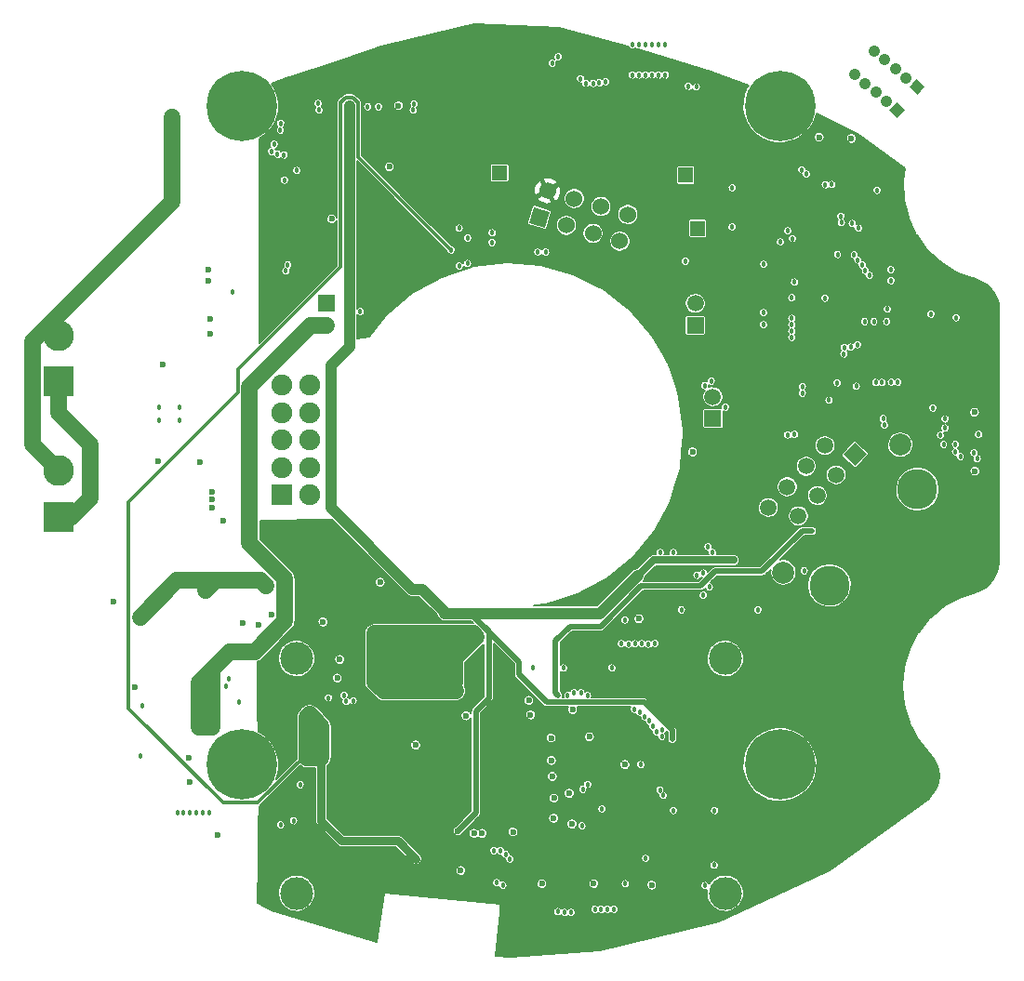
<source format=gbr>
G04 #@! TF.FileFunction,Copper,L2,Inr,Plane*
%FSLAX46Y46*%
G04 Gerber Fmt 4.6, Leading zero omitted, Abs format (unit mm)*
G04 Created by KiCad (PCBNEW 4.0.5) date 02/24/17 11:29:51*
%MOMM*%
%LPD*%
G01*
G04 APERTURE LIST*
%ADD10C,0.100000*%
%ADD11C,1.524000*%
%ADD12R,2.800000X2.800000*%
%ADD13C,2.800000*%
%ADD14R,1.500000X1.500000*%
%ADD15C,1.500000*%
%ADD16R,1.900000X1.900000*%
%ADD17C,1.900000*%
%ADD18C,6.400000*%
%ADD19C,1.000000*%
%ADD20C,3.000000*%
%ADD21C,3.650000*%
%ADD22C,2.000000*%
%ADD23R,1.350000X1.350000*%
%ADD24C,0.457200*%
%ADD25C,0.600000*%
%ADD26C,1.500000*%
%ADD27C,0.500000*%
%ADD28C,0.700000*%
%ADD29C,0.300000*%
%ADD30C,0.750000*%
%ADD31C,0.127000*%
G04 APERTURE END LIST*
D10*
G36*
X151637000Y-86125443D02*
X150175759Y-85692604D01*
X150608598Y-84231363D01*
X152069839Y-84664202D01*
X151637000Y-86125443D01*
X151637000Y-86125443D01*
G37*
D11*
X151844198Y-82743001D03*
X153558201Y-85899802D03*
X154279600Y-83464400D03*
X155993603Y-86621201D03*
X156715002Y-84185799D03*
X158429005Y-87342600D03*
X159150404Y-84907198D03*
D12*
X107340400Y-100110400D03*
D13*
X107340400Y-95910400D03*
D14*
X166900000Y-103500000D03*
D15*
X166900000Y-101500000D03*
D16*
X127675000Y-110457000D03*
D17*
X127675000Y-107957000D03*
X127675000Y-105457000D03*
X127675000Y-102957000D03*
X127675000Y-100457000D03*
X130175000Y-110457000D03*
X130175000Y-107957000D03*
X130175000Y-105457000D03*
X130175000Y-102957000D03*
X130175000Y-100457000D03*
D18*
X173001100Y-135003600D03*
X124001100Y-135003600D03*
X124001100Y-75003600D03*
X173001100Y-75003600D03*
D14*
X131700000Y-93000000D03*
D15*
X131700000Y-95000000D03*
D14*
X165300000Y-95000000D03*
D15*
X165300000Y-93000000D03*
D10*
G36*
X183746977Y-76140337D02*
X182980933Y-75497549D01*
X183623721Y-74731505D01*
X184389765Y-75374293D01*
X183746977Y-76140337D01*
X183746977Y-76140337D01*
G37*
D19*
X182712473Y-74619581D02*
X182712473Y-74619581D01*
X181739596Y-73803240D02*
X181739596Y-73803240D01*
X180766720Y-72986900D02*
X180766720Y-72986900D01*
X179793843Y-72170560D02*
X179793843Y-72170560D01*
D10*
G36*
X185537508Y-73985956D02*
X184771464Y-73343168D01*
X185414252Y-72577124D01*
X186180296Y-73219912D01*
X185537508Y-73985956D01*
X185537508Y-73985956D01*
G37*
D19*
X184503004Y-72465200D02*
X184503004Y-72465200D01*
X183530127Y-71648859D02*
X183530127Y-71648859D01*
X182557251Y-70832519D02*
X182557251Y-70832519D01*
X181584374Y-70016179D02*
X181584374Y-70016179D01*
D20*
X168021000Y-125343000D03*
X168021000Y-146703000D03*
X129001000Y-146703000D03*
X129001000Y-125343000D03*
D12*
X107340400Y-112454800D03*
D13*
X107340400Y-108254800D03*
D21*
X177504083Y-118687568D03*
X185523338Y-109936086D03*
D10*
G36*
X179788733Y-105684980D02*
X180894649Y-106698366D01*
X179881263Y-107804282D01*
X178775347Y-106790896D01*
X179788733Y-105684980D01*
X179788733Y-105684980D01*
G37*
D15*
X177104314Y-105964974D03*
X178118999Y-108617315D03*
X175388315Y-107837659D03*
X176403000Y-110490000D03*
X173672316Y-109710343D03*
X174687001Y-112362684D03*
X171956317Y-111583027D03*
D22*
X173322051Y-117493526D03*
X183962597Y-105881408D03*
D23*
X164425000Y-81325000D03*
X165525000Y-86175000D03*
X147500000Y-81125000D03*
D24*
X188041054Y-104357864D03*
D25*
X138277600Y-75006200D03*
D24*
X134154998Y-129178913D03*
D25*
X158900000Y-135000000D03*
D24*
X131905000Y-128924244D03*
D25*
X160175000Y-121725000D03*
X165050000Y-106525000D03*
X132925000Y-125425000D03*
X136625000Y-118397999D03*
D24*
X129329701Y-136825000D03*
D25*
X120975000Y-90985390D03*
X120975000Y-89975000D03*
D24*
X134803600Y-93750000D03*
D25*
X112350000Y-120125000D03*
X114299992Y-127932000D03*
D24*
X118324000Y-102487000D03*
X118324000Y-103687000D03*
X116524000Y-103687000D03*
X116524000Y-102487000D03*
X181850000Y-82700000D03*
D25*
X179500000Y-77975000D03*
X176575000Y-77875000D03*
D24*
X168669398Y-82475000D03*
X182725000Y-94656094D03*
D25*
X143950000Y-144650000D03*
X190750000Y-108275000D03*
D24*
X157700000Y-126200000D03*
X153300000Y-126200000D03*
X150525000Y-126200000D03*
X160775000Y-143525000D03*
X177475000Y-101825000D03*
X178250000Y-88550000D03*
D25*
X190725000Y-102925000D03*
X139850000Y-133221639D03*
D24*
X171500800Y-93827600D03*
D25*
X154076400Y-140411200D03*
X151333200Y-145846800D03*
X156057600Y-145846800D03*
X161329604Y-145964068D03*
X150150000Y-129150000D03*
X144425074Y-130548735D03*
X121775000Y-141375000D03*
D24*
X122575000Y-127825000D03*
D25*
X131400000Y-122000000D03*
D24*
X174091600Y-95529403D03*
X174091600Y-94360997D03*
D25*
X120142000Y-131572000D03*
X121285000Y-131572000D03*
D24*
X183100000Y-90925000D03*
X174332900Y-91064603D03*
X168650000Y-86050000D03*
X178555320Y-85075000D03*
X177725000Y-82175000D03*
X177137061Y-82200000D03*
X133500000Y-129245558D03*
D25*
X126700000Y-121350191D03*
X125513615Y-122294261D03*
D24*
X174091600Y-96113606D03*
X122832871Y-127197508D03*
X168050000Y-102450000D03*
X128723102Y-140101898D03*
X127541151Y-140483849D03*
X171502514Y-94949740D03*
X174091600Y-94945200D03*
X180150000Y-86150000D03*
X179596058Y-85728942D03*
D25*
X119225000Y-134352002D03*
X124100000Y-122100000D03*
D24*
X114828001Y-134235001D03*
X114935000Y-129667000D03*
D25*
X126205000Y-118735838D03*
X114750000Y-121575000D03*
X120744000Y-119116838D03*
X125682311Y-118213149D03*
X124200000Y-118213149D03*
X122875000Y-118213149D03*
X121647689Y-118213149D03*
X116789000Y-98550000D03*
X119285000Y-136575000D03*
D24*
X179436455Y-96995847D03*
X177100000Y-92525000D03*
X188041044Y-103519663D03*
X178602622Y-85657284D03*
X173045109Y-87406429D03*
X174085084Y-92487786D03*
X165392100Y-73296282D03*
X139708391Y-74834555D03*
X164667552Y-73232181D03*
X139623800Y-75412600D03*
D25*
X154133611Y-130003611D03*
X155675000Y-132475000D03*
D24*
X175948401Y-113718401D03*
X152806400Y-128676400D03*
D25*
X152200000Y-134625000D03*
X152275699Y-136081072D03*
X152403027Y-139878461D03*
X148700000Y-141125000D03*
X153825000Y-137617000D03*
X150302000Y-130475000D03*
D24*
X152260300Y-71145400D03*
X155324784Y-72960545D03*
X166144100Y-100495100D03*
X182400000Y-103500000D03*
X165455600Y-117754400D03*
X162080600Y-137309117D03*
X166448390Y-115163600D03*
X173700000Y-104975000D03*
X154851100Y-72541435D03*
X152819100Y-70561200D03*
X166751000Y-100076000D03*
X174328670Y-104939027D03*
X182514571Y-104072858D03*
X162380900Y-137810227D03*
X166867490Y-115685550D03*
X166053586Y-117562814D03*
D25*
X152425000Y-138050000D03*
X145877003Y-141250000D03*
X145150000Y-141250000D03*
X152175000Y-132575000D03*
D24*
X133324020Y-128688492D03*
D25*
X132715000Y-127124242D03*
D24*
X159798974Y-123998725D03*
X160425000Y-123964398D03*
X189038071Y-94300000D03*
X186750000Y-93976520D03*
X146812000Y-86575900D03*
X183100000Y-89925000D03*
X127900000Y-81775000D03*
X133800000Y-75006451D03*
D25*
X168808400Y-116382800D03*
X160070800Y-117805200D03*
D24*
X163200000Y-132700000D03*
D25*
X145325000Y-130547998D03*
X143697990Y-141045979D03*
X142450000Y-121225000D03*
X141850000Y-120650000D03*
X140425000Y-119050000D03*
X136140001Y-127508000D03*
X136140001Y-126390001D03*
X136100000Y-125125000D03*
X136100000Y-123952000D03*
X136100000Y-123063000D03*
X143475000Y-128300000D03*
X143425000Y-127500000D03*
X145375000Y-123375000D03*
X144550000Y-123375000D03*
X117675000Y-79200000D03*
X117650000Y-76050000D03*
X117650000Y-77100000D03*
X117675000Y-78150000D03*
D24*
X182775000Y-93525000D03*
X144564100Y-89373000D03*
X144576800Y-87041649D03*
X129019300Y-80899000D03*
X164395415Y-89154585D03*
D25*
X120200000Y-107448000D03*
X121151429Y-95752000D03*
X121127000Y-94450000D03*
X122298889Y-112800000D03*
X116400013Y-107400000D03*
D24*
X187611839Y-105000000D03*
X175209265Y-117348603D03*
X178852696Y-97018572D03*
X170992800Y-120904000D03*
X186929675Y-102530349D03*
X178829972Y-97602331D03*
X143052800Y-88133859D03*
D25*
X139875000Y-143575000D03*
X130194999Y-130424245D03*
X130624990Y-131572000D03*
X129921000Y-131574804D03*
X130624990Y-133029168D03*
X129921000Y-133604000D03*
X131257040Y-133661218D03*
X131257040Y-134366000D03*
X130008060Y-134405940D03*
X132199562Y-85305000D03*
X137454033Y-80572262D03*
X121325000Y-111575000D03*
X121325000Y-110875000D03*
X121325000Y-110175000D03*
X132180067Y-72736812D03*
D24*
X131724400Y-76314300D03*
X176168194Y-81764892D03*
X126875000Y-138575000D03*
X123750000Y-129296370D03*
X148525000Y-87475000D03*
X168700000Y-84175000D03*
D25*
X145475000Y-142904000D03*
D24*
X186916757Y-98458243D03*
D25*
X126300000Y-84175000D03*
D24*
X174175000Y-93350000D03*
X177475000Y-100725000D03*
X183025000Y-92925000D03*
X161341822Y-140971022D03*
D25*
X146507200Y-130200400D03*
X164451180Y-119610696D03*
X165250000Y-135000000D03*
X149925000Y-150475000D03*
X138348720Y-135803640D03*
X138343640Y-134965440D03*
X138333480Y-134147560D03*
X137598001Y-136255760D03*
X137598001Y-135453120D03*
X137598001Y-134599680D03*
X137601960Y-133715760D03*
D24*
X156798319Y-139050000D03*
X154975000Y-140575000D03*
X163300000Y-139175000D03*
X167050000Y-139175000D03*
X174991666Y-80833833D03*
X173718219Y-86395668D03*
X175419912Y-81231195D03*
X174137319Y-87100000D03*
X158891508Y-121818400D03*
X154894810Y-128455602D03*
X166573200Y-118821200D03*
X155490920Y-128709601D03*
X162102800Y-115685549D03*
X154256584Y-128452814D03*
X153691824Y-128705376D03*
X163293300Y-115685549D03*
X164033200Y-120904000D03*
X161009570Y-124027738D03*
X166027100Y-119585836D03*
X161625000Y-123964398D03*
X157909203Y-148175000D03*
X178225000Y-100238800D03*
X157325000Y-148175000D03*
X179951801Y-100550000D03*
X156740797Y-148175000D03*
X160150000Y-72199283D03*
X160155513Y-69435223D03*
X181141485Y-90453963D03*
X156156594Y-148175000D03*
X160750000Y-72199283D03*
X160750000Y-69437012D03*
X180771614Y-90001761D03*
X158554468Y-123964398D03*
X161375000Y-72199283D03*
X161375000Y-69437012D03*
X180485344Y-89492506D03*
X159215237Y-124028101D03*
X161975000Y-72199283D03*
X161975000Y-69437012D03*
X180093479Y-89059223D03*
X161444196Y-131527818D03*
X162575000Y-72199283D03*
X162575000Y-69437012D03*
X179755800Y-88582500D03*
X161750052Y-132025558D03*
X160274127Y-130244770D03*
X159550000Y-72199283D03*
X159550000Y-69437012D03*
X171513500Y-89420700D03*
X160325000Y-135000000D03*
X159761001Y-129965497D03*
X183147404Y-100175000D03*
X161140325Y-131028865D03*
X181725000Y-100200000D03*
X160704549Y-130639775D03*
X182309203Y-100200000D03*
X183750000Y-100175000D03*
X128207499Y-89492501D03*
X146796895Y-87460749D03*
X181550000Y-94656093D03*
X143802100Y-86156800D03*
X143800000Y-89600000D03*
X123205900Y-91950000D03*
X150952200Y-88322880D03*
X128032445Y-90049858D03*
X180705449Y-94656094D03*
X153390828Y-148455900D03*
X153975000Y-148450000D03*
X126722283Y-79164566D03*
X119886595Y-139373611D03*
X148030692Y-143168537D03*
X152784912Y-148390088D03*
X126961900Y-78524100D03*
X119303590Y-139410989D03*
X148425000Y-143599598D03*
X127857149Y-79482849D03*
X146965797Y-142832600D03*
X121075000Y-139373611D03*
X127273998Y-79418576D03*
X120470798Y-139373611D03*
X147550000Y-142832600D03*
X162301637Y-131833085D03*
X162250001Y-132425000D03*
X155500284Y-136799716D03*
X155049716Y-137250284D03*
X190664199Y-106617007D03*
X151675000Y-88322880D03*
X158925000Y-145850000D03*
X155989728Y-72975001D03*
X167014394Y-144155900D03*
X166188654Y-146013655D03*
X188993588Y-105840556D03*
X157149800Y-72821800D03*
X190960364Y-107146938D03*
X156568776Y-72897575D03*
X191093234Y-104937891D03*
X175045692Y-100586550D03*
X188994448Y-106525141D03*
X175049939Y-101175000D03*
X189425000Y-106950000D03*
X187901376Y-105850000D03*
X180075000Y-96764344D03*
X130962400Y-74790300D03*
X136460634Y-75100435D03*
X127555035Y-76605883D03*
X118135371Y-139400771D03*
X147775000Y-145975000D03*
X131038600Y-75399900D03*
X135483600Y-75097998D03*
X127528059Y-77225556D03*
X118719560Y-139396840D03*
X147225000Y-145750802D03*
D26*
X120142000Y-131572000D02*
X120142000Y-127508000D01*
X120142000Y-127508000D02*
X121285000Y-126365000D01*
X120142000Y-131572000D02*
X121285000Y-130429000D01*
X121285000Y-131572000D02*
X120142000Y-131572000D01*
X121285000Y-130429000D02*
X121285000Y-131572000D01*
X122925000Y-124725000D02*
X121285000Y-126365000D01*
X121285000Y-126365000D02*
X121285000Y-130429000D01*
X125175193Y-124725000D02*
X122925000Y-124725000D01*
X124734999Y-114834999D02*
X127950001Y-118050001D01*
X127950001Y-118050001D02*
X127950001Y-121950192D01*
X127950001Y-121950192D02*
X125175193Y-124725000D01*
X131700000Y-95000000D02*
X130319998Y-95000000D01*
X130319998Y-95000000D02*
X124734999Y-100584999D01*
X124734999Y-100584999D02*
X124734999Y-114834999D01*
X121647689Y-118213149D02*
X118111851Y-118213149D01*
X118111851Y-118213149D02*
X114750000Y-121575000D01*
X121647689Y-118213149D02*
X120744000Y-119116838D01*
X122875000Y-118213149D02*
X121647689Y-118213149D01*
X124200000Y-118213149D02*
X122875000Y-118213149D01*
X125682311Y-118213149D02*
X124200000Y-118213149D01*
X126205000Y-118735838D02*
X125682311Y-118213149D01*
D27*
X152806400Y-128676400D02*
X152577801Y-128447801D01*
X152577801Y-128447801D02*
X152577801Y-123723399D01*
X152577801Y-123723399D02*
X153877199Y-122424001D01*
X153877199Y-122424001D02*
X156692278Y-122424001D01*
X156692278Y-122424001D02*
X160379678Y-118736601D01*
X171378815Y-117398800D02*
X175059214Y-113718401D01*
X160379678Y-118736601D02*
X165761509Y-118736601D01*
X165761509Y-118736601D02*
X167099310Y-117398800D01*
X167099310Y-117398800D02*
X171378815Y-117398800D01*
X175059214Y-113718401D02*
X175948401Y-113718401D01*
D19*
X133800000Y-80899000D02*
X133800000Y-97000000D01*
X133800000Y-80899000D02*
X133800000Y-75006451D01*
D28*
X167681286Y-116391150D02*
X167689636Y-116382800D01*
X167689636Y-116382800D02*
X168808400Y-116382800D01*
X160070800Y-117805200D02*
X161484850Y-116391150D01*
X161484850Y-116391150D02*
X167681286Y-116391150D01*
D27*
X145325000Y-130547998D02*
X145325000Y-130123734D01*
X145325000Y-130123734D02*
X146502009Y-128946725D01*
X146502009Y-128946725D02*
X146502009Y-122908177D01*
X146502009Y-122908177D02*
X144818832Y-121225000D01*
X144818832Y-121225000D02*
X142874264Y-121225000D01*
X142874264Y-121225000D02*
X142450000Y-121225000D01*
D19*
X156651000Y-121225000D02*
X160070800Y-117805200D01*
X155787400Y-121225000D02*
X156651000Y-121225000D01*
X153263600Y-121225000D02*
X155787400Y-121225000D01*
X153263600Y-121225000D02*
X154568200Y-121225000D01*
X142450000Y-121225000D02*
X153263600Y-121225000D01*
D27*
X149225000Y-126800000D02*
X149225000Y-125631168D01*
X160651610Y-129326610D02*
X151751610Y-129326610D01*
X163200000Y-131875000D02*
X160651610Y-129326610D01*
X163200000Y-132700000D02*
X163200000Y-131875000D01*
X151751610Y-129326610D02*
X149225000Y-126800000D01*
X149225000Y-125631168D02*
X144818832Y-121225000D01*
D19*
X132150000Y-111650000D02*
X139550000Y-119050000D01*
X133800000Y-97000000D02*
X132150000Y-98650000D01*
X132150000Y-98650000D02*
X132150000Y-111650000D01*
X139550000Y-119050000D02*
X140425000Y-119050000D01*
D27*
X145325000Y-130547998D02*
X145325000Y-139418969D01*
X145325000Y-139418969D02*
X143697990Y-141045979D01*
D19*
X142575000Y-121200000D02*
X140425000Y-119050000D01*
X141850000Y-120475000D02*
X140425000Y-119050000D01*
X140950000Y-119575000D02*
X140425000Y-119050000D01*
D26*
X136100000Y-123952000D02*
X136100000Y-127467999D01*
X136100000Y-127467999D02*
X136140001Y-127508000D01*
X136140001Y-127508000D02*
X143417000Y-127508000D01*
X136100000Y-125125000D02*
X143025000Y-125125000D01*
X143973000Y-123952000D02*
X144550000Y-123375000D01*
X136100000Y-123952000D02*
X143973000Y-123952000D01*
X136140001Y-126390001D02*
X142315001Y-126390001D01*
X136140001Y-127508000D02*
X136140001Y-123103001D01*
X136140001Y-123103001D02*
X136100000Y-123063000D01*
X143425000Y-127500000D02*
X143425000Y-125325000D01*
X143425000Y-125325000D02*
X145375000Y-123375000D01*
X143025000Y-125125000D02*
X143025000Y-127100000D01*
X143025000Y-127100000D02*
X143417000Y-127492000D01*
X143417000Y-127492000D02*
X143417000Y-127508000D01*
X136100000Y-125125000D02*
X142800000Y-125125000D01*
X142800000Y-125125000D02*
X144550000Y-123375000D01*
X143475000Y-128300000D02*
X136932001Y-128300000D01*
X136932001Y-128300000D02*
X136140001Y-127508000D01*
X136140001Y-127508000D02*
X136140001Y-126390001D01*
X142315001Y-126390001D02*
X143425000Y-127500000D01*
X136100000Y-123952000D02*
X136100000Y-123063000D01*
X136100000Y-123063000D02*
X145063000Y-123063000D01*
X145063000Y-123063000D02*
X145375000Y-123375000D01*
X136100000Y-123952000D02*
X144798000Y-123952000D01*
X144798000Y-123952000D02*
X145375000Y-123375000D01*
X143417000Y-127508000D02*
X143425000Y-127500000D01*
X136100000Y-123063000D02*
X144238000Y-123063000D01*
X144238000Y-123063000D02*
X144550000Y-123375000D01*
X104974999Y-96446999D02*
X104974999Y-105889399D01*
X104974999Y-105889399D02*
X107340400Y-108254800D01*
X117675000Y-83746998D02*
X104974999Y-96446999D01*
X117675000Y-79200000D02*
X117675000Y-78150000D01*
X117650000Y-76050000D02*
X117650000Y-83721998D01*
X117650000Y-83721998D02*
X117675000Y-83746998D01*
X117675000Y-78150000D02*
X117675000Y-83746998D01*
X117650000Y-76050000D02*
X117650000Y-78125000D01*
X117650000Y-78125000D02*
X117675000Y-78150000D01*
D29*
X143052800Y-88133859D02*
X134577010Y-79658069D01*
X134577010Y-79658069D02*
X134577010Y-74684603D01*
X123707989Y-98993409D02*
X123707989Y-101101903D01*
X134577010Y-74684603D02*
X134121848Y-74229441D01*
X134121848Y-74229441D02*
X133478152Y-74229441D01*
X133478152Y-74229441D02*
X133007100Y-74700493D01*
X133007100Y-74700493D02*
X133007100Y-89694298D01*
X133007100Y-89694298D02*
X123707989Y-98993409D01*
X129921000Y-134028264D02*
X129921000Y-133604000D01*
X123707989Y-101101903D02*
X113722992Y-111086900D01*
X113722992Y-111086900D02*
X113722992Y-129871454D01*
X113722992Y-129871454D02*
X122332139Y-138480601D01*
X122332139Y-138480601D02*
X125468663Y-138480601D01*
X125468663Y-138480601D02*
X129921000Y-134028264D01*
D30*
X131257040Y-140107040D02*
X133100000Y-141950000D01*
X133100000Y-141950000D02*
X138250000Y-141950000D01*
X138250000Y-141950000D02*
X139875000Y-143575000D01*
X131257040Y-134366000D02*
X131257040Y-140107040D01*
D26*
X130008060Y-134405940D02*
X131217100Y-134405940D01*
X131217100Y-134405940D02*
X131257040Y-134366000D01*
X131257040Y-134366000D02*
X131257040Y-133661218D01*
X129921000Y-130698244D02*
X130194999Y-130424245D01*
X129921000Y-133604000D02*
X129921000Y-130698244D01*
X131257040Y-133661218D02*
X131257040Y-131486286D01*
X131257040Y-131486286D02*
X130194999Y-130424245D01*
X131257040Y-133661218D02*
X131257040Y-132204050D01*
X131257040Y-132204050D02*
X130624990Y-131572000D01*
X131257040Y-133661218D02*
X130624990Y-133029168D01*
X131257040Y-134366000D02*
X129968120Y-134366000D01*
X129968120Y-134366000D02*
X129921000Y-134318880D01*
X129921000Y-133604000D02*
X129921000Y-134318880D01*
X129921000Y-134318880D02*
X130008060Y-134405940D01*
X129921000Y-131574804D02*
X129921000Y-133604000D01*
X130624990Y-131572000D02*
X130624990Y-133029168D01*
X107340400Y-100110400D02*
X107340400Y-103010400D01*
X107340400Y-103010400D02*
X110200001Y-105870001D01*
X110200001Y-105870001D02*
X110200001Y-110766689D01*
X110200001Y-110766689D02*
X108511890Y-112454800D01*
X108511890Y-112454800D02*
X107340400Y-112454800D01*
D31*
G36*
X152904861Y-67935094D02*
X159190844Y-69653408D01*
X159219965Y-69698595D01*
X159277059Y-69757717D01*
X159344549Y-69804624D01*
X159419864Y-69837529D01*
X159500137Y-69855178D01*
X159582309Y-69856899D01*
X159663250Y-69842627D01*
X159739877Y-69812905D01*
X159750247Y-69806324D01*
X160122263Y-69908017D01*
X166695133Y-71907369D01*
X170175275Y-73129121D01*
X170015606Y-73362311D01*
X169753670Y-73973455D01*
X169615427Y-74623836D01*
X169606143Y-75288682D01*
X169726173Y-75942670D01*
X169970943Y-76560889D01*
X170331131Y-77119791D01*
X170793017Y-77598089D01*
X171339008Y-77977563D01*
X171948308Y-78243759D01*
X172597709Y-78386539D01*
X173262474Y-78400464D01*
X173917284Y-78285003D01*
X174537197Y-78044555D01*
X174739384Y-77916243D01*
X176083856Y-77916243D01*
X176101220Y-78010854D01*
X176136631Y-78100291D01*
X176188739Y-78181147D01*
X176255559Y-78250342D01*
X176334547Y-78305240D01*
X176422694Y-78343750D01*
X176516642Y-78364406D01*
X176612813Y-78366420D01*
X176707543Y-78349717D01*
X176797225Y-78314931D01*
X176878443Y-78263389D01*
X176948102Y-78197053D01*
X177003551Y-78118451D01*
X177042675Y-78030575D01*
X177045931Y-78016243D01*
X179008856Y-78016243D01*
X179026220Y-78110854D01*
X179061631Y-78200291D01*
X179113739Y-78281147D01*
X179180559Y-78350342D01*
X179259547Y-78405240D01*
X179347694Y-78443750D01*
X179441642Y-78464406D01*
X179537813Y-78466420D01*
X179632543Y-78449717D01*
X179722225Y-78414931D01*
X179803443Y-78363389D01*
X179873102Y-78297053D01*
X179928551Y-78218451D01*
X179967675Y-78130575D01*
X179988987Y-78036773D01*
X179990521Y-77926904D01*
X179971837Y-77832544D01*
X179935181Y-77743610D01*
X179881949Y-77663490D01*
X179814169Y-77595235D01*
X179734422Y-77541445D01*
X179645747Y-77504169D01*
X179551519Y-77484827D01*
X179455330Y-77484155D01*
X179360842Y-77502180D01*
X179271654Y-77538214D01*
X179191164Y-77590885D01*
X179122437Y-77658187D01*
X179068092Y-77737557D01*
X179030198Y-77825970D01*
X179010199Y-77920060D01*
X179008856Y-78016243D01*
X177045931Y-78016243D01*
X177063987Y-77936773D01*
X177065521Y-77826904D01*
X177046837Y-77732544D01*
X177010181Y-77643610D01*
X176956949Y-77563490D01*
X176889169Y-77495235D01*
X176809422Y-77441445D01*
X176720747Y-77404169D01*
X176626519Y-77384827D01*
X176530330Y-77384155D01*
X176435842Y-77402180D01*
X176346654Y-77438214D01*
X176266164Y-77490885D01*
X176197437Y-77558187D01*
X176143092Y-77637557D01*
X176105198Y-77725970D01*
X176085199Y-77820060D01*
X176083856Y-77916243D01*
X174739384Y-77916243D01*
X175098600Y-77688278D01*
X175580110Y-77229742D01*
X175963387Y-76686413D01*
X176233830Y-76078986D01*
X176325948Y-75673531D01*
X180081784Y-77551449D01*
X184368737Y-80669232D01*
X184200676Y-81825056D01*
X184199661Y-81846799D01*
X184198338Y-81868588D01*
X184198487Y-81871943D01*
X184284193Y-83548179D01*
X184287424Y-83569729D01*
X184290355Y-83591335D01*
X184291152Y-83594597D01*
X184700808Y-85222263D01*
X184708173Y-85242801D01*
X184715236Y-85263401D01*
X184716649Y-85266440D01*
X184716651Y-85266445D01*
X184716652Y-85266446D01*
X185434654Y-86783543D01*
X185445884Y-86802287D01*
X185456798Y-86821095D01*
X185458778Y-86823807D01*
X186457779Y-88172551D01*
X186472387Y-88188703D01*
X186486794Y-88205087D01*
X186489263Y-88207362D01*
X187731211Y-89336379D01*
X187748682Y-89349389D01*
X187765993Y-89362660D01*
X187768852Y-89364410D01*
X187768857Y-89364413D01*
X187768862Y-89364415D01*
X189206447Y-90230699D01*
X189226130Y-90240076D01*
X189245671Y-90249723D01*
X189248821Y-90250886D01*
X190827294Y-90821445D01*
X190827300Y-90821447D01*
X191355747Y-91012460D01*
X191816837Y-91290312D01*
X192215175Y-91652429D01*
X192535594Y-92085024D01*
X192765884Y-92571614D01*
X192897968Y-93096416D01*
X192928920Y-93511620D01*
X192928920Y-116588837D01*
X192875234Y-117136364D01*
X192719639Y-117651719D01*
X192466905Y-118127044D01*
X192126662Y-118544222D01*
X191711869Y-118887370D01*
X191236098Y-119144617D01*
X190818792Y-119283377D01*
X190818771Y-119283384D01*
X189579665Y-119694090D01*
X189562133Y-119701873D01*
X189544315Y-119709032D01*
X189541348Y-119710603D01*
X188063401Y-120506082D01*
X188045308Y-120518236D01*
X188027044Y-120530137D01*
X188024438Y-120532255D01*
X186729148Y-121599652D01*
X186713743Y-121615105D01*
X186698156Y-121630311D01*
X186696010Y-121632894D01*
X185632714Y-122931553D01*
X185620609Y-122949698D01*
X185608267Y-122967648D01*
X185606668Y-122970594D01*
X185606665Y-122970598D01*
X185606665Y-122970599D01*
X184815863Y-124451053D01*
X184807526Y-124471171D01*
X184798892Y-124491209D01*
X184797894Y-124494415D01*
X184309708Y-126100275D01*
X184305436Y-126121637D01*
X184300860Y-126142963D01*
X184300503Y-126146302D01*
X184133528Y-127816400D01*
X184133486Y-127838215D01*
X184133140Y-127859993D01*
X184133438Y-127863338D01*
X184294033Y-129534063D01*
X184298232Y-129555483D01*
X184302120Y-129576900D01*
X184303062Y-129580123D01*
X184785112Y-131187838D01*
X184793385Y-131208017D01*
X184801365Y-131228288D01*
X184802916Y-131231267D01*
X185588057Y-132714731D01*
X185600076Y-132732897D01*
X185611857Y-132751255D01*
X185613957Y-132753876D01*
X186672286Y-134056586D01*
X187026601Y-134492718D01*
X187278425Y-134968519D01*
X187433037Y-135484175D01*
X187484546Y-136020042D01*
X187430991Y-136555707D01*
X187274412Y-137070765D01*
X187020770Y-137545605D01*
X186674514Y-137968505D01*
X186567102Y-138070028D01*
X177564614Y-144630126D01*
X167466848Y-149313233D01*
X156648701Y-151946565D01*
X148504241Y-152512302D01*
X147126687Y-152380476D01*
X147519293Y-148425327D01*
X152365261Y-148425327D01*
X152380098Y-148506167D01*
X152410354Y-148582585D01*
X152454877Y-148651671D01*
X152511971Y-148710793D01*
X152579461Y-148757700D01*
X152654776Y-148790605D01*
X152735049Y-148808254D01*
X152817221Y-148809975D01*
X152898162Y-148795703D01*
X152974789Y-148765981D01*
X153044184Y-148721941D01*
X153056257Y-148710444D01*
X153060793Y-148717483D01*
X153117887Y-148776605D01*
X153185377Y-148823512D01*
X153260692Y-148856417D01*
X153340965Y-148874066D01*
X153423137Y-148875787D01*
X153504078Y-148861515D01*
X153580705Y-148831793D01*
X153650100Y-148787753D01*
X153685744Y-148753810D01*
X153702059Y-148770705D01*
X153769549Y-148817612D01*
X153844864Y-148850517D01*
X153925137Y-148868166D01*
X154007309Y-148869887D01*
X154088250Y-148855615D01*
X154164877Y-148825893D01*
X154234272Y-148781853D01*
X154293792Y-148725174D01*
X154341169Y-148658013D01*
X154374598Y-148582929D01*
X154392807Y-148502781D01*
X154394118Y-148408905D01*
X154378154Y-148328281D01*
X154346834Y-148252292D01*
X154318894Y-148210239D01*
X155736943Y-148210239D01*
X155751780Y-148291079D01*
X155782036Y-148367497D01*
X155826559Y-148436583D01*
X155883653Y-148495705D01*
X155951143Y-148542612D01*
X156026458Y-148575517D01*
X156106731Y-148593166D01*
X156188903Y-148594887D01*
X156269844Y-148580615D01*
X156346471Y-148550893D01*
X156415866Y-148506853D01*
X156448558Y-148475721D01*
X156467856Y-148495705D01*
X156535346Y-148542612D01*
X156610661Y-148575517D01*
X156690934Y-148593166D01*
X156773106Y-148594887D01*
X156854047Y-148580615D01*
X156930674Y-148550893D01*
X157000069Y-148506853D01*
X157032761Y-148475721D01*
X157052059Y-148495705D01*
X157119549Y-148542612D01*
X157194864Y-148575517D01*
X157275137Y-148593166D01*
X157357309Y-148594887D01*
X157438250Y-148580615D01*
X157514877Y-148550893D01*
X157584272Y-148506853D01*
X157616964Y-148475721D01*
X157636262Y-148495705D01*
X157703752Y-148542612D01*
X157779067Y-148575517D01*
X157859340Y-148593166D01*
X157941512Y-148594887D01*
X158022453Y-148580615D01*
X158099080Y-148550893D01*
X158168475Y-148506853D01*
X158227995Y-148450174D01*
X158275372Y-148383013D01*
X158308801Y-148307929D01*
X158327010Y-148227781D01*
X158328321Y-148133905D01*
X158312357Y-148053281D01*
X158281037Y-147977292D01*
X158235554Y-147908835D01*
X158177640Y-147850515D01*
X158109502Y-147804555D01*
X158033734Y-147772706D01*
X157953223Y-147756179D01*
X157871035Y-147755605D01*
X157790301Y-147771006D01*
X157714096Y-147801795D01*
X157645323Y-147846799D01*
X157617147Y-147874391D01*
X157593437Y-147850515D01*
X157525299Y-147804555D01*
X157449531Y-147772706D01*
X157369020Y-147756179D01*
X157286832Y-147755605D01*
X157206098Y-147771006D01*
X157129893Y-147801795D01*
X157061120Y-147846799D01*
X157032944Y-147874391D01*
X157009234Y-147850515D01*
X156941096Y-147804555D01*
X156865328Y-147772706D01*
X156784817Y-147756179D01*
X156702629Y-147755605D01*
X156621895Y-147771006D01*
X156545690Y-147801795D01*
X156476917Y-147846799D01*
X156448741Y-147874391D01*
X156425031Y-147850515D01*
X156356893Y-147804555D01*
X156281125Y-147772706D01*
X156200614Y-147756179D01*
X156118426Y-147755605D01*
X156037692Y-147771006D01*
X155961487Y-147801795D01*
X155892714Y-147846799D01*
X155833991Y-147904304D01*
X155787557Y-147972120D01*
X155755179Y-148047664D01*
X155738091Y-148128057D01*
X155736943Y-148210239D01*
X154318894Y-148210239D01*
X154301351Y-148183835D01*
X154243437Y-148125515D01*
X154175299Y-148079555D01*
X154099531Y-148047706D01*
X154019020Y-148031179D01*
X153936832Y-148030605D01*
X153856098Y-148046006D01*
X153779893Y-148076795D01*
X153711120Y-148121799D01*
X153679989Y-148152284D01*
X153659265Y-148131415D01*
X153591127Y-148085455D01*
X153515359Y-148053606D01*
X153434848Y-148037079D01*
X153352660Y-148036505D01*
X153271926Y-148051906D01*
X153195721Y-148082695D01*
X153126948Y-148127699D01*
X153118965Y-148135516D01*
X153111263Y-148123923D01*
X153053349Y-148065603D01*
X152985211Y-148019643D01*
X152909443Y-147987794D01*
X152828932Y-147971267D01*
X152746744Y-147970693D01*
X152666010Y-147986094D01*
X152589805Y-148016883D01*
X152521032Y-148061887D01*
X152462309Y-148119392D01*
X152415875Y-148187208D01*
X152383497Y-148262752D01*
X152366409Y-148343145D01*
X152365261Y-148425327D01*
X147519293Y-148425327D01*
X147588189Y-147731272D01*
X147586079Y-147707633D01*
X147574510Y-147685238D01*
X147555140Y-147669109D01*
X147531020Y-147661786D01*
X137031020Y-146661786D01*
X137010617Y-146663150D01*
X136987687Y-146673619D01*
X136970637Y-146692184D01*
X136962153Y-146715919D01*
X136325274Y-151123795D01*
X126757001Y-148259304D01*
X125480976Y-147584643D01*
X125490798Y-146845142D01*
X127308278Y-146845142D01*
X127368124Y-147171220D01*
X127490166Y-147479463D01*
X127669756Y-147758131D01*
X127900052Y-147996610D01*
X128172283Y-148185815D01*
X128476079Y-148318541D01*
X128799870Y-148389731D01*
X129131321Y-148396674D01*
X129457809Y-148339105D01*
X129766897Y-148219218D01*
X130046812Y-148041578D01*
X130286892Y-147812953D01*
X130477994Y-147542049D01*
X130612837Y-147239187D01*
X130686285Y-146915901D01*
X130691573Y-146537238D01*
X130627179Y-146212027D01*
X130500845Y-145905518D01*
X130421466Y-145786041D01*
X146805349Y-145786041D01*
X146820186Y-145866881D01*
X146850442Y-145943299D01*
X146894965Y-146012385D01*
X146952059Y-146071507D01*
X147019549Y-146118414D01*
X147094864Y-146151319D01*
X147175137Y-146168968D01*
X147257309Y-146170689D01*
X147338250Y-146156417D01*
X147388360Y-146136981D01*
X147400442Y-146167497D01*
X147444965Y-146236583D01*
X147502059Y-146295705D01*
X147569549Y-146342612D01*
X147644864Y-146375517D01*
X147725137Y-146393166D01*
X147807309Y-146394887D01*
X147888250Y-146380615D01*
X147964877Y-146350893D01*
X148034272Y-146306853D01*
X148093792Y-146250174D01*
X148141169Y-146183013D01*
X148174598Y-146107929D01*
X148192807Y-146027781D01*
X148194118Y-145933905D01*
X148185038Y-145888043D01*
X150842056Y-145888043D01*
X150859420Y-145982654D01*
X150894831Y-146072091D01*
X150946939Y-146152947D01*
X151013759Y-146222142D01*
X151092747Y-146277040D01*
X151180894Y-146315550D01*
X151274842Y-146336206D01*
X151371013Y-146338220D01*
X151465743Y-146321517D01*
X151555425Y-146286731D01*
X151636643Y-146235189D01*
X151706302Y-146168853D01*
X151761751Y-146090251D01*
X151800875Y-146002375D01*
X151822187Y-145908573D01*
X151822473Y-145888043D01*
X155566456Y-145888043D01*
X155583820Y-145982654D01*
X155619231Y-146072091D01*
X155671339Y-146152947D01*
X155738159Y-146222142D01*
X155817147Y-146277040D01*
X155905294Y-146315550D01*
X155999242Y-146336206D01*
X156095413Y-146338220D01*
X156190143Y-146321517D01*
X156279825Y-146286731D01*
X156361043Y-146235189D01*
X156430702Y-146168853D01*
X156486151Y-146090251D01*
X156525275Y-146002375D01*
X156546587Y-145908573D01*
X156546912Y-145885239D01*
X158505349Y-145885239D01*
X158520186Y-145966079D01*
X158550442Y-146042497D01*
X158594965Y-146111583D01*
X158652059Y-146170705D01*
X158719549Y-146217612D01*
X158794864Y-146250517D01*
X158875137Y-146268166D01*
X158957309Y-146269887D01*
X159038250Y-146255615D01*
X159114877Y-146225893D01*
X159184272Y-146181853D01*
X159243792Y-146125174D01*
X159291169Y-146058013D01*
X159314633Y-146005311D01*
X160838460Y-146005311D01*
X160855824Y-146099922D01*
X160891235Y-146189359D01*
X160943343Y-146270215D01*
X161010163Y-146339410D01*
X161089151Y-146394308D01*
X161177298Y-146432818D01*
X161271246Y-146453474D01*
X161367417Y-146455488D01*
X161462147Y-146438785D01*
X161551829Y-146403999D01*
X161633047Y-146352457D01*
X161702706Y-146286121D01*
X161758155Y-146207519D01*
X161797279Y-146119643D01*
X161813353Y-146048894D01*
X165769003Y-146048894D01*
X165783840Y-146129734D01*
X165814096Y-146206152D01*
X165858619Y-146275238D01*
X165915713Y-146334360D01*
X165983203Y-146381267D01*
X166058518Y-146414172D01*
X166138791Y-146431821D01*
X166220963Y-146433542D01*
X166301904Y-146419270D01*
X166357555Y-146397684D01*
X166332906Y-146513650D01*
X166328278Y-146845142D01*
X166388124Y-147171220D01*
X166510166Y-147479463D01*
X166689756Y-147758131D01*
X166920052Y-147996610D01*
X167192283Y-148185815D01*
X167496079Y-148318541D01*
X167819870Y-148389731D01*
X168151321Y-148396674D01*
X168477809Y-148339105D01*
X168786897Y-148219218D01*
X169066812Y-148041578D01*
X169306892Y-147812953D01*
X169497994Y-147542049D01*
X169632837Y-147239187D01*
X169706285Y-146915901D01*
X169711573Y-146537238D01*
X169647179Y-146212027D01*
X169520845Y-145905518D01*
X169337383Y-145629384D01*
X169103779Y-145394145D01*
X168828933Y-145208759D01*
X168523313Y-145080288D01*
X168198560Y-145013626D01*
X167867044Y-145011311D01*
X167541392Y-145073433D01*
X167234008Y-145197624D01*
X166956601Y-145379154D01*
X166719736Y-145611110D01*
X166567625Y-145833262D01*
X166560488Y-145815947D01*
X166515005Y-145747490D01*
X166457091Y-145689170D01*
X166388953Y-145643210D01*
X166313185Y-145611361D01*
X166232674Y-145594834D01*
X166150486Y-145594260D01*
X166069752Y-145609661D01*
X165993547Y-145640450D01*
X165924774Y-145685454D01*
X165866051Y-145742959D01*
X165819617Y-145810775D01*
X165787239Y-145886319D01*
X165770151Y-145966712D01*
X165769003Y-146048894D01*
X161813353Y-146048894D01*
X161818591Y-146025841D01*
X161820125Y-145915972D01*
X161801441Y-145821612D01*
X161764785Y-145732678D01*
X161711553Y-145652558D01*
X161643773Y-145584303D01*
X161564026Y-145530513D01*
X161475351Y-145493237D01*
X161381123Y-145473895D01*
X161284934Y-145473223D01*
X161190446Y-145491248D01*
X161101258Y-145527282D01*
X161020768Y-145579953D01*
X160952041Y-145647255D01*
X160897696Y-145726625D01*
X160859802Y-145815038D01*
X160839803Y-145909128D01*
X160838460Y-146005311D01*
X159314633Y-146005311D01*
X159324598Y-145982929D01*
X159342807Y-145902781D01*
X159344118Y-145808905D01*
X159328154Y-145728281D01*
X159296834Y-145652292D01*
X159251351Y-145583835D01*
X159193437Y-145525515D01*
X159125299Y-145479555D01*
X159049531Y-145447706D01*
X158969020Y-145431179D01*
X158886832Y-145430605D01*
X158806098Y-145446006D01*
X158729893Y-145476795D01*
X158661120Y-145521799D01*
X158602397Y-145579304D01*
X158555963Y-145647120D01*
X158523585Y-145722664D01*
X158506497Y-145803057D01*
X158505349Y-145885239D01*
X156546912Y-145885239D01*
X156548121Y-145798704D01*
X156529437Y-145704344D01*
X156492781Y-145615410D01*
X156439549Y-145535290D01*
X156371769Y-145467035D01*
X156292022Y-145413245D01*
X156203347Y-145375969D01*
X156109119Y-145356627D01*
X156012930Y-145355955D01*
X155918442Y-145373980D01*
X155829254Y-145410014D01*
X155748764Y-145462685D01*
X155680037Y-145529987D01*
X155625692Y-145609357D01*
X155587798Y-145697770D01*
X155567799Y-145791860D01*
X155566456Y-145888043D01*
X151822473Y-145888043D01*
X151823721Y-145798704D01*
X151805037Y-145704344D01*
X151768381Y-145615410D01*
X151715149Y-145535290D01*
X151647369Y-145467035D01*
X151567622Y-145413245D01*
X151478947Y-145375969D01*
X151384719Y-145356627D01*
X151288530Y-145355955D01*
X151194042Y-145373980D01*
X151104854Y-145410014D01*
X151024364Y-145462685D01*
X150955637Y-145529987D01*
X150901292Y-145609357D01*
X150863398Y-145697770D01*
X150843399Y-145791860D01*
X150842056Y-145888043D01*
X148185038Y-145888043D01*
X148178154Y-145853281D01*
X148146834Y-145777292D01*
X148101351Y-145708835D01*
X148043437Y-145650515D01*
X147975299Y-145604555D01*
X147899531Y-145572706D01*
X147819020Y-145556179D01*
X147736832Y-145555605D01*
X147656098Y-145571006D01*
X147611623Y-145588975D01*
X147596834Y-145553094D01*
X147551351Y-145484637D01*
X147493437Y-145426317D01*
X147425299Y-145380357D01*
X147349531Y-145348508D01*
X147269020Y-145331981D01*
X147186832Y-145331407D01*
X147106098Y-145346808D01*
X147029893Y-145377597D01*
X146961120Y-145422601D01*
X146902397Y-145480106D01*
X146855963Y-145547922D01*
X146823585Y-145623466D01*
X146806497Y-145703859D01*
X146805349Y-145786041D01*
X130421466Y-145786041D01*
X130317383Y-145629384D01*
X130083779Y-145394145D01*
X129808933Y-145208759D01*
X129503313Y-145080288D01*
X129178560Y-145013626D01*
X128847044Y-145011311D01*
X128521392Y-145073433D01*
X128214008Y-145197624D01*
X127936601Y-145379154D01*
X127699736Y-145611110D01*
X127512435Y-145884655D01*
X127381834Y-146189370D01*
X127312906Y-146513650D01*
X127308278Y-146845142D01*
X125490798Y-146845142D01*
X125519407Y-144691243D01*
X143458856Y-144691243D01*
X143476220Y-144785854D01*
X143511631Y-144875291D01*
X143563739Y-144956147D01*
X143630559Y-145025342D01*
X143709547Y-145080240D01*
X143797694Y-145118750D01*
X143891642Y-145139406D01*
X143987813Y-145141420D01*
X144082543Y-145124717D01*
X144172225Y-145089931D01*
X144253443Y-145038389D01*
X144323102Y-144972053D01*
X144378551Y-144893451D01*
X144417675Y-144805575D01*
X144438987Y-144711773D01*
X144440521Y-144601904D01*
X144421837Y-144507544D01*
X144385181Y-144418610D01*
X144331949Y-144338490D01*
X144264169Y-144270235D01*
X144184422Y-144216445D01*
X144124223Y-144191139D01*
X166594743Y-144191139D01*
X166609580Y-144271979D01*
X166639836Y-144348397D01*
X166684359Y-144417483D01*
X166741453Y-144476605D01*
X166808943Y-144523512D01*
X166884258Y-144556417D01*
X166964531Y-144574066D01*
X167046703Y-144575787D01*
X167127644Y-144561515D01*
X167204271Y-144531793D01*
X167273666Y-144487753D01*
X167333186Y-144431074D01*
X167380563Y-144363913D01*
X167413992Y-144288829D01*
X167432201Y-144208681D01*
X167433512Y-144114805D01*
X167417548Y-144034181D01*
X167386228Y-143958192D01*
X167340745Y-143889735D01*
X167282831Y-143831415D01*
X167214693Y-143785455D01*
X167138925Y-143753606D01*
X167058414Y-143737079D01*
X166976226Y-143736505D01*
X166895492Y-143751906D01*
X166819287Y-143782695D01*
X166750514Y-143827699D01*
X166691791Y-143885204D01*
X166645357Y-143953020D01*
X166612979Y-144028564D01*
X166595891Y-144108957D01*
X166594743Y-144191139D01*
X144124223Y-144191139D01*
X144095747Y-144179169D01*
X144001519Y-144159827D01*
X143905330Y-144159155D01*
X143810842Y-144177180D01*
X143721654Y-144213214D01*
X143641164Y-144265885D01*
X143572437Y-144333187D01*
X143518092Y-144412557D01*
X143480198Y-144500970D01*
X143460199Y-144595060D01*
X143458856Y-144691243D01*
X125519407Y-144691243D01*
X125574826Y-140519088D01*
X127121500Y-140519088D01*
X127136337Y-140599928D01*
X127166593Y-140676346D01*
X127211116Y-140745432D01*
X127268210Y-140804554D01*
X127335700Y-140851461D01*
X127411015Y-140884366D01*
X127491288Y-140902015D01*
X127573460Y-140903736D01*
X127654401Y-140889464D01*
X127731028Y-140859742D01*
X127800423Y-140815702D01*
X127859943Y-140759023D01*
X127907320Y-140691862D01*
X127940749Y-140616778D01*
X127958958Y-140536630D01*
X127960269Y-140442754D01*
X127944305Y-140362130D01*
X127912985Y-140286141D01*
X127867502Y-140217684D01*
X127809588Y-140159364D01*
X127776636Y-140137137D01*
X128303451Y-140137137D01*
X128318288Y-140217977D01*
X128348544Y-140294395D01*
X128393067Y-140363481D01*
X128450161Y-140422603D01*
X128517651Y-140469510D01*
X128592966Y-140502415D01*
X128673239Y-140520064D01*
X128755411Y-140521785D01*
X128836352Y-140507513D01*
X128912979Y-140477791D01*
X128982374Y-140433751D01*
X129041894Y-140377072D01*
X129089271Y-140309911D01*
X129122700Y-140234827D01*
X129140909Y-140154679D01*
X129142220Y-140060803D01*
X129126256Y-139980179D01*
X129094936Y-139904190D01*
X129049453Y-139835733D01*
X128991539Y-139777413D01*
X128923401Y-139731453D01*
X128847633Y-139699604D01*
X128767122Y-139683077D01*
X128684934Y-139682503D01*
X128604200Y-139697904D01*
X128527995Y-139728693D01*
X128459222Y-139773697D01*
X128400499Y-139831202D01*
X128354065Y-139899018D01*
X128321687Y-139974562D01*
X128304599Y-140054955D01*
X128303451Y-140137137D01*
X127776636Y-140137137D01*
X127741450Y-140113404D01*
X127665682Y-140081555D01*
X127585171Y-140065028D01*
X127502983Y-140064454D01*
X127422249Y-140079855D01*
X127346044Y-140110644D01*
X127277271Y-140155648D01*
X127218548Y-140213153D01*
X127172114Y-140280969D01*
X127139736Y-140356513D01*
X127122648Y-140436906D01*
X127121500Y-140519088D01*
X125574826Y-140519088D01*
X125597719Y-138795620D01*
X125598417Y-138795409D01*
X125626196Y-138780639D01*
X125654112Y-138766168D01*
X125655508Y-138765054D01*
X125657093Y-138764211D01*
X125681503Y-138744302D01*
X125706048Y-138724709D01*
X125708540Y-138722252D01*
X125708591Y-138722210D01*
X125708630Y-138722163D01*
X125709433Y-138721371D01*
X127570565Y-136860239D01*
X128910050Y-136860239D01*
X128924887Y-136941079D01*
X128955143Y-137017497D01*
X128999666Y-137086583D01*
X129056760Y-137145705D01*
X129124250Y-137192612D01*
X129199565Y-137225517D01*
X129279838Y-137243166D01*
X129362010Y-137244887D01*
X129442951Y-137230615D01*
X129519578Y-137200893D01*
X129588973Y-137156853D01*
X129648493Y-137100174D01*
X129695870Y-137033013D01*
X129729299Y-136957929D01*
X129747508Y-136877781D01*
X129748819Y-136783905D01*
X129732855Y-136703281D01*
X129701535Y-136627292D01*
X129656052Y-136558835D01*
X129598138Y-136500515D01*
X129530000Y-136454555D01*
X129454232Y-136422706D01*
X129373721Y-136406179D01*
X129291533Y-136405605D01*
X129210799Y-136421006D01*
X129134594Y-136451795D01*
X129065821Y-136496799D01*
X129007098Y-136554304D01*
X128960664Y-136622120D01*
X128928286Y-136697664D01*
X128911198Y-136778057D01*
X128910050Y-136860239D01*
X127570565Y-136860239D01*
X129352252Y-135078552D01*
X129410156Y-135126115D01*
X129476709Y-135181959D01*
X129481044Y-135184342D01*
X129484864Y-135187480D01*
X129561407Y-135228522D01*
X129637558Y-135270387D01*
X129642273Y-135271883D01*
X129646630Y-135274219D01*
X129729692Y-135299614D01*
X129812519Y-135325888D01*
X129817434Y-135326439D01*
X129822163Y-135327885D01*
X129908547Y-135336659D01*
X129994929Y-135346348D01*
X130004608Y-135346416D01*
X130004777Y-135346433D01*
X130004935Y-135346418D01*
X130008060Y-135346440D01*
X130691540Y-135346440D01*
X130691540Y-140107040D01*
X130696636Y-140159014D01*
X130701190Y-140211065D01*
X130702020Y-140213922D01*
X130702310Y-140216880D01*
X130717397Y-140266850D01*
X130731981Y-140317049D01*
X130733350Y-140319690D01*
X130734209Y-140322535D01*
X130758734Y-140368660D01*
X130782772Y-140415033D01*
X130784626Y-140417355D01*
X130786023Y-140419983D01*
X130819049Y-140460476D01*
X130851627Y-140501287D01*
X130855709Y-140505427D01*
X130855778Y-140505511D01*
X130855856Y-140505576D01*
X130857171Y-140506909D01*
X132700131Y-142349869D01*
X132740489Y-142383019D01*
X132780511Y-142416602D01*
X132783118Y-142418035D01*
X132785415Y-142419922D01*
X132831435Y-142444598D01*
X132877226Y-142469771D01*
X132880062Y-142470670D01*
X132882681Y-142472075D01*
X132932626Y-142487345D01*
X132982426Y-142503142D01*
X132985381Y-142503473D01*
X132988225Y-142504343D01*
X133040208Y-142509624D01*
X133092104Y-142515445D01*
X133097912Y-142515485D01*
X133098026Y-142515497D01*
X133098132Y-142515487D01*
X133100000Y-142515500D01*
X138015762Y-142515500D01*
X139475131Y-143974869D01*
X139560415Y-144044922D01*
X139657681Y-144097075D01*
X139763225Y-144129343D01*
X139873026Y-144140497D01*
X139982902Y-144130111D01*
X140088669Y-144098580D01*
X140186297Y-144047107D01*
X140272067Y-143977651D01*
X140342714Y-143892858D01*
X140395545Y-143795958D01*
X140428549Y-143690642D01*
X140440469Y-143580921D01*
X140430850Y-143470975D01*
X140400059Y-143364991D01*
X140349268Y-143267007D01*
X140280413Y-143180753D01*
X140274869Y-143175131D01*
X139967577Y-142867839D01*
X146546146Y-142867839D01*
X146560983Y-142948679D01*
X146591239Y-143025097D01*
X146635762Y-143094183D01*
X146692856Y-143153305D01*
X146760346Y-143200212D01*
X146835661Y-143233117D01*
X146915934Y-143250766D01*
X146998106Y-143252487D01*
X147079047Y-143238215D01*
X147155674Y-143208493D01*
X147225069Y-143164453D01*
X147257761Y-143133321D01*
X147277059Y-143153305D01*
X147344549Y-143200212D01*
X147419864Y-143233117D01*
X147500137Y-143250766D01*
X147582309Y-143252487D01*
X147618800Y-143246053D01*
X147625878Y-143284616D01*
X147656134Y-143361034D01*
X147700657Y-143430120D01*
X147757751Y-143489242D01*
X147825241Y-143536149D01*
X147900556Y-143569054D01*
X147980829Y-143586703D01*
X148006014Y-143587230D01*
X148005349Y-143634837D01*
X148020186Y-143715677D01*
X148050442Y-143792095D01*
X148094965Y-143861181D01*
X148152059Y-143920303D01*
X148219549Y-143967210D01*
X148294864Y-144000115D01*
X148375137Y-144017764D01*
X148457309Y-144019485D01*
X148538250Y-144005213D01*
X148614877Y-143975491D01*
X148684272Y-143931451D01*
X148743792Y-143874772D01*
X148791169Y-143807611D01*
X148824598Y-143732527D01*
X148842807Y-143652379D01*
X148844093Y-143560239D01*
X160355349Y-143560239D01*
X160370186Y-143641079D01*
X160400442Y-143717497D01*
X160444965Y-143786583D01*
X160502059Y-143845705D01*
X160569549Y-143892612D01*
X160644864Y-143925517D01*
X160725137Y-143943166D01*
X160807309Y-143944887D01*
X160888250Y-143930615D01*
X160964877Y-143900893D01*
X161034272Y-143856853D01*
X161093792Y-143800174D01*
X161141169Y-143733013D01*
X161174598Y-143657929D01*
X161192807Y-143577781D01*
X161194118Y-143483905D01*
X161178154Y-143403281D01*
X161146834Y-143327292D01*
X161101351Y-143258835D01*
X161043437Y-143200515D01*
X160975299Y-143154555D01*
X160899531Y-143122706D01*
X160819020Y-143106179D01*
X160736832Y-143105605D01*
X160656098Y-143121006D01*
X160579893Y-143151795D01*
X160511120Y-143196799D01*
X160452397Y-143254304D01*
X160405963Y-143322120D01*
X160373585Y-143397664D01*
X160356497Y-143478057D01*
X160355349Y-143560239D01*
X148844093Y-143560239D01*
X148844118Y-143558503D01*
X148828154Y-143477879D01*
X148796834Y-143401890D01*
X148751351Y-143333433D01*
X148693437Y-143275113D01*
X148625299Y-143229153D01*
X148549531Y-143197304D01*
X148469020Y-143180777D01*
X148449067Y-143180638D01*
X148449810Y-143127442D01*
X148433846Y-143046818D01*
X148402526Y-142970829D01*
X148357043Y-142902372D01*
X148299129Y-142844052D01*
X148230991Y-142798092D01*
X148155223Y-142766243D01*
X148074712Y-142749716D01*
X147992524Y-142749142D01*
X147961887Y-142754986D01*
X147953154Y-142710881D01*
X147921834Y-142634892D01*
X147876351Y-142566435D01*
X147818437Y-142508115D01*
X147750299Y-142462155D01*
X147674531Y-142430306D01*
X147594020Y-142413779D01*
X147511832Y-142413205D01*
X147431098Y-142428606D01*
X147354893Y-142459395D01*
X147286120Y-142504399D01*
X147257944Y-142531991D01*
X147234234Y-142508115D01*
X147166096Y-142462155D01*
X147090328Y-142430306D01*
X147009817Y-142413779D01*
X146927629Y-142413205D01*
X146846895Y-142428606D01*
X146770690Y-142459395D01*
X146701917Y-142504399D01*
X146643194Y-142561904D01*
X146596760Y-142629720D01*
X146564382Y-142705264D01*
X146547294Y-142785657D01*
X146546146Y-142867839D01*
X139967577Y-142867839D01*
X138649869Y-141550131D01*
X138609511Y-141516981D01*
X138569489Y-141483398D01*
X138566882Y-141481965D01*
X138564585Y-141480078D01*
X138518565Y-141455402D01*
X138472774Y-141430229D01*
X138469938Y-141429330D01*
X138467319Y-141427925D01*
X138417374Y-141412655D01*
X138367574Y-141396858D01*
X138364619Y-141396527D01*
X138361775Y-141395657D01*
X138309792Y-141390376D01*
X138257896Y-141384555D01*
X138252088Y-141384515D01*
X138251974Y-141384503D01*
X138251868Y-141384513D01*
X138250000Y-141384500D01*
X133334238Y-141384500D01*
X131822540Y-139872802D01*
X131822540Y-135120303D01*
X131872784Y-135080194D01*
X131879671Y-135073403D01*
X131879808Y-135073291D01*
X131879913Y-135073164D01*
X131882134Y-135070974D01*
X131922074Y-135031034D01*
X131977237Y-134963877D01*
X132033059Y-134897351D01*
X132034646Y-134894464D01*
X132036750Y-134891921D01*
X132037535Y-134890470D01*
X132038581Y-134889196D01*
X132079663Y-134812579D01*
X132121487Y-134736502D01*
X132122485Y-134733356D01*
X132124052Y-134730458D01*
X132124538Y-134728889D01*
X132125320Y-134727430D01*
X132150724Y-134644334D01*
X132176988Y-134561541D01*
X132177355Y-134558266D01*
X132178331Y-134555114D01*
X132178504Y-134553470D01*
X132178985Y-134551896D01*
X132187763Y-134465473D01*
X132197448Y-134379131D01*
X132197492Y-134372801D01*
X132197517Y-134372566D01*
X132197496Y-134372331D01*
X132197516Y-134369463D01*
X132197534Y-134369283D01*
X132197518Y-134369116D01*
X132197540Y-134366000D01*
X132197540Y-133262882D01*
X139358856Y-133262882D01*
X139376220Y-133357493D01*
X139411631Y-133446930D01*
X139463739Y-133527786D01*
X139530559Y-133596981D01*
X139609547Y-133651879D01*
X139697694Y-133690389D01*
X139791642Y-133711045D01*
X139887813Y-133713059D01*
X139982543Y-133696356D01*
X140072225Y-133661570D01*
X140153443Y-133610028D01*
X140223102Y-133543692D01*
X140278551Y-133465090D01*
X140317675Y-133377214D01*
X140338987Y-133283412D01*
X140340521Y-133173543D01*
X140321837Y-133079183D01*
X140285181Y-132990249D01*
X140231949Y-132910129D01*
X140164169Y-132841874D01*
X140084422Y-132788084D01*
X139995747Y-132750808D01*
X139901519Y-132731466D01*
X139805330Y-132730794D01*
X139710842Y-132748819D01*
X139621654Y-132784853D01*
X139541164Y-132837524D01*
X139472437Y-132904826D01*
X139418092Y-132984196D01*
X139380198Y-133072609D01*
X139360199Y-133166699D01*
X139358856Y-133262882D01*
X132197540Y-133262882D01*
X132197540Y-131486286D01*
X132189063Y-131399830D01*
X132181490Y-131313280D01*
X132180111Y-131308533D01*
X132179628Y-131303609D01*
X132154512Y-131220418D01*
X132130281Y-131137014D01*
X132128006Y-131132625D01*
X132126576Y-131127889D01*
X132085796Y-131051194D01*
X132045810Y-130974053D01*
X132042723Y-130970186D01*
X132040402Y-130965821D01*
X131985515Y-130898524D01*
X131931294Y-130830602D01*
X131924503Y-130823715D01*
X131924391Y-130823578D01*
X131924264Y-130823473D01*
X131922074Y-130821252D01*
X130860033Y-129759211D01*
X130791628Y-129703023D01*
X130723638Y-129646376D01*
X130720742Y-129644797D01*
X130718195Y-129642705D01*
X130640158Y-129600861D01*
X130562481Y-129558510D01*
X130559339Y-129557525D01*
X130556429Y-129555965D01*
X130471769Y-129530082D01*
X130387328Y-129503620D01*
X130384047Y-129503264D01*
X130380895Y-129502300D01*
X130292855Y-129493357D01*
X130204848Y-129483797D01*
X130201564Y-129484084D01*
X130198282Y-129483751D01*
X130110057Y-129492090D01*
X130021993Y-129499795D01*
X130018833Y-129500713D01*
X130015543Y-129501024D01*
X129930667Y-129526327D01*
X129845727Y-129551004D01*
X129842797Y-129552523D01*
X129839640Y-129553464D01*
X129761382Y-129594725D01*
X129682766Y-129635475D01*
X129680190Y-129637532D01*
X129677272Y-129639070D01*
X129608450Y-129694801D01*
X129539315Y-129749991D01*
X129534810Y-129754433D01*
X129534624Y-129754584D01*
X129534471Y-129754768D01*
X129529965Y-129759211D01*
X129255966Y-130033210D01*
X129200825Y-130100340D01*
X129144981Y-130166893D01*
X129142598Y-130171228D01*
X129139460Y-130175048D01*
X129098398Y-130251626D01*
X129056553Y-130327742D01*
X129055059Y-130332452D01*
X129052720Y-130336814D01*
X129027316Y-130419910D01*
X129001052Y-130502703D01*
X129000500Y-130507620D01*
X128999055Y-130512348D01*
X128990277Y-130598771D01*
X128980592Y-130685113D01*
X128980524Y-130694781D01*
X128980506Y-130694961D01*
X128980522Y-130695128D01*
X128980500Y-130698244D01*
X128980500Y-134318880D01*
X128988982Y-134405381D01*
X128994884Y-134472840D01*
X127109510Y-136358214D01*
X127233830Y-136078986D01*
X127381141Y-135430598D01*
X127391745Y-134671144D01*
X127262597Y-134018896D01*
X127009219Y-133404155D01*
X126641262Y-132850336D01*
X126172743Y-132378535D01*
X125621506Y-132006721D01*
X125549395Y-131976408D01*
X125463496Y-130123441D01*
X125460157Y-128959483D01*
X131485349Y-128959483D01*
X131500186Y-129040323D01*
X131530442Y-129116741D01*
X131574965Y-129185827D01*
X131632059Y-129244949D01*
X131699549Y-129291856D01*
X131774864Y-129324761D01*
X131855137Y-129342410D01*
X131937309Y-129344131D01*
X132018250Y-129329859D01*
X132094877Y-129300137D01*
X132164272Y-129256097D01*
X132223792Y-129199418D01*
X132271169Y-129132257D01*
X132304598Y-129057173D01*
X132322807Y-128977025D01*
X132324118Y-128883149D01*
X132308154Y-128802525D01*
X132276834Y-128726536D01*
X132274971Y-128723731D01*
X132904369Y-128723731D01*
X132919206Y-128804571D01*
X132949462Y-128880989D01*
X132993985Y-128950075D01*
X133051079Y-129009197D01*
X133118569Y-129056104D01*
X133124161Y-129058547D01*
X133098585Y-129118222D01*
X133081497Y-129198615D01*
X133080349Y-129280797D01*
X133095186Y-129361637D01*
X133125442Y-129438055D01*
X133169965Y-129507141D01*
X133227059Y-129566263D01*
X133294549Y-129613170D01*
X133369864Y-129646075D01*
X133450137Y-129663724D01*
X133532309Y-129665445D01*
X133613250Y-129651173D01*
X133689877Y-129621451D01*
X133759272Y-129577411D01*
X133818792Y-129520732D01*
X133854105Y-129470673D01*
X133882057Y-129499618D01*
X133949547Y-129546525D01*
X134024862Y-129579430D01*
X134105135Y-129597079D01*
X134187307Y-129598800D01*
X134268248Y-129584528D01*
X134344875Y-129554806D01*
X134414270Y-129510766D01*
X134473790Y-129454087D01*
X134521167Y-129386926D01*
X134554596Y-129311842D01*
X134572805Y-129231694D01*
X134574116Y-129137818D01*
X134558152Y-129057194D01*
X134526832Y-128981205D01*
X134481349Y-128912748D01*
X134423435Y-128854428D01*
X134355297Y-128808468D01*
X134279529Y-128776619D01*
X134199018Y-128760092D01*
X134116830Y-128759518D01*
X134036096Y-128774919D01*
X133959891Y-128805708D01*
X133891118Y-128850712D01*
X133832395Y-128908217D01*
X133801083Y-128953948D01*
X133768437Y-128921073D01*
X133700299Y-128875113D01*
X133699806Y-128874906D01*
X133723618Y-128821421D01*
X133741827Y-128741273D01*
X133743138Y-128647397D01*
X133727174Y-128566773D01*
X133695854Y-128490784D01*
X133650371Y-128422327D01*
X133592457Y-128364007D01*
X133524319Y-128318047D01*
X133448551Y-128286198D01*
X133368040Y-128269671D01*
X133285852Y-128269097D01*
X133205118Y-128284498D01*
X133128913Y-128315287D01*
X133060140Y-128360291D01*
X133001417Y-128417796D01*
X132954983Y-128485612D01*
X132922605Y-128561156D01*
X132905517Y-128641549D01*
X132904369Y-128723731D01*
X132274971Y-128723731D01*
X132231351Y-128658079D01*
X132173437Y-128599759D01*
X132105299Y-128553799D01*
X132029531Y-128521950D01*
X131949020Y-128505423D01*
X131866832Y-128504849D01*
X131786098Y-128520250D01*
X131709893Y-128551039D01*
X131641120Y-128596043D01*
X131582397Y-128653548D01*
X131535963Y-128721364D01*
X131503585Y-128796908D01*
X131486497Y-128877301D01*
X131485349Y-128959483D01*
X125460157Y-128959483D01*
X125455009Y-127165485D01*
X132223856Y-127165485D01*
X132241220Y-127260096D01*
X132276631Y-127349533D01*
X132328739Y-127430389D01*
X132395559Y-127499584D01*
X132474547Y-127554482D01*
X132562694Y-127592992D01*
X132656642Y-127613648D01*
X132752813Y-127615662D01*
X132847543Y-127598959D01*
X132937225Y-127564173D01*
X133018443Y-127512631D01*
X133088102Y-127446295D01*
X133143551Y-127367693D01*
X133182675Y-127279817D01*
X133203987Y-127186015D01*
X133205521Y-127076146D01*
X133186837Y-126981786D01*
X133150181Y-126892852D01*
X133096949Y-126812732D01*
X133029169Y-126744477D01*
X132949422Y-126690687D01*
X132860747Y-126653411D01*
X132766519Y-126634069D01*
X132670330Y-126633397D01*
X132575842Y-126651422D01*
X132486654Y-126687456D01*
X132406164Y-126740127D01*
X132337437Y-126807429D01*
X132283092Y-126886799D01*
X132245198Y-126975212D01*
X132225199Y-127069302D01*
X132223856Y-127165485D01*
X125455009Y-127165485D01*
X125450573Y-125619709D01*
X125524465Y-125598241D01*
X125528854Y-125595966D01*
X125533590Y-125594536D01*
X125610285Y-125553756D01*
X125687426Y-125513770D01*
X125691293Y-125510683D01*
X125695658Y-125508362D01*
X125724128Y-125485142D01*
X127308278Y-125485142D01*
X127368124Y-125811220D01*
X127490166Y-126119463D01*
X127669756Y-126398131D01*
X127900052Y-126636610D01*
X128172283Y-126825815D01*
X128476079Y-126958541D01*
X128799870Y-127029731D01*
X129131321Y-127036674D01*
X129457809Y-126979105D01*
X129766897Y-126859218D01*
X130046812Y-126681578D01*
X130286892Y-126452953D01*
X130477994Y-126182049D01*
X130612837Y-125879187D01*
X130686285Y-125555901D01*
X130687537Y-125466243D01*
X132433856Y-125466243D01*
X132451220Y-125560854D01*
X132486631Y-125650291D01*
X132538739Y-125731147D01*
X132605559Y-125800342D01*
X132684547Y-125855240D01*
X132772694Y-125893750D01*
X132866642Y-125914406D01*
X132962813Y-125916420D01*
X133057543Y-125899717D01*
X133147225Y-125864931D01*
X133228443Y-125813389D01*
X133298102Y-125747053D01*
X133353551Y-125668451D01*
X133392675Y-125580575D01*
X133413987Y-125486773D01*
X133415521Y-125376904D01*
X133396837Y-125282544D01*
X133360181Y-125193610D01*
X133306949Y-125113490D01*
X133239169Y-125045235D01*
X133159422Y-124991445D01*
X133070747Y-124954169D01*
X132976519Y-124934827D01*
X132880330Y-124934155D01*
X132785842Y-124952180D01*
X132696654Y-124988214D01*
X132616164Y-125040885D01*
X132547437Y-125108187D01*
X132493092Y-125187557D01*
X132455198Y-125275970D01*
X132435199Y-125370060D01*
X132433856Y-125466243D01*
X130687537Y-125466243D01*
X130691573Y-125177238D01*
X130627179Y-124852027D01*
X130500845Y-124545518D01*
X130317383Y-124269384D01*
X130083779Y-124034145D01*
X129808933Y-123848759D01*
X129503313Y-123720288D01*
X129178560Y-123653626D01*
X128847044Y-123651311D01*
X128521392Y-123713433D01*
X128214008Y-123837624D01*
X127936601Y-124019154D01*
X127699736Y-124251110D01*
X127512435Y-124524655D01*
X127381834Y-124829370D01*
X127312906Y-125153650D01*
X127308278Y-125485142D01*
X125724128Y-125485142D01*
X125762955Y-125453475D01*
X125830877Y-125399254D01*
X125837764Y-125392463D01*
X125837901Y-125392351D01*
X125838006Y-125392224D01*
X125840227Y-125390034D01*
X128615035Y-122615226D01*
X128670176Y-122548096D01*
X128726020Y-122481543D01*
X128728403Y-122477208D01*
X128731541Y-122473388D01*
X128772603Y-122396810D01*
X128814448Y-122320694D01*
X128815942Y-122315984D01*
X128818281Y-122311622D01*
X128843685Y-122228526D01*
X128869949Y-122145733D01*
X128870501Y-122140816D01*
X128871946Y-122136088D01*
X128880724Y-122049665D01*
X128881668Y-122041243D01*
X130908856Y-122041243D01*
X130926220Y-122135854D01*
X130961631Y-122225291D01*
X131013739Y-122306147D01*
X131080559Y-122375342D01*
X131159547Y-122430240D01*
X131247694Y-122468750D01*
X131341642Y-122489406D01*
X131437813Y-122491420D01*
X131532543Y-122474717D01*
X131622225Y-122439931D01*
X131703443Y-122388389D01*
X131773102Y-122322053D01*
X131828551Y-122243451D01*
X131867675Y-122155575D01*
X131888987Y-122061773D01*
X131890521Y-121951904D01*
X131871837Y-121857544D01*
X131835181Y-121768610D01*
X131781949Y-121688490D01*
X131714169Y-121620235D01*
X131634422Y-121566445D01*
X131545747Y-121529169D01*
X131451519Y-121509827D01*
X131355330Y-121509155D01*
X131260842Y-121527180D01*
X131171654Y-121563214D01*
X131091164Y-121615885D01*
X131022437Y-121683187D01*
X130968092Y-121762557D01*
X130930198Y-121850970D01*
X130910199Y-121945060D01*
X130908856Y-122041243D01*
X128881668Y-122041243D01*
X128890409Y-121963323D01*
X128890477Y-121953655D01*
X128890495Y-121953475D01*
X128890479Y-121953308D01*
X128890501Y-121950192D01*
X128890501Y-118439242D01*
X136133856Y-118439242D01*
X136151220Y-118533853D01*
X136186631Y-118623290D01*
X136238739Y-118704146D01*
X136305559Y-118773341D01*
X136384547Y-118828239D01*
X136472694Y-118866749D01*
X136566642Y-118887405D01*
X136662813Y-118889419D01*
X136757543Y-118872716D01*
X136847225Y-118837930D01*
X136928443Y-118786388D01*
X136998102Y-118720052D01*
X137053551Y-118641450D01*
X137092675Y-118553574D01*
X137113987Y-118459772D01*
X137115521Y-118349903D01*
X137096837Y-118255543D01*
X137060181Y-118166609D01*
X137006949Y-118086489D01*
X136939169Y-118018234D01*
X136859422Y-117964444D01*
X136770747Y-117927168D01*
X136676519Y-117907826D01*
X136580330Y-117907154D01*
X136485842Y-117925179D01*
X136396654Y-117961213D01*
X136316164Y-118013884D01*
X136247437Y-118081186D01*
X136193092Y-118160556D01*
X136155198Y-118248969D01*
X136135199Y-118343059D01*
X136133856Y-118439242D01*
X128890501Y-118439242D01*
X128890501Y-118050001D01*
X128882020Y-117963504D01*
X128874451Y-117876994D01*
X128873072Y-117872246D01*
X128872589Y-117867324D01*
X128847476Y-117784145D01*
X128823242Y-117700729D01*
X128820967Y-117696340D01*
X128819537Y-117691604D01*
X128778757Y-117614909D01*
X128738771Y-117537768D01*
X128735684Y-117533901D01*
X128733363Y-117529536D01*
X128678476Y-117462239D01*
X128624255Y-117394317D01*
X128617464Y-117387430D01*
X128617352Y-117387293D01*
X128617225Y-117387188D01*
X128615035Y-117384967D01*
X125675499Y-114445431D01*
X125675499Y-112760450D01*
X132222540Y-112699054D01*
X139061743Y-119538257D01*
X139111028Y-119578741D01*
X139159890Y-119619741D01*
X139163070Y-119621489D01*
X139165877Y-119623795D01*
X139222081Y-119653931D01*
X139277983Y-119684663D01*
X139281447Y-119685762D01*
X139284644Y-119687476D01*
X139345589Y-119706109D01*
X139406437Y-119725411D01*
X139410048Y-119725816D01*
X139413518Y-119726877D01*
X139476953Y-119733321D01*
X139540359Y-119740433D01*
X139547454Y-119740482D01*
X139547589Y-119740496D01*
X139547715Y-119740484D01*
X139550000Y-119740500D01*
X140138986Y-119740500D01*
X141779596Y-121381110D01*
X141809780Y-121483666D01*
X141872214Y-121603092D01*
X141956657Y-121708118D01*
X142059890Y-121794741D01*
X142177983Y-121859663D01*
X142306437Y-121900411D01*
X142440359Y-121915433D01*
X142450000Y-121915500D01*
X144886370Y-121915500D01*
X145095652Y-122124782D01*
X145076131Y-122122592D01*
X145066463Y-122122524D01*
X145066283Y-122122506D01*
X145066116Y-122122522D01*
X145063000Y-122122500D01*
X136100000Y-122122500D01*
X136011919Y-122131137D01*
X135923768Y-122139159D01*
X135922190Y-122139623D01*
X135920544Y-122139779D01*
X135918959Y-122140252D01*
X135917323Y-122140412D01*
X135832556Y-122166004D01*
X135747682Y-122190984D01*
X135746220Y-122191748D01*
X135744641Y-122192219D01*
X135743186Y-122192986D01*
X135741603Y-122193464D01*
X135663429Y-122235030D01*
X135585017Y-122276023D01*
X135583733Y-122277055D01*
X135582273Y-122277825D01*
X135580989Y-122278865D01*
X135579535Y-122279638D01*
X135511037Y-122335504D01*
X135441967Y-122391038D01*
X135440908Y-122392300D01*
X135439625Y-122393339D01*
X135438566Y-122394610D01*
X135437292Y-122395649D01*
X135380869Y-122463853D01*
X135323981Y-122531649D01*
X135323187Y-122533094D01*
X135322131Y-122534361D01*
X135321343Y-122535806D01*
X135320290Y-122537079D01*
X135278188Y-122614946D01*
X135235553Y-122692498D01*
X135235054Y-122694071D01*
X135234265Y-122695518D01*
X135233771Y-122697093D01*
X135232988Y-122698542D01*
X135206819Y-122783079D01*
X135180052Y-122867459D01*
X135179868Y-122869097D01*
X135179375Y-122870671D01*
X135179197Y-122872310D01*
X135178709Y-122873886D01*
X135169453Y-122961957D01*
X135159592Y-123049869D01*
X135159570Y-123052984D01*
X135159552Y-123053151D01*
X135159568Y-123053331D01*
X135159548Y-123056199D01*
X135159523Y-123056434D01*
X135159544Y-123056669D01*
X135159500Y-123063000D01*
X135159500Y-127467999D01*
X135167980Y-127554482D01*
X135175550Y-127641005D01*
X135176929Y-127645752D01*
X135177412Y-127650676D01*
X135202528Y-127733867D01*
X135226759Y-127817271D01*
X135229034Y-127821660D01*
X135230464Y-127826396D01*
X135271244Y-127903091D01*
X135311230Y-127980232D01*
X135314317Y-127984099D01*
X135316638Y-127988464D01*
X135371525Y-128055761D01*
X135425746Y-128123683D01*
X135432537Y-128130570D01*
X135432649Y-128130707D01*
X135432776Y-128130812D01*
X135434966Y-128133033D01*
X136266967Y-128965034D01*
X136334097Y-129020175D01*
X136400650Y-129076019D01*
X136404985Y-129078402D01*
X136408805Y-129081540D01*
X136485383Y-129122602D01*
X136561499Y-129164447D01*
X136566209Y-129165941D01*
X136570571Y-129168280D01*
X136653667Y-129193684D01*
X136736460Y-129219948D01*
X136741377Y-129220500D01*
X136746105Y-129221945D01*
X136832528Y-129230723D01*
X136918870Y-129240408D01*
X136928538Y-129240476D01*
X136928718Y-129240494D01*
X136928885Y-129240478D01*
X136932001Y-129240500D01*
X143475000Y-129240500D01*
X143657677Y-129222588D01*
X143833397Y-129169536D01*
X143995465Y-129083362D01*
X144137708Y-128967351D01*
X144254710Y-128825921D01*
X144342012Y-128664458D01*
X144396291Y-128489114D01*
X144415477Y-128306566D01*
X144398841Y-128123768D01*
X144347016Y-127947682D01*
X144296470Y-127850996D01*
X144318684Y-127778334D01*
X144344948Y-127695541D01*
X144345132Y-127693903D01*
X144345625Y-127692329D01*
X144345981Y-127689048D01*
X144346945Y-127685896D01*
X144355723Y-127599473D01*
X144365408Y-127513131D01*
X144365430Y-127510027D01*
X144365449Y-127509850D01*
X144365432Y-127509659D01*
X144365476Y-127503463D01*
X144365494Y-127503283D01*
X144365478Y-127503116D01*
X144365500Y-127500000D01*
X144365500Y-125714568D01*
X146040034Y-124040034D01*
X146061509Y-124013890D01*
X146061509Y-128764264D01*
X145013519Y-129812253D01*
X144987640Y-129843758D01*
X144961538Y-129874866D01*
X144960425Y-129876891D01*
X144958951Y-129878685D01*
X144939675Y-129914635D01*
X144920121Y-129950203D01*
X144919422Y-129952406D01*
X144918325Y-129954452D01*
X144906406Y-129993438D01*
X144894126Y-130032149D01*
X144893868Y-130034448D01*
X144893190Y-130036666D01*
X144889076Y-130077167D01*
X144884543Y-130117584D01*
X144884511Y-130122114D01*
X144884503Y-130122196D01*
X144884510Y-130122272D01*
X144884500Y-130123734D01*
X144884500Y-130330602D01*
X144874926Y-130352939D01*
X144860255Y-130317345D01*
X144807023Y-130237225D01*
X144739243Y-130168970D01*
X144659496Y-130115180D01*
X144570821Y-130077904D01*
X144476593Y-130058562D01*
X144380404Y-130057890D01*
X144285916Y-130075915D01*
X144196728Y-130111949D01*
X144116238Y-130164620D01*
X144047511Y-130231922D01*
X143993166Y-130311292D01*
X143955272Y-130399705D01*
X143935273Y-130493795D01*
X143933930Y-130589978D01*
X143951294Y-130684589D01*
X143986705Y-130774026D01*
X144038813Y-130854882D01*
X144105633Y-130924077D01*
X144184621Y-130978975D01*
X144272768Y-131017485D01*
X144366716Y-131038141D01*
X144462887Y-131040155D01*
X144557617Y-131023452D01*
X144647299Y-130988666D01*
X144728517Y-130937124D01*
X144798176Y-130870788D01*
X144853625Y-130792186D01*
X144875055Y-130744052D01*
X144884500Y-130767907D01*
X144884500Y-139236508D01*
X143540402Y-140580605D01*
X143469644Y-140609193D01*
X143389154Y-140661864D01*
X143320427Y-140729166D01*
X143266082Y-140808536D01*
X143228188Y-140896949D01*
X143208189Y-140991039D01*
X143206846Y-141087222D01*
X143224210Y-141181833D01*
X143259621Y-141271270D01*
X143311729Y-141352126D01*
X143378549Y-141421321D01*
X143457537Y-141476219D01*
X143545684Y-141514729D01*
X143639632Y-141535385D01*
X143735803Y-141537399D01*
X143830533Y-141520696D01*
X143920215Y-141485910D01*
X144001433Y-141434368D01*
X144071092Y-141368032D01*
X144125262Y-141291243D01*
X144658856Y-141291243D01*
X144676220Y-141385854D01*
X144711631Y-141475291D01*
X144763739Y-141556147D01*
X144830559Y-141625342D01*
X144909547Y-141680240D01*
X144997694Y-141718750D01*
X145091642Y-141739406D01*
X145187813Y-141741420D01*
X145282543Y-141724717D01*
X145372225Y-141689931D01*
X145453443Y-141638389D01*
X145514246Y-141580486D01*
X145557562Y-141625342D01*
X145636550Y-141680240D01*
X145724697Y-141718750D01*
X145818645Y-141739406D01*
X145914816Y-141741420D01*
X146009546Y-141724717D01*
X146099228Y-141689931D01*
X146180446Y-141638389D01*
X146250105Y-141572053D01*
X146305554Y-141493451D01*
X146344678Y-141405575D01*
X146365990Y-141311773D01*
X146367524Y-141201904D01*
X146360463Y-141166243D01*
X148208856Y-141166243D01*
X148226220Y-141260854D01*
X148261631Y-141350291D01*
X148313739Y-141431147D01*
X148380559Y-141500342D01*
X148459547Y-141555240D01*
X148547694Y-141593750D01*
X148641642Y-141614406D01*
X148737813Y-141616420D01*
X148832543Y-141599717D01*
X148922225Y-141564931D01*
X149003443Y-141513389D01*
X149073102Y-141447053D01*
X149128551Y-141368451D01*
X149167675Y-141280575D01*
X149188987Y-141186773D01*
X149190521Y-141076904D01*
X149171837Y-140982544D01*
X149135181Y-140893610D01*
X149081949Y-140813490D01*
X149014169Y-140745235D01*
X148934422Y-140691445D01*
X148845747Y-140654169D01*
X148751519Y-140634827D01*
X148655330Y-140634155D01*
X148560842Y-140652180D01*
X148471654Y-140688214D01*
X148391164Y-140740885D01*
X148322437Y-140808187D01*
X148268092Y-140887557D01*
X148230198Y-140975970D01*
X148210199Y-141070060D01*
X148208856Y-141166243D01*
X146360463Y-141166243D01*
X146348840Y-141107544D01*
X146312184Y-141018610D01*
X146258952Y-140938490D01*
X146191172Y-140870235D01*
X146111425Y-140816445D01*
X146022750Y-140779169D01*
X145928522Y-140759827D01*
X145832333Y-140759155D01*
X145737845Y-140777180D01*
X145648657Y-140813214D01*
X145568167Y-140865885D01*
X145513252Y-140919662D01*
X145464169Y-140870235D01*
X145384422Y-140816445D01*
X145295747Y-140779169D01*
X145201519Y-140759827D01*
X145105330Y-140759155D01*
X145010842Y-140777180D01*
X144921654Y-140813214D01*
X144841164Y-140865885D01*
X144772437Y-140933187D01*
X144718092Y-141012557D01*
X144680198Y-141100970D01*
X144660199Y-141195060D01*
X144658856Y-141291243D01*
X144125262Y-141291243D01*
X144126541Y-141289430D01*
X144165665Y-141201554D01*
X144165750Y-141201181D01*
X144914487Y-140452443D01*
X153585256Y-140452443D01*
X153602620Y-140547054D01*
X153638031Y-140636491D01*
X153690139Y-140717347D01*
X153756959Y-140786542D01*
X153835947Y-140841440D01*
X153924094Y-140879950D01*
X154018042Y-140900606D01*
X154114213Y-140902620D01*
X154208943Y-140885917D01*
X154298625Y-140851131D01*
X154379843Y-140799589D01*
X154449502Y-140733253D01*
X154504951Y-140654651D01*
X154524724Y-140610239D01*
X154555349Y-140610239D01*
X154570186Y-140691079D01*
X154600442Y-140767497D01*
X154644965Y-140836583D01*
X154702059Y-140895705D01*
X154769549Y-140942612D01*
X154844864Y-140975517D01*
X154925137Y-140993166D01*
X155007309Y-140994887D01*
X155088250Y-140980615D01*
X155164877Y-140950893D01*
X155234272Y-140906853D01*
X155293792Y-140850174D01*
X155341169Y-140783013D01*
X155374598Y-140707929D01*
X155392807Y-140627781D01*
X155394118Y-140533905D01*
X155378154Y-140453281D01*
X155346834Y-140377292D01*
X155301351Y-140308835D01*
X155243437Y-140250515D01*
X155175299Y-140204555D01*
X155099531Y-140172706D01*
X155019020Y-140156179D01*
X154936832Y-140155605D01*
X154856098Y-140171006D01*
X154779893Y-140201795D01*
X154711120Y-140246799D01*
X154652397Y-140304304D01*
X154605963Y-140372120D01*
X154573585Y-140447664D01*
X154556497Y-140528057D01*
X154555349Y-140610239D01*
X154524724Y-140610239D01*
X154544075Y-140566775D01*
X154565387Y-140472973D01*
X154566921Y-140363104D01*
X154548237Y-140268744D01*
X154511581Y-140179810D01*
X154458349Y-140099690D01*
X154390569Y-140031435D01*
X154310822Y-139977645D01*
X154222147Y-139940369D01*
X154127919Y-139921027D01*
X154031730Y-139920355D01*
X153937242Y-139938380D01*
X153848054Y-139974414D01*
X153767564Y-140027085D01*
X153698837Y-140094387D01*
X153644492Y-140173757D01*
X153606598Y-140262170D01*
X153586599Y-140356260D01*
X153585256Y-140452443D01*
X144914487Y-140452443D01*
X145447226Y-139919704D01*
X151911883Y-139919704D01*
X151929247Y-140014315D01*
X151964658Y-140103752D01*
X152016766Y-140184608D01*
X152083586Y-140253803D01*
X152162574Y-140308701D01*
X152250721Y-140347211D01*
X152344669Y-140367867D01*
X152440840Y-140369881D01*
X152535570Y-140353178D01*
X152625252Y-140318392D01*
X152706470Y-140266850D01*
X152776129Y-140200514D01*
X152831578Y-140121912D01*
X152870702Y-140034036D01*
X152892014Y-139940234D01*
X152893548Y-139830365D01*
X152874864Y-139736005D01*
X152838208Y-139647071D01*
X152784976Y-139566951D01*
X152717196Y-139498696D01*
X152637449Y-139444906D01*
X152548774Y-139407630D01*
X152454546Y-139388288D01*
X152358357Y-139387616D01*
X152263869Y-139405641D01*
X152174681Y-139441675D01*
X152094191Y-139494346D01*
X152025464Y-139561648D01*
X151971119Y-139641018D01*
X151933225Y-139729431D01*
X151913226Y-139823521D01*
X151911883Y-139919704D01*
X145447226Y-139919704D01*
X145636481Y-139730449D01*
X145662321Y-139698991D01*
X145688462Y-139667837D01*
X145689577Y-139665809D01*
X145691049Y-139664017D01*
X145710314Y-139628089D01*
X145729879Y-139592500D01*
X145730578Y-139590297D01*
X145731675Y-139588251D01*
X145743594Y-139549265D01*
X145755874Y-139510554D01*
X145756132Y-139508255D01*
X145756810Y-139506037D01*
X145760924Y-139465535D01*
X145765457Y-139425119D01*
X145765489Y-139420589D01*
X145765497Y-139420507D01*
X145765490Y-139420431D01*
X145765500Y-139418969D01*
X145765500Y-139085239D01*
X156378668Y-139085239D01*
X156393505Y-139166079D01*
X156423761Y-139242497D01*
X156468284Y-139311583D01*
X156525378Y-139370705D01*
X156592868Y-139417612D01*
X156668183Y-139450517D01*
X156748456Y-139468166D01*
X156830628Y-139469887D01*
X156911569Y-139455615D01*
X156988196Y-139425893D01*
X157057591Y-139381853D01*
X157117111Y-139325174D01*
X157164488Y-139258013D01*
X157185758Y-139210239D01*
X162880349Y-139210239D01*
X162895186Y-139291079D01*
X162925442Y-139367497D01*
X162969965Y-139436583D01*
X163027059Y-139495705D01*
X163094549Y-139542612D01*
X163169864Y-139575517D01*
X163250137Y-139593166D01*
X163332309Y-139594887D01*
X163413250Y-139580615D01*
X163489877Y-139550893D01*
X163559272Y-139506853D01*
X163618792Y-139450174D01*
X163666169Y-139383013D01*
X163699598Y-139307929D01*
X163717807Y-139227781D01*
X163718051Y-139210239D01*
X166630349Y-139210239D01*
X166645186Y-139291079D01*
X166675442Y-139367497D01*
X166719965Y-139436583D01*
X166777059Y-139495705D01*
X166844549Y-139542612D01*
X166919864Y-139575517D01*
X167000137Y-139593166D01*
X167082309Y-139594887D01*
X167163250Y-139580615D01*
X167239877Y-139550893D01*
X167309272Y-139506853D01*
X167368792Y-139450174D01*
X167416169Y-139383013D01*
X167449598Y-139307929D01*
X167467807Y-139227781D01*
X167469118Y-139133905D01*
X167453154Y-139053281D01*
X167421834Y-138977292D01*
X167376351Y-138908835D01*
X167318437Y-138850515D01*
X167250299Y-138804555D01*
X167174531Y-138772706D01*
X167094020Y-138756179D01*
X167011832Y-138755605D01*
X166931098Y-138771006D01*
X166854893Y-138801795D01*
X166786120Y-138846799D01*
X166727397Y-138904304D01*
X166680963Y-138972120D01*
X166648585Y-139047664D01*
X166631497Y-139128057D01*
X166630349Y-139210239D01*
X163718051Y-139210239D01*
X163719118Y-139133905D01*
X163703154Y-139053281D01*
X163671834Y-138977292D01*
X163626351Y-138908835D01*
X163568437Y-138850515D01*
X163500299Y-138804555D01*
X163424531Y-138772706D01*
X163344020Y-138756179D01*
X163261832Y-138755605D01*
X163181098Y-138771006D01*
X163104893Y-138801795D01*
X163036120Y-138846799D01*
X162977397Y-138904304D01*
X162930963Y-138972120D01*
X162898585Y-139047664D01*
X162881497Y-139128057D01*
X162880349Y-139210239D01*
X157185758Y-139210239D01*
X157197917Y-139182929D01*
X157216126Y-139102781D01*
X157217437Y-139008905D01*
X157201473Y-138928281D01*
X157170153Y-138852292D01*
X157124670Y-138783835D01*
X157066756Y-138725515D01*
X156998618Y-138679555D01*
X156922850Y-138647706D01*
X156842339Y-138631179D01*
X156760151Y-138630605D01*
X156679417Y-138646006D01*
X156603212Y-138676795D01*
X156534439Y-138721799D01*
X156475716Y-138779304D01*
X156429282Y-138847120D01*
X156396904Y-138922664D01*
X156379816Y-139003057D01*
X156378668Y-139085239D01*
X145765500Y-139085239D01*
X145765500Y-138091243D01*
X151933856Y-138091243D01*
X151951220Y-138185854D01*
X151986631Y-138275291D01*
X152038739Y-138356147D01*
X152105559Y-138425342D01*
X152184547Y-138480240D01*
X152272694Y-138518750D01*
X152366642Y-138539406D01*
X152462813Y-138541420D01*
X152557543Y-138524717D01*
X152647225Y-138489931D01*
X152728443Y-138438389D01*
X152798102Y-138372053D01*
X152853551Y-138293451D01*
X152892675Y-138205575D01*
X152913987Y-138111773D01*
X152915521Y-138001904D01*
X152896837Y-137907544D01*
X152860181Y-137818610D01*
X152806949Y-137738490D01*
X152739169Y-137670235D01*
X152721391Y-137658243D01*
X153333856Y-137658243D01*
X153351220Y-137752854D01*
X153386631Y-137842291D01*
X153438739Y-137923147D01*
X153505559Y-137992342D01*
X153584547Y-138047240D01*
X153672694Y-138085750D01*
X153766642Y-138106406D01*
X153862813Y-138108420D01*
X153957543Y-138091717D01*
X154047225Y-138056931D01*
X154128443Y-138005389D01*
X154198102Y-137939053D01*
X154253551Y-137860451D01*
X154292675Y-137772575D01*
X154313987Y-137678773D01*
X154315521Y-137568904D01*
X154296837Y-137474544D01*
X154260181Y-137385610D01*
X154206949Y-137305490D01*
X154187121Y-137285523D01*
X154630065Y-137285523D01*
X154644902Y-137366363D01*
X154675158Y-137442781D01*
X154719681Y-137511867D01*
X154776775Y-137570989D01*
X154844265Y-137617896D01*
X154919580Y-137650801D01*
X154999853Y-137668450D01*
X155082025Y-137670171D01*
X155162966Y-137655899D01*
X155239593Y-137626177D01*
X155308988Y-137582137D01*
X155368508Y-137525458D01*
X155415885Y-137458297D01*
X155449314Y-137383213D01*
X155458142Y-137344356D01*
X161660949Y-137344356D01*
X161675786Y-137425196D01*
X161706042Y-137501614D01*
X161750565Y-137570700D01*
X161807659Y-137629822D01*
X161875149Y-137676729D01*
X161950464Y-137709634D01*
X161972759Y-137714536D01*
X161962397Y-137763284D01*
X161961249Y-137845466D01*
X161976086Y-137926306D01*
X162006342Y-138002724D01*
X162050865Y-138071810D01*
X162107959Y-138130932D01*
X162175449Y-138177839D01*
X162250764Y-138210744D01*
X162331037Y-138228393D01*
X162413209Y-138230114D01*
X162494150Y-138215842D01*
X162570777Y-138186120D01*
X162640172Y-138142080D01*
X162699692Y-138085401D01*
X162747069Y-138018240D01*
X162780498Y-137943156D01*
X162798707Y-137863008D01*
X162800018Y-137769132D01*
X162784054Y-137688508D01*
X162752734Y-137612519D01*
X162707251Y-137544062D01*
X162649337Y-137485742D01*
X162581199Y-137439782D01*
X162505431Y-137407933D01*
X162488727Y-137404504D01*
X162498407Y-137361898D01*
X162499718Y-137268022D01*
X162483754Y-137187398D01*
X162452434Y-137111409D01*
X162406951Y-137042952D01*
X162349037Y-136984632D01*
X162280899Y-136938672D01*
X162205131Y-136906823D01*
X162124620Y-136890296D01*
X162042432Y-136889722D01*
X161961698Y-136905123D01*
X161885493Y-136935912D01*
X161816720Y-136980916D01*
X161757997Y-137038421D01*
X161711563Y-137106237D01*
X161679185Y-137181781D01*
X161662097Y-137262174D01*
X161660949Y-137344356D01*
X155458142Y-137344356D01*
X155467523Y-137303065D01*
X155468707Y-137218265D01*
X155532593Y-137219603D01*
X155613534Y-137205331D01*
X155690161Y-137175609D01*
X155759556Y-137131569D01*
X155819076Y-137074890D01*
X155866453Y-137007729D01*
X155899882Y-136932645D01*
X155918091Y-136852497D01*
X155919402Y-136758621D01*
X155903438Y-136677997D01*
X155872118Y-136602008D01*
X155826635Y-136533551D01*
X155768721Y-136475231D01*
X155700583Y-136429271D01*
X155624815Y-136397422D01*
X155544304Y-136380895D01*
X155462116Y-136380321D01*
X155381382Y-136395722D01*
X155305177Y-136426511D01*
X155236404Y-136471515D01*
X155177681Y-136529020D01*
X155131247Y-136596836D01*
X155098869Y-136672380D01*
X155081781Y-136752773D01*
X155080683Y-136831372D01*
X155011548Y-136830889D01*
X154930814Y-136846290D01*
X154854609Y-136877079D01*
X154785836Y-136922083D01*
X154727113Y-136979588D01*
X154680679Y-137047404D01*
X154648301Y-137122948D01*
X154631213Y-137203341D01*
X154630065Y-137285523D01*
X154187121Y-137285523D01*
X154139169Y-137237235D01*
X154059422Y-137183445D01*
X153970747Y-137146169D01*
X153876519Y-137126827D01*
X153780330Y-137126155D01*
X153685842Y-137144180D01*
X153596654Y-137180214D01*
X153516164Y-137232885D01*
X153447437Y-137300187D01*
X153393092Y-137379557D01*
X153355198Y-137467970D01*
X153335199Y-137562060D01*
X153333856Y-137658243D01*
X152721391Y-137658243D01*
X152659422Y-137616445D01*
X152570747Y-137579169D01*
X152476519Y-137559827D01*
X152380330Y-137559155D01*
X152285842Y-137577180D01*
X152196654Y-137613214D01*
X152116164Y-137665885D01*
X152047437Y-137733187D01*
X151993092Y-137812557D01*
X151955198Y-137900970D01*
X151935199Y-137995060D01*
X151933856Y-138091243D01*
X145765500Y-138091243D01*
X145765500Y-136122315D01*
X151784555Y-136122315D01*
X151801919Y-136216926D01*
X151837330Y-136306363D01*
X151889438Y-136387219D01*
X151956258Y-136456414D01*
X152035246Y-136511312D01*
X152123393Y-136549822D01*
X152217341Y-136570478D01*
X152313512Y-136572492D01*
X152408242Y-136555789D01*
X152497924Y-136521003D01*
X152579142Y-136469461D01*
X152648801Y-136403125D01*
X152704250Y-136324523D01*
X152743374Y-136236647D01*
X152764686Y-136142845D01*
X152766220Y-136032976D01*
X152747536Y-135938616D01*
X152710880Y-135849682D01*
X152657648Y-135769562D01*
X152589868Y-135701307D01*
X152510121Y-135647517D01*
X152421446Y-135610241D01*
X152327218Y-135590899D01*
X152231029Y-135590227D01*
X152136541Y-135608252D01*
X152047353Y-135644286D01*
X151966863Y-135696957D01*
X151898136Y-135764259D01*
X151843791Y-135843629D01*
X151805897Y-135932042D01*
X151785898Y-136026132D01*
X151784555Y-136122315D01*
X145765500Y-136122315D01*
X145765500Y-134666243D01*
X151708856Y-134666243D01*
X151726220Y-134760854D01*
X151761631Y-134850291D01*
X151813739Y-134931147D01*
X151880559Y-135000342D01*
X151959547Y-135055240D01*
X152047694Y-135093750D01*
X152141642Y-135114406D01*
X152237813Y-135116420D01*
X152332543Y-135099717D01*
X152422225Y-135064931D01*
X152459551Y-135041243D01*
X158408856Y-135041243D01*
X158426220Y-135135854D01*
X158461631Y-135225291D01*
X158513739Y-135306147D01*
X158580559Y-135375342D01*
X158659547Y-135430240D01*
X158747694Y-135468750D01*
X158841642Y-135489406D01*
X158937813Y-135491420D01*
X159032543Y-135474717D01*
X159122225Y-135439931D01*
X159203443Y-135388389D01*
X159273102Y-135322053D01*
X159328551Y-135243451D01*
X159367675Y-135155575D01*
X159388987Y-135061773D01*
X159389357Y-135035239D01*
X159905349Y-135035239D01*
X159920186Y-135116079D01*
X159950442Y-135192497D01*
X159994965Y-135261583D01*
X160052059Y-135320705D01*
X160119549Y-135367612D01*
X160194864Y-135400517D01*
X160275137Y-135418166D01*
X160357309Y-135419887D01*
X160438250Y-135405615D01*
X160514877Y-135375893D01*
X160584272Y-135331853D01*
X160629606Y-135288682D01*
X169606143Y-135288682D01*
X169726173Y-135942670D01*
X169970943Y-136560889D01*
X170331131Y-137119791D01*
X170793017Y-137598089D01*
X171339008Y-137977563D01*
X171948308Y-138243759D01*
X172597709Y-138386539D01*
X173262474Y-138400464D01*
X173917284Y-138285003D01*
X174537197Y-138044555D01*
X175098600Y-137688278D01*
X175580110Y-137229742D01*
X175963387Y-136686413D01*
X176233830Y-136078986D01*
X176381141Y-135430598D01*
X176391745Y-134671144D01*
X176262597Y-134018896D01*
X176009219Y-133404155D01*
X175641262Y-132850336D01*
X175172743Y-132378535D01*
X174621506Y-132006721D01*
X174008549Y-131749057D01*
X173357219Y-131615358D01*
X172692323Y-131610716D01*
X172039189Y-131735308D01*
X171422694Y-131984389D01*
X170866320Y-132348470D01*
X170391259Y-132813684D01*
X170015606Y-133362311D01*
X169753670Y-133973455D01*
X169615427Y-134623836D01*
X169606143Y-135288682D01*
X160629606Y-135288682D01*
X160643792Y-135275174D01*
X160691169Y-135208013D01*
X160724598Y-135132929D01*
X160742807Y-135052781D01*
X160744118Y-134958905D01*
X160728154Y-134878281D01*
X160696834Y-134802292D01*
X160651351Y-134733835D01*
X160593437Y-134675515D01*
X160525299Y-134629555D01*
X160449531Y-134597706D01*
X160369020Y-134581179D01*
X160286832Y-134580605D01*
X160206098Y-134596006D01*
X160129893Y-134626795D01*
X160061120Y-134671799D01*
X160002397Y-134729304D01*
X159955963Y-134797120D01*
X159923585Y-134872664D01*
X159906497Y-134953057D01*
X159905349Y-135035239D01*
X159389357Y-135035239D01*
X159390521Y-134951904D01*
X159371837Y-134857544D01*
X159335181Y-134768610D01*
X159281949Y-134688490D01*
X159214169Y-134620235D01*
X159134422Y-134566445D01*
X159045747Y-134529169D01*
X158951519Y-134509827D01*
X158855330Y-134509155D01*
X158760842Y-134527180D01*
X158671654Y-134563214D01*
X158591164Y-134615885D01*
X158522437Y-134683187D01*
X158468092Y-134762557D01*
X158430198Y-134850970D01*
X158410199Y-134945060D01*
X158408856Y-135041243D01*
X152459551Y-135041243D01*
X152503443Y-135013389D01*
X152573102Y-134947053D01*
X152628551Y-134868451D01*
X152667675Y-134780575D01*
X152688987Y-134686773D01*
X152690521Y-134576904D01*
X152671837Y-134482544D01*
X152635181Y-134393610D01*
X152581949Y-134313490D01*
X152514169Y-134245235D01*
X152434422Y-134191445D01*
X152345747Y-134154169D01*
X152251519Y-134134827D01*
X152155330Y-134134155D01*
X152060842Y-134152180D01*
X151971654Y-134188214D01*
X151891164Y-134240885D01*
X151822437Y-134308187D01*
X151768092Y-134387557D01*
X151730198Y-134475970D01*
X151710199Y-134570060D01*
X151708856Y-134666243D01*
X145765500Y-134666243D01*
X145765500Y-132616243D01*
X151683856Y-132616243D01*
X151701220Y-132710854D01*
X151736631Y-132800291D01*
X151788739Y-132881147D01*
X151855559Y-132950342D01*
X151934547Y-133005240D01*
X152022694Y-133043750D01*
X152116642Y-133064406D01*
X152212813Y-133066420D01*
X152307543Y-133049717D01*
X152397225Y-133014931D01*
X152478443Y-132963389D01*
X152548102Y-132897053D01*
X152603551Y-132818451D01*
X152642675Y-132730575D01*
X152663987Y-132636773D01*
X152665521Y-132526904D01*
X152663411Y-132516243D01*
X155183856Y-132516243D01*
X155201220Y-132610854D01*
X155236631Y-132700291D01*
X155288739Y-132781147D01*
X155355559Y-132850342D01*
X155434547Y-132905240D01*
X155522694Y-132943750D01*
X155616642Y-132964406D01*
X155712813Y-132966420D01*
X155807543Y-132949717D01*
X155897225Y-132914931D01*
X155978443Y-132863389D01*
X156048102Y-132797053D01*
X156103551Y-132718451D01*
X156142675Y-132630575D01*
X156163987Y-132536773D01*
X156165521Y-132426904D01*
X156146837Y-132332544D01*
X156110181Y-132243610D01*
X156056949Y-132163490D01*
X155989169Y-132095235D01*
X155909422Y-132041445D01*
X155820747Y-132004169D01*
X155726519Y-131984827D01*
X155630330Y-131984155D01*
X155535842Y-132002180D01*
X155446654Y-132038214D01*
X155366164Y-132090885D01*
X155297437Y-132158187D01*
X155243092Y-132237557D01*
X155205198Y-132325970D01*
X155185199Y-132420060D01*
X155183856Y-132516243D01*
X152663411Y-132516243D01*
X152646837Y-132432544D01*
X152610181Y-132343610D01*
X152556949Y-132263490D01*
X152489169Y-132195235D01*
X152409422Y-132141445D01*
X152320747Y-132104169D01*
X152226519Y-132084827D01*
X152130330Y-132084155D01*
X152035842Y-132102180D01*
X151946654Y-132138214D01*
X151866164Y-132190885D01*
X151797437Y-132258187D01*
X151743092Y-132337557D01*
X151705198Y-132425970D01*
X151685199Y-132520060D01*
X151683856Y-132616243D01*
X145765500Y-132616243D01*
X145765500Y-130764610D01*
X145792675Y-130703573D01*
X145813987Y-130609771D01*
X145815292Y-130516243D01*
X149810856Y-130516243D01*
X149828220Y-130610854D01*
X149863631Y-130700291D01*
X149915739Y-130781147D01*
X149982559Y-130850342D01*
X150061547Y-130905240D01*
X150149694Y-130943750D01*
X150243642Y-130964406D01*
X150339813Y-130966420D01*
X150434543Y-130949717D01*
X150524225Y-130914931D01*
X150605443Y-130863389D01*
X150675102Y-130797053D01*
X150730551Y-130718451D01*
X150769675Y-130630575D01*
X150790987Y-130536773D01*
X150792521Y-130426904D01*
X150773837Y-130332544D01*
X150737181Y-130243610D01*
X150683949Y-130163490D01*
X150616169Y-130095235D01*
X150536422Y-130041445D01*
X150447747Y-130004169D01*
X150353519Y-129984827D01*
X150257330Y-129984155D01*
X150162842Y-130002180D01*
X150073654Y-130038214D01*
X149993164Y-130090885D01*
X149924437Y-130158187D01*
X149870092Y-130237557D01*
X149832198Y-130325970D01*
X149812199Y-130420060D01*
X149810856Y-130516243D01*
X145815292Y-130516243D01*
X145815521Y-130499902D01*
X145796837Y-130405542D01*
X145765500Y-130329513D01*
X145765500Y-130306196D01*
X146813489Y-129258206D01*
X146839344Y-129226731D01*
X146865471Y-129195593D01*
X146866584Y-129193568D01*
X146868058Y-129191774D01*
X146868342Y-129191243D01*
X149658856Y-129191243D01*
X149676220Y-129285854D01*
X149711631Y-129375291D01*
X149763739Y-129456147D01*
X149830559Y-129525342D01*
X149909547Y-129580240D01*
X149997694Y-129618750D01*
X150091642Y-129639406D01*
X150187813Y-129641420D01*
X150282543Y-129624717D01*
X150372225Y-129589931D01*
X150453443Y-129538389D01*
X150523102Y-129472053D01*
X150578551Y-129393451D01*
X150617675Y-129305575D01*
X150638987Y-129211773D01*
X150640521Y-129101904D01*
X150621837Y-129007544D01*
X150585181Y-128918610D01*
X150531949Y-128838490D01*
X150464169Y-128770235D01*
X150384422Y-128716445D01*
X150295747Y-128679169D01*
X150201519Y-128659827D01*
X150105330Y-128659155D01*
X150010842Y-128677180D01*
X149921654Y-128713214D01*
X149841164Y-128765885D01*
X149772437Y-128833187D01*
X149718092Y-128912557D01*
X149680198Y-129000970D01*
X149660199Y-129095060D01*
X149658856Y-129191243D01*
X146868342Y-129191243D01*
X146887334Y-129155824D01*
X146906888Y-129120256D01*
X146907587Y-129118053D01*
X146908684Y-129116007D01*
X146920603Y-129077021D01*
X146932883Y-129038310D01*
X146933141Y-129036011D01*
X146933819Y-129033793D01*
X146937933Y-128993291D01*
X146942466Y-128952875D01*
X146942498Y-128948345D01*
X146942506Y-128948263D01*
X146942499Y-128948187D01*
X146942509Y-128946725D01*
X146942509Y-123971638D01*
X148784500Y-125813629D01*
X148784500Y-126800000D01*
X148788471Y-126840499D01*
X148792017Y-126881030D01*
X148792663Y-126883253D01*
X148792889Y-126885560D01*
X148804660Y-126924550D01*
X148816002Y-126963588D01*
X148817067Y-126965642D01*
X148817737Y-126967862D01*
X148836857Y-127003821D01*
X148855566Y-127039914D01*
X148857010Y-127041723D01*
X148858098Y-127043769D01*
X148883823Y-127075311D01*
X148909201Y-127107101D01*
X148912384Y-127110330D01*
X148912434Y-127110391D01*
X148912491Y-127110438D01*
X148913519Y-127111481D01*
X151440129Y-129638090D01*
X151471604Y-129663945D01*
X151502742Y-129690072D01*
X151504767Y-129691185D01*
X151506561Y-129692659D01*
X151542511Y-129711935D01*
X151578079Y-129731489D01*
X151580282Y-129732188D01*
X151582328Y-129733285D01*
X151621314Y-129745204D01*
X151660025Y-129757484D01*
X151662324Y-129757742D01*
X151664542Y-129758420D01*
X151705044Y-129762534D01*
X151745460Y-129767067D01*
X151749990Y-129767099D01*
X151750072Y-129767107D01*
X151750148Y-129767100D01*
X151751610Y-129767110D01*
X153701299Y-129767110D01*
X153663809Y-129854581D01*
X153643810Y-129948671D01*
X153642467Y-130044854D01*
X153659831Y-130139465D01*
X153695242Y-130228902D01*
X153747350Y-130309758D01*
X153814170Y-130378953D01*
X153893158Y-130433851D01*
X153981305Y-130472361D01*
X154075253Y-130493017D01*
X154171424Y-130495031D01*
X154266154Y-130478328D01*
X154355836Y-130443542D01*
X154437054Y-130392000D01*
X154506713Y-130325664D01*
X154562162Y-130247062D01*
X154601286Y-130159186D01*
X154622598Y-130065384D01*
X154624132Y-129955515D01*
X154605448Y-129861155D01*
X154568792Y-129772221D01*
X154565396Y-129767110D01*
X159390038Y-129767110D01*
X159359586Y-129838161D01*
X159342498Y-129918554D01*
X159341350Y-130000736D01*
X159356187Y-130081576D01*
X159386443Y-130157994D01*
X159430966Y-130227080D01*
X159488060Y-130286202D01*
X159555550Y-130333109D01*
X159630865Y-130366014D01*
X159711138Y-130383663D01*
X159793310Y-130385384D01*
X159873433Y-130371256D01*
X159899569Y-130437267D01*
X159944092Y-130506353D01*
X160001186Y-130565475D01*
X160068676Y-130612382D01*
X160143991Y-130645287D01*
X160224264Y-130662936D01*
X160285049Y-130664209D01*
X160284898Y-130675014D01*
X160299735Y-130755854D01*
X160329991Y-130832272D01*
X160374514Y-130901358D01*
X160431608Y-130960480D01*
X160499098Y-131007387D01*
X160574413Y-131040292D01*
X160654686Y-131057941D01*
X160720741Y-131059324D01*
X160720674Y-131064104D01*
X160735511Y-131144944D01*
X160765767Y-131221362D01*
X160810290Y-131290448D01*
X160867384Y-131349570D01*
X160934874Y-131396477D01*
X161010189Y-131429382D01*
X161035457Y-131434938D01*
X161025693Y-131480875D01*
X161024545Y-131563057D01*
X161039382Y-131643897D01*
X161069638Y-131720315D01*
X161114161Y-131789401D01*
X161171255Y-131848523D01*
X161238745Y-131895430D01*
X161314060Y-131928335D01*
X161340978Y-131934253D01*
X161331549Y-131978615D01*
X161330401Y-132060797D01*
X161345238Y-132141637D01*
X161375494Y-132218055D01*
X161420017Y-132287141D01*
X161477111Y-132346263D01*
X161544601Y-132393170D01*
X161619916Y-132426075D01*
X161700189Y-132443724D01*
X161782361Y-132445445D01*
X161830676Y-132436926D01*
X161830350Y-132460239D01*
X161845187Y-132541079D01*
X161875443Y-132617497D01*
X161919966Y-132686583D01*
X161977060Y-132745705D01*
X162044550Y-132792612D01*
X162119865Y-132825517D01*
X162200138Y-132843166D01*
X162282310Y-132844887D01*
X162363251Y-132830615D01*
X162439878Y-132800893D01*
X162509273Y-132756853D01*
X162568793Y-132700174D01*
X162616170Y-132633013D01*
X162649599Y-132557929D01*
X162667808Y-132477781D01*
X162669119Y-132383905D01*
X162653155Y-132303281D01*
X162621835Y-132227292D01*
X162576352Y-132158835D01*
X162571961Y-132154413D01*
X162620429Y-132108259D01*
X162667806Y-132041098D01*
X162691013Y-131988974D01*
X162759500Y-132057461D01*
X162759500Y-132700000D01*
X162767889Y-132785560D01*
X162792737Y-132867862D01*
X162833098Y-132943769D01*
X162887434Y-133010391D01*
X162953676Y-133065191D01*
X163029299Y-133106081D01*
X163111425Y-133131503D01*
X163196925Y-133140489D01*
X163282541Y-133132698D01*
X163365014Y-133108424D01*
X163441202Y-133068595D01*
X163508202Y-133014725D01*
X163563462Y-132948868D01*
X163604879Y-132873531D01*
X163630874Y-132791585D01*
X163640457Y-132706150D01*
X163640500Y-132700000D01*
X163640500Y-131875000D01*
X163636529Y-131834497D01*
X163632983Y-131793970D01*
X163632337Y-131791747D01*
X163632111Y-131789440D01*
X163620340Y-131750450D01*
X163608998Y-131711412D01*
X163607933Y-131709358D01*
X163607263Y-131707138D01*
X163588153Y-131671198D01*
X163569435Y-131635087D01*
X163567990Y-131633276D01*
X163566902Y-131631231D01*
X163541181Y-131599695D01*
X163515799Y-131567899D01*
X163512619Y-131564675D01*
X163512566Y-131564609D01*
X163512505Y-131564559D01*
X163511481Y-131563520D01*
X160963091Y-129015129D01*
X160931586Y-128989250D01*
X160900478Y-128963148D01*
X160898453Y-128962035D01*
X160896659Y-128960561D01*
X160860709Y-128941285D01*
X160825141Y-128921731D01*
X160822938Y-128921032D01*
X160820892Y-128919935D01*
X160781906Y-128908016D01*
X160743195Y-128895736D01*
X160740896Y-128895478D01*
X160738678Y-128894800D01*
X160698176Y-128890686D01*
X160657760Y-128886153D01*
X160653230Y-128886121D01*
X160653148Y-128886113D01*
X160653072Y-128886120D01*
X160651610Y-128886110D01*
X155871115Y-128886110D01*
X155890518Y-128842530D01*
X155908727Y-128762382D01*
X155910038Y-128668506D01*
X155894074Y-128587882D01*
X155862754Y-128511893D01*
X155817271Y-128443436D01*
X155759357Y-128385116D01*
X155691219Y-128339156D01*
X155615451Y-128307307D01*
X155534940Y-128290780D01*
X155452752Y-128290206D01*
X155372018Y-128305607D01*
X155298265Y-128335405D01*
X155297964Y-128333883D01*
X155266644Y-128257894D01*
X155221161Y-128189437D01*
X155163247Y-128131117D01*
X155095109Y-128085157D01*
X155019341Y-128053308D01*
X154938830Y-128036781D01*
X154856642Y-128036207D01*
X154775908Y-128051608D01*
X154699703Y-128082397D01*
X154630930Y-128127401D01*
X154576768Y-128180439D01*
X154525021Y-128128329D01*
X154456883Y-128082369D01*
X154381115Y-128050520D01*
X154300604Y-128033993D01*
X154218416Y-128033419D01*
X154137682Y-128048820D01*
X154061477Y-128079609D01*
X153992704Y-128124613D01*
X153933981Y-128182118D01*
X153887547Y-128249934D01*
X153857377Y-128320326D01*
X153816355Y-128303082D01*
X153735844Y-128286555D01*
X153653656Y-128285981D01*
X153572922Y-128301382D01*
X153496717Y-128332171D01*
X153427944Y-128377175D01*
X153369221Y-128434680D01*
X153322787Y-128502496D01*
X153290409Y-128578040D01*
X153273321Y-128658433D01*
X153272173Y-128740615D01*
X153287010Y-128821455D01*
X153312609Y-128886110D01*
X153191386Y-128886110D01*
X153211882Y-128848517D01*
X153237592Y-128766481D01*
X153246876Y-128681013D01*
X153239383Y-128595370D01*
X153215398Y-128512812D01*
X153175834Y-128436487D01*
X153122199Y-128369299D01*
X153117881Y-128364920D01*
X153018301Y-128265340D01*
X153018301Y-126511636D01*
X153027059Y-126520705D01*
X153094549Y-126567612D01*
X153169864Y-126600517D01*
X153250137Y-126618166D01*
X153332309Y-126619887D01*
X153413250Y-126605615D01*
X153489877Y-126575893D01*
X153559272Y-126531853D01*
X153618792Y-126475174D01*
X153666169Y-126408013D01*
X153699598Y-126332929D01*
X153717807Y-126252781D01*
X153718051Y-126235239D01*
X157280349Y-126235239D01*
X157295186Y-126316079D01*
X157325442Y-126392497D01*
X157369965Y-126461583D01*
X157427059Y-126520705D01*
X157494549Y-126567612D01*
X157569864Y-126600517D01*
X157650137Y-126618166D01*
X157732309Y-126619887D01*
X157813250Y-126605615D01*
X157889877Y-126575893D01*
X157959272Y-126531853D01*
X158018792Y-126475174D01*
X158066169Y-126408013D01*
X158099598Y-126332929D01*
X158117807Y-126252781D01*
X158119118Y-126158905D01*
X158103154Y-126078281D01*
X158071834Y-126002292D01*
X158026351Y-125933835D01*
X157968437Y-125875515D01*
X157900299Y-125829555D01*
X157824531Y-125797706D01*
X157744020Y-125781179D01*
X157661832Y-125780605D01*
X157581098Y-125796006D01*
X157504893Y-125826795D01*
X157436120Y-125871799D01*
X157377397Y-125929304D01*
X157330963Y-125997120D01*
X157298585Y-126072664D01*
X157281497Y-126153057D01*
X157280349Y-126235239D01*
X153718051Y-126235239D01*
X153719118Y-126158905D01*
X153703154Y-126078281D01*
X153671834Y-126002292D01*
X153626351Y-125933835D01*
X153568437Y-125875515D01*
X153500299Y-125829555D01*
X153424531Y-125797706D01*
X153344020Y-125781179D01*
X153261832Y-125780605D01*
X153181098Y-125796006D01*
X153104893Y-125826795D01*
X153036120Y-125871799D01*
X153018301Y-125889248D01*
X153018301Y-125485142D01*
X166328278Y-125485142D01*
X166388124Y-125811220D01*
X166510166Y-126119463D01*
X166689756Y-126398131D01*
X166920052Y-126636610D01*
X167192283Y-126825815D01*
X167496079Y-126958541D01*
X167819870Y-127029731D01*
X168151321Y-127036674D01*
X168477809Y-126979105D01*
X168786897Y-126859218D01*
X169066812Y-126681578D01*
X169306892Y-126452953D01*
X169497994Y-126182049D01*
X169632837Y-125879187D01*
X169706285Y-125555901D01*
X169711573Y-125177238D01*
X169647179Y-124852027D01*
X169520845Y-124545518D01*
X169337383Y-124269384D01*
X169103779Y-124034145D01*
X168828933Y-123848759D01*
X168523313Y-123720288D01*
X168198560Y-123653626D01*
X167867044Y-123651311D01*
X167541392Y-123713433D01*
X167234008Y-123837624D01*
X166956601Y-124019154D01*
X166719736Y-124251110D01*
X166532435Y-124524655D01*
X166401834Y-124829370D01*
X166332906Y-125153650D01*
X166328278Y-125485142D01*
X153018301Y-125485142D01*
X153018301Y-123999637D01*
X158134817Y-123999637D01*
X158149654Y-124080477D01*
X158179910Y-124156895D01*
X158224433Y-124225981D01*
X158281527Y-124285103D01*
X158349017Y-124332010D01*
X158424332Y-124364915D01*
X158504605Y-124382564D01*
X158586777Y-124384285D01*
X158667718Y-124370013D01*
X158744345Y-124340291D01*
X158813740Y-124296251D01*
X158860647Y-124251583D01*
X158885202Y-124289684D01*
X158942296Y-124348806D01*
X159009786Y-124395713D01*
X159085101Y-124428618D01*
X159165374Y-124446267D01*
X159247546Y-124447988D01*
X159328487Y-124433716D01*
X159405114Y-124403994D01*
X159474509Y-124359954D01*
X159521736Y-124314981D01*
X159526033Y-124319430D01*
X159593523Y-124366337D01*
X159668838Y-124399242D01*
X159749111Y-124416891D01*
X159831283Y-124418612D01*
X159912224Y-124404340D01*
X159988851Y-124374618D01*
X160058246Y-124330578D01*
X160117766Y-124273899D01*
X160127675Y-124259853D01*
X160152059Y-124285103D01*
X160219549Y-124332010D01*
X160294864Y-124364915D01*
X160375137Y-124382564D01*
X160457309Y-124384285D01*
X160538250Y-124370013D01*
X160614877Y-124340291D01*
X160684272Y-124296251D01*
X160685291Y-124295281D01*
X160736629Y-124348443D01*
X160804119Y-124395350D01*
X160879434Y-124428255D01*
X160959707Y-124445904D01*
X161041879Y-124447625D01*
X161122820Y-124433353D01*
X161199447Y-124403631D01*
X161268842Y-124359591D01*
X161328362Y-124302912D01*
X161345625Y-124278440D01*
X161352059Y-124285103D01*
X161419549Y-124332010D01*
X161494864Y-124364915D01*
X161575137Y-124382564D01*
X161657309Y-124384285D01*
X161738250Y-124370013D01*
X161814877Y-124340291D01*
X161884272Y-124296251D01*
X161943792Y-124239572D01*
X161991169Y-124172411D01*
X162024598Y-124097327D01*
X162042807Y-124017179D01*
X162044118Y-123923303D01*
X162028154Y-123842679D01*
X161996834Y-123766690D01*
X161951351Y-123698233D01*
X161893437Y-123639913D01*
X161825299Y-123593953D01*
X161749531Y-123562104D01*
X161669020Y-123545577D01*
X161586832Y-123545003D01*
X161506098Y-123560404D01*
X161429893Y-123591193D01*
X161361120Y-123636197D01*
X161302397Y-123693702D01*
X161288572Y-123713893D01*
X161278007Y-123703253D01*
X161209869Y-123657293D01*
X161134101Y-123625444D01*
X161053590Y-123608917D01*
X160971402Y-123608343D01*
X160890668Y-123623744D01*
X160814463Y-123654533D01*
X160749906Y-123696778D01*
X160693437Y-123639913D01*
X160625299Y-123593953D01*
X160549531Y-123562104D01*
X160469020Y-123545577D01*
X160386832Y-123545003D01*
X160306098Y-123560404D01*
X160229893Y-123591193D01*
X160161120Y-123636197D01*
X160102397Y-123693702D01*
X160096006Y-123703036D01*
X160067411Y-123674240D01*
X159999273Y-123628280D01*
X159923505Y-123596431D01*
X159842994Y-123579904D01*
X159760806Y-123579330D01*
X159680072Y-123594731D01*
X159603867Y-123625520D01*
X159535094Y-123670524D01*
X159492364Y-123712367D01*
X159483674Y-123703616D01*
X159415536Y-123657656D01*
X159339768Y-123625807D01*
X159259257Y-123609280D01*
X159177069Y-123608706D01*
X159096335Y-123624107D01*
X159020130Y-123654896D01*
X158951357Y-123699900D01*
X158909294Y-123741091D01*
X158880819Y-123698233D01*
X158822905Y-123639913D01*
X158754767Y-123593953D01*
X158678999Y-123562104D01*
X158598488Y-123545577D01*
X158516300Y-123545003D01*
X158435566Y-123560404D01*
X158359361Y-123591193D01*
X158290588Y-123636197D01*
X158231865Y-123693702D01*
X158185431Y-123761518D01*
X158153053Y-123837062D01*
X158135965Y-123917455D01*
X158134817Y-123999637D01*
X153018301Y-123999637D01*
X153018301Y-123905861D01*
X154059660Y-122864501D01*
X156692278Y-122864501D01*
X156732777Y-122860530D01*
X156773308Y-122856984D01*
X156775531Y-122856338D01*
X156777838Y-122856112D01*
X156816828Y-122844341D01*
X156855866Y-122832999D01*
X156857920Y-122831934D01*
X156860140Y-122831264D01*
X156896099Y-122812144D01*
X156932192Y-122793435D01*
X156934001Y-122791991D01*
X156936047Y-122790903D01*
X156967589Y-122765178D01*
X156999379Y-122739800D01*
X157002608Y-122736617D01*
X157002669Y-122736567D01*
X157002716Y-122736510D01*
X157003759Y-122735482D01*
X157885601Y-121853639D01*
X158471857Y-121853639D01*
X158486694Y-121934479D01*
X158516950Y-122010897D01*
X158561473Y-122079983D01*
X158618567Y-122139105D01*
X158686057Y-122186012D01*
X158761372Y-122218917D01*
X158841645Y-122236566D01*
X158923817Y-122238287D01*
X159004758Y-122224015D01*
X159081385Y-122194293D01*
X159150780Y-122150253D01*
X159210300Y-122093574D01*
X159257677Y-122026413D01*
X159291106Y-121951329D01*
X159309315Y-121871181D01*
X159310626Y-121777305D01*
X159308436Y-121766243D01*
X159683856Y-121766243D01*
X159701220Y-121860854D01*
X159736631Y-121950291D01*
X159788739Y-122031147D01*
X159855559Y-122100342D01*
X159934547Y-122155240D01*
X160022694Y-122193750D01*
X160116642Y-122214406D01*
X160212813Y-122216420D01*
X160307543Y-122199717D01*
X160397225Y-122164931D01*
X160478443Y-122113389D01*
X160548102Y-122047053D01*
X160603551Y-121968451D01*
X160642675Y-121880575D01*
X160663987Y-121786773D01*
X160665521Y-121676904D01*
X160646837Y-121582544D01*
X160610181Y-121493610D01*
X160556949Y-121413490D01*
X160489169Y-121345235D01*
X160409422Y-121291445D01*
X160320747Y-121254169D01*
X160226519Y-121234827D01*
X160130330Y-121234155D01*
X160035842Y-121252180D01*
X159946654Y-121288214D01*
X159866164Y-121340885D01*
X159797437Y-121408187D01*
X159743092Y-121487557D01*
X159705198Y-121575970D01*
X159685199Y-121670060D01*
X159683856Y-121766243D01*
X159308436Y-121766243D01*
X159294662Y-121696681D01*
X159263342Y-121620692D01*
X159217859Y-121552235D01*
X159159945Y-121493915D01*
X159091807Y-121447955D01*
X159016039Y-121416106D01*
X158935528Y-121399579D01*
X158853340Y-121399005D01*
X158772606Y-121414406D01*
X158696401Y-121445195D01*
X158627628Y-121490199D01*
X158568905Y-121547704D01*
X158522471Y-121615520D01*
X158490093Y-121691064D01*
X158473005Y-121771457D01*
X158471857Y-121853639D01*
X157885601Y-121853639D01*
X158800001Y-120939239D01*
X163613549Y-120939239D01*
X163628386Y-121020079D01*
X163658642Y-121096497D01*
X163703165Y-121165583D01*
X163760259Y-121224705D01*
X163827749Y-121271612D01*
X163903064Y-121304517D01*
X163983337Y-121322166D01*
X164065509Y-121323887D01*
X164146450Y-121309615D01*
X164223077Y-121279893D01*
X164292472Y-121235853D01*
X164351992Y-121179174D01*
X164399369Y-121112013D01*
X164432798Y-121036929D01*
X164451007Y-120956781D01*
X164451251Y-120939239D01*
X170573149Y-120939239D01*
X170587986Y-121020079D01*
X170618242Y-121096497D01*
X170662765Y-121165583D01*
X170719859Y-121224705D01*
X170787349Y-121271612D01*
X170862664Y-121304517D01*
X170942937Y-121322166D01*
X171025109Y-121323887D01*
X171106050Y-121309615D01*
X171182677Y-121279893D01*
X171252072Y-121235853D01*
X171311592Y-121179174D01*
X171358969Y-121112013D01*
X171392398Y-121036929D01*
X171410607Y-120956781D01*
X171411918Y-120862905D01*
X171395954Y-120782281D01*
X171364634Y-120706292D01*
X171319151Y-120637835D01*
X171261237Y-120579515D01*
X171193099Y-120533555D01*
X171117331Y-120501706D01*
X171036820Y-120485179D01*
X170954632Y-120484605D01*
X170873898Y-120500006D01*
X170797693Y-120530795D01*
X170728920Y-120575799D01*
X170670197Y-120633304D01*
X170623763Y-120701120D01*
X170591385Y-120776664D01*
X170574297Y-120857057D01*
X170573149Y-120939239D01*
X164451251Y-120939239D01*
X164452318Y-120862905D01*
X164436354Y-120782281D01*
X164405034Y-120706292D01*
X164359551Y-120637835D01*
X164301637Y-120579515D01*
X164233499Y-120533555D01*
X164157731Y-120501706D01*
X164077220Y-120485179D01*
X163995032Y-120484605D01*
X163914298Y-120500006D01*
X163838093Y-120530795D01*
X163769320Y-120575799D01*
X163710597Y-120633304D01*
X163664163Y-120701120D01*
X163631785Y-120776664D01*
X163614697Y-120857057D01*
X163613549Y-120939239D01*
X158800001Y-120939239D01*
X160118165Y-119621075D01*
X165607449Y-119621075D01*
X165622286Y-119701915D01*
X165652542Y-119778333D01*
X165697065Y-119847419D01*
X165754159Y-119906541D01*
X165821649Y-119953448D01*
X165896964Y-119986353D01*
X165977237Y-120004002D01*
X166059409Y-120005723D01*
X166140350Y-119991451D01*
X166216977Y-119961729D01*
X166286372Y-119917689D01*
X166345892Y-119861010D01*
X166393269Y-119793849D01*
X166426698Y-119718765D01*
X166444907Y-119638617D01*
X166446218Y-119544741D01*
X166430254Y-119464117D01*
X166398934Y-119388128D01*
X166353451Y-119319671D01*
X166295537Y-119261351D01*
X166227399Y-119215391D01*
X166151631Y-119183542D01*
X166071120Y-119167015D01*
X165988932Y-119166441D01*
X165908198Y-119181842D01*
X165831993Y-119212631D01*
X165763220Y-119257635D01*
X165704497Y-119315140D01*
X165658063Y-119382956D01*
X165625685Y-119458500D01*
X165608597Y-119538893D01*
X165607449Y-119621075D01*
X160118165Y-119621075D01*
X160562139Y-119177101D01*
X165761509Y-119177101D01*
X165802008Y-119173130D01*
X165842539Y-119169584D01*
X165844762Y-119168938D01*
X165847069Y-119168712D01*
X165886059Y-119156941D01*
X165925097Y-119145599D01*
X165927151Y-119144534D01*
X165929371Y-119143864D01*
X165965330Y-119124744D01*
X166001423Y-119106035D01*
X166003232Y-119104591D01*
X166005278Y-119103503D01*
X166036820Y-119077778D01*
X166068610Y-119052400D01*
X166071839Y-119049217D01*
X166071900Y-119049167D01*
X166071947Y-119049110D01*
X166072990Y-119048082D01*
X166172756Y-118948316D01*
X166198642Y-119013697D01*
X166243165Y-119082783D01*
X166300259Y-119141905D01*
X166367749Y-119188812D01*
X166443064Y-119221717D01*
X166523337Y-119239366D01*
X166605509Y-119241087D01*
X166686450Y-119226815D01*
X166763077Y-119197093D01*
X166832472Y-119153053D01*
X166891992Y-119096374D01*
X166939369Y-119029213D01*
X166972798Y-118954129D01*
X166991007Y-118873981D01*
X166991243Y-118857037D01*
X175485934Y-118857037D01*
X175557286Y-119245803D01*
X175702791Y-119613306D01*
X175916906Y-119945549D01*
X176191477Y-120229875D01*
X176516044Y-120455455D01*
X176878246Y-120613697D01*
X177264285Y-120698573D01*
X177659458Y-120706851D01*
X178048713Y-120638215D01*
X178417224Y-120495279D01*
X178750953Y-120283488D01*
X179037189Y-120010909D01*
X179265029Y-119687925D01*
X179425796Y-119326837D01*
X179513365Y-118941399D01*
X179519669Y-118489938D01*
X179442896Y-118102206D01*
X179292274Y-117736770D01*
X179073541Y-117407549D01*
X178795027Y-117127085D01*
X178467342Y-116906058D01*
X178102966Y-116752889D01*
X177715779Y-116673411D01*
X177320529Y-116670651D01*
X176932270Y-116744715D01*
X176565792Y-116892782D01*
X176235052Y-117109212D01*
X175952650Y-117385761D01*
X175729341Y-117711895D01*
X175573632Y-118075193D01*
X175491453Y-118461815D01*
X175485934Y-118857037D01*
X166991243Y-118857037D01*
X166992318Y-118780105D01*
X166976354Y-118699481D01*
X166945034Y-118623492D01*
X166899551Y-118555035D01*
X166841637Y-118496715D01*
X166773499Y-118450755D01*
X166700853Y-118420218D01*
X167281771Y-117839300D01*
X171378815Y-117839300D01*
X171419314Y-117835329D01*
X171459845Y-117831783D01*
X171462068Y-117831137D01*
X171464375Y-117830911D01*
X171503365Y-117819140D01*
X171542403Y-117807798D01*
X171544457Y-117806733D01*
X171546677Y-117806063D01*
X171582636Y-117786943D01*
X171618729Y-117768234D01*
X171620538Y-117766790D01*
X171622584Y-117765702D01*
X171654126Y-117739977D01*
X171685916Y-117714599D01*
X171689145Y-117711416D01*
X171689206Y-117711366D01*
X171689253Y-117711309D01*
X171690296Y-117710281D01*
X172158309Y-117242268D01*
X172133246Y-117360180D01*
X172129986Y-117593626D01*
X172172132Y-117823260D01*
X172258078Y-118040334D01*
X172384550Y-118236580D01*
X172546731Y-118404524D01*
X172738444Y-118537768D01*
X172952386Y-118631237D01*
X173180409Y-118681371D01*
X173413827Y-118686260D01*
X173643749Y-118645719D01*
X173861418Y-118561291D01*
X174058542Y-118436192D01*
X174227614Y-118275187D01*
X174362193Y-118084409D01*
X174457153Y-117871124D01*
X174508878Y-117643457D01*
X174512503Y-117383842D01*
X174789614Y-117383842D01*
X174804451Y-117464682D01*
X174834707Y-117541100D01*
X174879230Y-117610186D01*
X174936324Y-117669308D01*
X175003814Y-117716215D01*
X175079129Y-117749120D01*
X175159402Y-117766769D01*
X175241574Y-117768490D01*
X175322515Y-117754218D01*
X175399142Y-117724496D01*
X175468537Y-117680456D01*
X175528057Y-117623777D01*
X175575434Y-117556616D01*
X175608863Y-117481532D01*
X175627072Y-117401384D01*
X175628383Y-117307508D01*
X175612419Y-117226884D01*
X175581099Y-117150895D01*
X175535616Y-117082438D01*
X175477702Y-117024118D01*
X175409564Y-116978158D01*
X175333796Y-116946309D01*
X175253285Y-116929782D01*
X175171097Y-116929208D01*
X175090363Y-116944609D01*
X175014158Y-116975398D01*
X174945385Y-117020402D01*
X174886662Y-117077907D01*
X174840228Y-117145723D01*
X174807850Y-117221267D01*
X174790762Y-117301660D01*
X174789614Y-117383842D01*
X174512503Y-117383842D01*
X174512602Y-117376791D01*
X174467254Y-117147769D01*
X174378286Y-116931916D01*
X174249086Y-116737455D01*
X174084576Y-116571792D01*
X173891021Y-116441238D01*
X173675795Y-116350765D01*
X173447094Y-116303819D01*
X173213631Y-116302189D01*
X173071221Y-116329355D01*
X175241675Y-114158901D01*
X175948401Y-114158901D01*
X176033961Y-114150512D01*
X176116263Y-114125664D01*
X176192170Y-114085303D01*
X176258792Y-114030967D01*
X176313592Y-113964725D01*
X176354482Y-113889102D01*
X176379904Y-113806976D01*
X176388890Y-113721476D01*
X176381099Y-113635860D01*
X176356825Y-113553387D01*
X176316996Y-113477199D01*
X176263126Y-113410199D01*
X176197269Y-113354939D01*
X176121932Y-113313522D01*
X176039986Y-113287527D01*
X175954551Y-113277944D01*
X175948401Y-113277901D01*
X175059214Y-113277901D01*
X175018715Y-113281872D01*
X174978184Y-113285418D01*
X174975961Y-113286064D01*
X174973654Y-113286290D01*
X174934664Y-113298061D01*
X174895626Y-113309403D01*
X174893572Y-113310468D01*
X174891352Y-113311138D01*
X174855393Y-113330258D01*
X174819300Y-113348967D01*
X174817491Y-113350411D01*
X174815445Y-113351499D01*
X174783928Y-113377204D01*
X174752112Y-113402602D01*
X174748887Y-113405783D01*
X174748823Y-113405835D01*
X174748774Y-113405894D01*
X174747733Y-113406921D01*
X171196353Y-116958300D01*
X167099310Y-116958300D01*
X167058761Y-116962276D01*
X167018280Y-116965818D01*
X167016062Y-116966462D01*
X167013750Y-116966689D01*
X166974673Y-116978487D01*
X166935722Y-116989803D01*
X166933672Y-116990865D01*
X166931448Y-116991537D01*
X166895453Y-117010676D01*
X166859396Y-117029366D01*
X166857587Y-117030810D01*
X166855541Y-117031898D01*
X166824024Y-117057603D01*
X166792208Y-117083001D01*
X166788983Y-117086182D01*
X166788919Y-117086234D01*
X166788870Y-117086293D01*
X166787829Y-117087320D01*
X166450119Y-117425030D01*
X166425420Y-117365106D01*
X166379937Y-117296649D01*
X166322023Y-117238329D01*
X166253885Y-117192369D01*
X166178117Y-117160520D01*
X166097606Y-117143993D01*
X166015418Y-117143419D01*
X165934684Y-117158820D01*
X165858479Y-117189609D01*
X165789706Y-117234613D01*
X165730983Y-117292118D01*
X165684549Y-117359934D01*
X165670137Y-117393559D01*
X165655899Y-117383955D01*
X165580131Y-117352106D01*
X165499620Y-117335579D01*
X165417432Y-117335005D01*
X165336698Y-117350406D01*
X165260493Y-117381195D01*
X165191720Y-117426199D01*
X165132997Y-117483704D01*
X165086563Y-117551520D01*
X165054185Y-117627064D01*
X165037097Y-117707457D01*
X165035949Y-117789639D01*
X165050786Y-117870479D01*
X165081042Y-117946897D01*
X165125565Y-118015983D01*
X165182659Y-118075105D01*
X165250149Y-118122012D01*
X165325464Y-118154917D01*
X165405737Y-118172566D01*
X165487909Y-118174287D01*
X165568850Y-118160015D01*
X165645477Y-118130293D01*
X165714872Y-118086253D01*
X165774392Y-118029574D01*
X165821769Y-117962413D01*
X165838876Y-117923990D01*
X165848135Y-117930426D01*
X165915354Y-117959794D01*
X165579047Y-118296101D01*
X160556414Y-118296101D01*
X160559058Y-118293457D01*
X160644596Y-118189322D01*
X160708277Y-118070556D01*
X160747678Y-117941682D01*
X160753215Y-117887167D01*
X161708732Y-116931650D01*
X167681286Y-116931650D01*
X167730957Y-116926780D01*
X167770733Y-116923300D01*
X168808400Y-116923300D01*
X168913384Y-116913006D01*
X169014369Y-116882517D01*
X169107508Y-116832994D01*
X169189255Y-116766323D01*
X169256495Y-116685044D01*
X169306667Y-116592252D01*
X169337860Y-116491483D01*
X169348887Y-116386573D01*
X169339326Y-116281520D01*
X169309543Y-116180325D01*
X169260671Y-116086842D01*
X169194572Y-116004632D01*
X169113765Y-115936826D01*
X169021326Y-115886007D01*
X168920776Y-115854111D01*
X168815947Y-115842353D01*
X168808400Y-115842300D01*
X167689636Y-115842300D01*
X167639960Y-115847171D01*
X167600190Y-115850650D01*
X167252765Y-115850650D01*
X167267088Y-115818479D01*
X167285297Y-115738331D01*
X167286608Y-115644455D01*
X167270644Y-115563831D01*
X167239324Y-115487842D01*
X167193841Y-115419385D01*
X167135927Y-115361065D01*
X167067789Y-115315105D01*
X166992021Y-115283256D01*
X166911510Y-115266729D01*
X166854848Y-115266333D01*
X166866197Y-115216381D01*
X166867508Y-115122505D01*
X166851544Y-115041881D01*
X166820224Y-114965892D01*
X166774741Y-114897435D01*
X166716827Y-114839115D01*
X166648689Y-114793155D01*
X166572921Y-114761306D01*
X166492410Y-114744779D01*
X166410222Y-114744205D01*
X166329488Y-114759606D01*
X166253283Y-114790395D01*
X166184510Y-114835399D01*
X166125787Y-114892904D01*
X166079353Y-114960720D01*
X166046975Y-115036264D01*
X166029887Y-115116657D01*
X166028739Y-115198839D01*
X166043576Y-115279679D01*
X166073832Y-115356097D01*
X166118355Y-115425183D01*
X166175449Y-115484305D01*
X166242939Y-115531212D01*
X166318254Y-115564117D01*
X166398527Y-115581766D01*
X166460792Y-115583070D01*
X166448987Y-115638607D01*
X166447839Y-115720789D01*
X166462676Y-115801629D01*
X166482085Y-115850650D01*
X163678574Y-115850650D01*
X163692898Y-115818478D01*
X163711107Y-115738330D01*
X163712418Y-115644454D01*
X163696454Y-115563830D01*
X163665134Y-115487841D01*
X163619651Y-115419384D01*
X163561737Y-115361064D01*
X163493599Y-115315104D01*
X163417831Y-115283255D01*
X163337320Y-115266728D01*
X163255132Y-115266154D01*
X163174398Y-115281555D01*
X163098193Y-115312344D01*
X163029420Y-115357348D01*
X162970697Y-115414853D01*
X162924263Y-115482669D01*
X162891885Y-115558213D01*
X162874797Y-115638606D01*
X162873649Y-115720788D01*
X162888486Y-115801628D01*
X162907895Y-115850650D01*
X162488074Y-115850650D01*
X162502398Y-115818478D01*
X162520607Y-115738330D01*
X162521918Y-115644454D01*
X162505954Y-115563830D01*
X162474634Y-115487841D01*
X162429151Y-115419384D01*
X162371237Y-115361064D01*
X162303099Y-115315104D01*
X162227331Y-115283255D01*
X162146820Y-115266728D01*
X162064632Y-115266154D01*
X161983898Y-115281555D01*
X161907693Y-115312344D01*
X161838920Y-115357348D01*
X161780197Y-115414853D01*
X161733763Y-115482669D01*
X161701385Y-115558213D01*
X161684297Y-115638606D01*
X161683149Y-115720788D01*
X161697986Y-115801628D01*
X161717395Y-115850650D01*
X161484850Y-115850650D01*
X161435174Y-115855521D01*
X161385425Y-115859873D01*
X161382693Y-115860667D01*
X161379866Y-115860944D01*
X161332102Y-115875365D01*
X161284126Y-115889303D01*
X161281601Y-115890612D01*
X161278881Y-115891433D01*
X161234837Y-115914852D01*
X161190472Y-115937848D01*
X161188248Y-115939624D01*
X161185742Y-115940956D01*
X161147052Y-115972511D01*
X161108033Y-116003660D01*
X161104081Y-116007557D01*
X161103995Y-116007627D01*
X161103929Y-116007706D01*
X161102659Y-116008959D01*
X159989100Y-117122518D01*
X159943782Y-117126483D01*
X159814371Y-117164080D01*
X159694727Y-117226098D01*
X159589408Y-117310173D01*
X159582543Y-117316942D01*
X156364986Y-120534500D01*
X150601547Y-120534500D01*
X151666167Y-120422604D01*
X154600789Y-119514187D01*
X157303076Y-118053066D01*
X159670098Y-116094895D01*
X161611697Y-113714260D01*
X162702845Y-111662107D01*
X171014580Y-111662107D01*
X171047876Y-111843518D01*
X171115773Y-112015008D01*
X171215687Y-112170043D01*
X171343811Y-112302720D01*
X171495265Y-112407983D01*
X171664280Y-112481824D01*
X171844419Y-112521430D01*
X172028820Y-112525293D01*
X172210460Y-112493265D01*
X172343236Y-112441764D01*
X173745264Y-112441764D01*
X173778560Y-112623175D01*
X173846457Y-112794665D01*
X173946371Y-112949700D01*
X174074495Y-113082377D01*
X174225949Y-113187640D01*
X174394964Y-113261481D01*
X174575103Y-113301087D01*
X174759504Y-113304950D01*
X174941144Y-113272922D01*
X175113103Y-113206223D01*
X175268832Y-113107394D01*
X175402400Y-112980200D01*
X175508718Y-112829484D01*
X175583737Y-112660988D01*
X175624600Y-112481130D01*
X175627542Y-112270463D01*
X175591717Y-112089534D01*
X175521432Y-111919009D01*
X175419363Y-111765384D01*
X175289399Y-111634510D01*
X175136490Y-111531371D01*
X174966460Y-111459897D01*
X174785786Y-111422810D01*
X174601349Y-111421522D01*
X174420174Y-111456083D01*
X174249163Y-111525176D01*
X174094828Y-111626170D01*
X173963050Y-111755217D01*
X173858846Y-111907402D01*
X173786187Y-112076929D01*
X173747840Y-112257340D01*
X173745264Y-112441764D01*
X172343236Y-112441764D01*
X172382419Y-112426566D01*
X172538148Y-112327737D01*
X172671716Y-112200543D01*
X172778034Y-112049827D01*
X172853053Y-111881331D01*
X172893916Y-111701473D01*
X172896858Y-111490806D01*
X172861033Y-111309877D01*
X172790748Y-111139352D01*
X172688679Y-110985727D01*
X172558715Y-110854853D01*
X172405806Y-110751714D01*
X172235776Y-110680240D01*
X172055102Y-110643153D01*
X171870665Y-110641865D01*
X171689490Y-110676426D01*
X171518479Y-110745519D01*
X171364144Y-110846513D01*
X171232366Y-110975560D01*
X171128162Y-111127745D01*
X171055503Y-111297272D01*
X171017156Y-111477683D01*
X171014580Y-111662107D01*
X162702845Y-111662107D01*
X163053917Y-111001838D01*
X163419966Y-109789423D01*
X172730579Y-109789423D01*
X172763875Y-109970834D01*
X172831772Y-110142324D01*
X172931686Y-110297359D01*
X173059810Y-110430036D01*
X173211264Y-110535299D01*
X173380279Y-110609140D01*
X173560418Y-110648746D01*
X173744819Y-110652609D01*
X173926459Y-110620581D01*
X174059235Y-110569080D01*
X175461263Y-110569080D01*
X175494559Y-110750491D01*
X175562456Y-110921981D01*
X175662370Y-111077016D01*
X175790494Y-111209693D01*
X175941948Y-111314956D01*
X176110963Y-111388797D01*
X176291102Y-111428403D01*
X176475503Y-111432266D01*
X176657143Y-111400238D01*
X176829102Y-111333539D01*
X176984831Y-111234710D01*
X177118399Y-111107516D01*
X177224717Y-110956800D01*
X177299736Y-110788304D01*
X177340599Y-110608446D01*
X177343541Y-110397779D01*
X177307716Y-110216850D01*
X177261844Y-110105555D01*
X183505189Y-110105555D01*
X183576541Y-110494321D01*
X183722046Y-110861824D01*
X183936161Y-111194067D01*
X184210732Y-111478393D01*
X184535299Y-111703973D01*
X184897501Y-111862215D01*
X185283540Y-111947091D01*
X185678713Y-111955369D01*
X186067968Y-111886733D01*
X186436479Y-111743797D01*
X186770208Y-111532006D01*
X187056444Y-111259427D01*
X187284284Y-110936443D01*
X187445051Y-110575355D01*
X187532620Y-110189917D01*
X187538924Y-109738456D01*
X187462151Y-109350724D01*
X187311529Y-108985288D01*
X187092796Y-108656067D01*
X186814282Y-108375603D01*
X186726278Y-108316243D01*
X190258856Y-108316243D01*
X190276220Y-108410854D01*
X190311631Y-108500291D01*
X190363739Y-108581147D01*
X190430559Y-108650342D01*
X190509547Y-108705240D01*
X190597694Y-108743750D01*
X190691642Y-108764406D01*
X190787813Y-108766420D01*
X190882543Y-108749717D01*
X190972225Y-108714931D01*
X191053443Y-108663389D01*
X191123102Y-108597053D01*
X191178551Y-108518451D01*
X191217675Y-108430575D01*
X191238987Y-108336773D01*
X191240521Y-108226904D01*
X191221837Y-108132544D01*
X191185181Y-108043610D01*
X191131949Y-107963490D01*
X191064169Y-107895235D01*
X190984422Y-107841445D01*
X190895747Y-107804169D01*
X190801519Y-107784827D01*
X190705330Y-107784155D01*
X190610842Y-107802180D01*
X190521654Y-107838214D01*
X190441164Y-107890885D01*
X190372437Y-107958187D01*
X190318092Y-108037557D01*
X190280198Y-108125970D01*
X190260199Y-108220060D01*
X190258856Y-108316243D01*
X186726278Y-108316243D01*
X186486597Y-108154576D01*
X186122221Y-108001407D01*
X185735034Y-107921929D01*
X185339784Y-107919169D01*
X184951525Y-107993233D01*
X184585047Y-108141300D01*
X184254307Y-108357730D01*
X183971905Y-108634279D01*
X183748596Y-108960413D01*
X183592887Y-109323711D01*
X183510708Y-109710333D01*
X183505189Y-110105555D01*
X177261844Y-110105555D01*
X177237431Y-110046325D01*
X177135362Y-109892700D01*
X177005398Y-109761826D01*
X176852489Y-109658687D01*
X176682459Y-109587213D01*
X176501785Y-109550126D01*
X176317348Y-109548838D01*
X176136173Y-109583399D01*
X175965162Y-109652492D01*
X175810827Y-109753486D01*
X175679049Y-109882533D01*
X175574845Y-110034718D01*
X175502186Y-110204245D01*
X175463839Y-110384656D01*
X175461263Y-110569080D01*
X174059235Y-110569080D01*
X174098418Y-110553882D01*
X174254147Y-110455053D01*
X174387715Y-110327859D01*
X174494033Y-110177143D01*
X174569052Y-110008647D01*
X174609915Y-109828789D01*
X174612857Y-109618122D01*
X174577032Y-109437193D01*
X174506747Y-109266668D01*
X174404678Y-109113043D01*
X174274714Y-108982169D01*
X174121805Y-108879030D01*
X173951775Y-108807556D01*
X173771101Y-108770469D01*
X173586664Y-108769181D01*
X173405489Y-108803742D01*
X173234478Y-108872835D01*
X173080143Y-108973829D01*
X172948365Y-109102876D01*
X172844161Y-109255061D01*
X172771502Y-109424588D01*
X172733155Y-109604999D01*
X172730579Y-109789423D01*
X163419966Y-109789423D01*
X163941825Y-108060946D01*
X163955964Y-107916739D01*
X174446578Y-107916739D01*
X174479874Y-108098150D01*
X174547771Y-108269640D01*
X174647685Y-108424675D01*
X174775809Y-108557352D01*
X174927263Y-108662615D01*
X175096278Y-108736456D01*
X175276417Y-108776062D01*
X175460818Y-108779925D01*
X175642458Y-108747897D01*
X175775237Y-108696395D01*
X177177262Y-108696395D01*
X177210558Y-108877806D01*
X177278455Y-109049296D01*
X177378369Y-109204331D01*
X177506493Y-109337008D01*
X177657947Y-109442271D01*
X177826962Y-109516112D01*
X178007101Y-109555718D01*
X178191502Y-109559581D01*
X178373142Y-109527553D01*
X178545101Y-109460854D01*
X178700830Y-109362025D01*
X178834398Y-109234831D01*
X178940716Y-109084115D01*
X179015735Y-108915619D01*
X179056598Y-108735761D01*
X179059540Y-108525094D01*
X179023715Y-108344165D01*
X178953430Y-108173640D01*
X178851361Y-108020015D01*
X178721397Y-107889141D01*
X178568488Y-107786002D01*
X178398458Y-107714528D01*
X178217784Y-107677441D01*
X178033347Y-107676153D01*
X177852172Y-107710714D01*
X177681161Y-107779807D01*
X177526826Y-107880801D01*
X177395048Y-108009848D01*
X177290844Y-108162033D01*
X177218185Y-108331560D01*
X177179838Y-108511971D01*
X177177262Y-108696395D01*
X175775237Y-108696395D01*
X175814417Y-108681198D01*
X175970146Y-108582369D01*
X176103714Y-108455175D01*
X176210032Y-108304459D01*
X176285051Y-108135963D01*
X176325914Y-107956105D01*
X176328856Y-107745438D01*
X176293031Y-107564509D01*
X176222746Y-107393984D01*
X176120677Y-107240359D01*
X175990713Y-107109485D01*
X175837804Y-107006346D01*
X175667774Y-106934872D01*
X175487100Y-106897785D01*
X175302663Y-106896497D01*
X175121488Y-106931058D01*
X174950477Y-107000151D01*
X174796142Y-107101145D01*
X174664364Y-107230192D01*
X174560160Y-107382377D01*
X174487501Y-107551904D01*
X174449154Y-107732315D01*
X174446578Y-107916739D01*
X163955964Y-107916739D01*
X164088381Y-106566243D01*
X164558856Y-106566243D01*
X164576220Y-106660854D01*
X164611631Y-106750291D01*
X164663739Y-106831147D01*
X164730559Y-106900342D01*
X164809547Y-106955240D01*
X164897694Y-106993750D01*
X164991642Y-107014406D01*
X165087813Y-107016420D01*
X165182543Y-106999717D01*
X165272225Y-106964931D01*
X165353443Y-106913389D01*
X165423102Y-106847053D01*
X165478551Y-106768451D01*
X165517675Y-106680575D01*
X165538987Y-106586773D01*
X165540521Y-106476904D01*
X165521837Y-106382544D01*
X165485181Y-106293610D01*
X165431949Y-106213490D01*
X165364169Y-106145235D01*
X165284422Y-106091445D01*
X165195747Y-106054169D01*
X165146470Y-106044054D01*
X176162577Y-106044054D01*
X176195873Y-106225465D01*
X176263770Y-106396955D01*
X176363684Y-106551990D01*
X176491808Y-106684667D01*
X176643262Y-106789930D01*
X176812277Y-106863771D01*
X176992416Y-106903377D01*
X177176817Y-106907240D01*
X177358457Y-106875212D01*
X177530416Y-106808513D01*
X177563591Y-106787459D01*
X178583957Y-106787459D01*
X178590577Y-106840915D01*
X178611827Y-106890411D01*
X178646025Y-106932026D01*
X179751941Y-107945412D01*
X179775941Y-107964124D01*
X179824642Y-107987137D01*
X179877826Y-107995672D01*
X179931282Y-107989052D01*
X179980778Y-107967802D01*
X180022393Y-107933604D01*
X181035779Y-106827688D01*
X181054491Y-106803688D01*
X181077504Y-106754987D01*
X181086039Y-106701803D01*
X181079419Y-106648347D01*
X181058169Y-106598851D01*
X181023971Y-106557236D01*
X180395675Y-105981508D01*
X182770532Y-105981508D01*
X182812678Y-106211142D01*
X182898624Y-106428216D01*
X183025096Y-106624462D01*
X183187277Y-106792406D01*
X183378990Y-106925650D01*
X183592932Y-107019119D01*
X183820955Y-107069253D01*
X184054373Y-107074142D01*
X184284295Y-107033601D01*
X184501964Y-106949173D01*
X184699088Y-106824074D01*
X184868160Y-106663069D01*
X185002739Y-106472291D01*
X185097699Y-106259006D01*
X185149424Y-106031339D01*
X185151464Y-105885239D01*
X187481725Y-105885239D01*
X187496562Y-105966079D01*
X187526818Y-106042497D01*
X187571341Y-106111583D01*
X187628435Y-106170705D01*
X187695925Y-106217612D01*
X187771240Y-106250517D01*
X187851513Y-106268166D01*
X187933685Y-106269887D01*
X188014626Y-106255615D01*
X188091253Y-106225893D01*
X188160648Y-106181853D01*
X188220168Y-106125174D01*
X188267545Y-106058013D01*
X188300974Y-105982929D01*
X188319183Y-105902781D01*
X188319559Y-105875795D01*
X188573937Y-105875795D01*
X188588774Y-105956635D01*
X188619030Y-106033053D01*
X188663553Y-106102139D01*
X188720647Y-106161261D01*
X188751899Y-106182982D01*
X188730568Y-106196940D01*
X188671845Y-106254445D01*
X188625411Y-106322261D01*
X188593033Y-106397805D01*
X188575945Y-106478198D01*
X188574797Y-106560380D01*
X188589634Y-106641220D01*
X188619890Y-106717638D01*
X188664413Y-106786724D01*
X188721507Y-106845846D01*
X188788997Y-106892753D01*
X188864312Y-106925658D01*
X188944585Y-106943307D01*
X189005917Y-106944592D01*
X189005349Y-106985239D01*
X189020186Y-107066079D01*
X189050442Y-107142497D01*
X189094965Y-107211583D01*
X189152059Y-107270705D01*
X189219549Y-107317612D01*
X189294864Y-107350517D01*
X189375137Y-107368166D01*
X189457309Y-107369887D01*
X189538250Y-107355615D01*
X189614877Y-107325893D01*
X189684272Y-107281853D01*
X189743792Y-107225174D01*
X189791169Y-107158013D01*
X189824598Y-107082929D01*
X189842807Y-107002781D01*
X189844118Y-106908905D01*
X189828154Y-106828281D01*
X189796834Y-106752292D01*
X189751351Y-106683835D01*
X189719982Y-106652246D01*
X190244548Y-106652246D01*
X190259385Y-106733086D01*
X190289641Y-106809504D01*
X190334164Y-106878590D01*
X190391258Y-106937712D01*
X190458748Y-106984619D01*
X190534063Y-107017524D01*
X190558260Y-107022844D01*
X190541861Y-107099995D01*
X190540713Y-107182177D01*
X190555550Y-107263017D01*
X190585806Y-107339435D01*
X190630329Y-107408521D01*
X190687423Y-107467643D01*
X190754913Y-107514550D01*
X190830228Y-107547455D01*
X190910501Y-107565104D01*
X190992673Y-107566825D01*
X191073614Y-107552553D01*
X191150241Y-107522831D01*
X191219636Y-107478791D01*
X191279156Y-107422112D01*
X191326533Y-107354951D01*
X191359962Y-107279867D01*
X191378171Y-107199719D01*
X191379482Y-107105843D01*
X191363518Y-107025219D01*
X191332198Y-106949230D01*
X191286715Y-106880773D01*
X191228801Y-106822453D01*
X191160663Y-106776493D01*
X191084895Y-106744644D01*
X191065886Y-106740742D01*
X191082006Y-106669788D01*
X191083317Y-106575912D01*
X191067353Y-106495288D01*
X191036033Y-106419299D01*
X190990550Y-106350842D01*
X190932636Y-106292522D01*
X190864498Y-106246562D01*
X190788730Y-106214713D01*
X190708219Y-106198186D01*
X190626031Y-106197612D01*
X190545297Y-106213013D01*
X190469092Y-106243802D01*
X190400319Y-106288806D01*
X190341596Y-106346311D01*
X190295162Y-106414127D01*
X190262784Y-106489671D01*
X190245696Y-106570064D01*
X190244548Y-106652246D01*
X189719982Y-106652246D01*
X189693437Y-106625515D01*
X189625299Y-106579555D01*
X189549531Y-106547706D01*
X189469020Y-106531179D01*
X189412913Y-106530787D01*
X189413566Y-106484046D01*
X189397602Y-106403422D01*
X189366282Y-106327433D01*
X189320799Y-106258976D01*
X189262885Y-106200656D01*
X189236448Y-106182824D01*
X189252860Y-106172409D01*
X189312380Y-106115730D01*
X189359757Y-106048569D01*
X189393186Y-105973485D01*
X189411395Y-105893337D01*
X189412706Y-105799461D01*
X189396742Y-105718837D01*
X189365422Y-105642848D01*
X189319939Y-105574391D01*
X189262025Y-105516071D01*
X189193887Y-105470111D01*
X189118119Y-105438262D01*
X189037608Y-105421735D01*
X188955420Y-105421161D01*
X188874686Y-105436562D01*
X188798481Y-105467351D01*
X188729708Y-105512355D01*
X188670985Y-105569860D01*
X188624551Y-105637676D01*
X188592173Y-105713220D01*
X188575085Y-105793613D01*
X188573937Y-105875795D01*
X188319559Y-105875795D01*
X188320494Y-105808905D01*
X188304530Y-105728281D01*
X188273210Y-105652292D01*
X188227727Y-105583835D01*
X188169813Y-105525515D01*
X188101675Y-105479555D01*
X188025907Y-105447706D01*
X187945396Y-105431179D01*
X187863208Y-105430605D01*
X187782474Y-105446006D01*
X187706269Y-105476795D01*
X187637496Y-105521799D01*
X187578773Y-105579304D01*
X187532339Y-105647120D01*
X187499961Y-105722664D01*
X187482873Y-105803057D01*
X187481725Y-105885239D01*
X185151464Y-105885239D01*
X185153148Y-105764673D01*
X185107800Y-105535651D01*
X185018832Y-105319798D01*
X184889632Y-105125337D01*
X184800162Y-105035239D01*
X187192188Y-105035239D01*
X187207025Y-105116079D01*
X187237281Y-105192497D01*
X187281804Y-105261583D01*
X187338898Y-105320705D01*
X187406388Y-105367612D01*
X187481703Y-105400517D01*
X187561976Y-105418166D01*
X187644148Y-105419887D01*
X187725089Y-105405615D01*
X187801716Y-105375893D01*
X187871111Y-105331853D01*
X187930631Y-105275174D01*
X187978008Y-105208013D01*
X188011437Y-105132929D01*
X188029646Y-105052781D01*
X188030758Y-104973130D01*
X190673583Y-104973130D01*
X190688420Y-105053970D01*
X190718676Y-105130388D01*
X190763199Y-105199474D01*
X190820293Y-105258596D01*
X190887783Y-105305503D01*
X190963098Y-105338408D01*
X191043371Y-105356057D01*
X191125543Y-105357778D01*
X191206484Y-105343506D01*
X191283111Y-105313784D01*
X191352506Y-105269744D01*
X191412026Y-105213065D01*
X191459403Y-105145904D01*
X191492832Y-105070820D01*
X191511041Y-104990672D01*
X191512352Y-104896796D01*
X191496388Y-104816172D01*
X191465068Y-104740183D01*
X191419585Y-104671726D01*
X191361671Y-104613406D01*
X191293533Y-104567446D01*
X191217765Y-104535597D01*
X191137254Y-104519070D01*
X191055066Y-104518496D01*
X190974332Y-104533897D01*
X190898127Y-104564686D01*
X190829354Y-104609690D01*
X190770631Y-104667195D01*
X190724197Y-104735011D01*
X190691819Y-104810555D01*
X190674731Y-104890948D01*
X190673583Y-104973130D01*
X188030758Y-104973130D01*
X188030957Y-104958905D01*
X188014993Y-104878281D01*
X187983673Y-104802292D01*
X187961954Y-104769602D01*
X187991191Y-104776030D01*
X188073363Y-104777751D01*
X188154304Y-104763479D01*
X188230931Y-104733757D01*
X188300326Y-104689717D01*
X188359846Y-104633038D01*
X188407223Y-104565877D01*
X188440652Y-104490793D01*
X188458861Y-104410645D01*
X188460172Y-104316769D01*
X188444208Y-104236145D01*
X188412888Y-104160156D01*
X188367405Y-104091699D01*
X188309491Y-104033379D01*
X188241353Y-103987419D01*
X188165585Y-103955570D01*
X188085074Y-103939043D01*
X188076565Y-103938984D01*
X188154294Y-103925278D01*
X188230921Y-103895556D01*
X188300316Y-103851516D01*
X188359836Y-103794837D01*
X188407213Y-103727676D01*
X188440642Y-103652592D01*
X188458851Y-103572444D01*
X188460162Y-103478568D01*
X188444198Y-103397944D01*
X188412878Y-103321955D01*
X188367395Y-103253498D01*
X188309481Y-103195178D01*
X188241343Y-103149218D01*
X188165575Y-103117369D01*
X188085064Y-103100842D01*
X188002876Y-103100268D01*
X187922142Y-103115669D01*
X187845937Y-103146458D01*
X187777164Y-103191462D01*
X187718441Y-103248967D01*
X187672007Y-103316783D01*
X187639629Y-103392327D01*
X187622541Y-103472720D01*
X187621393Y-103554902D01*
X187636230Y-103635742D01*
X187666486Y-103712160D01*
X187711009Y-103781246D01*
X187768103Y-103840368D01*
X187835593Y-103887275D01*
X187910908Y-103920180D01*
X187991181Y-103937829D01*
X188031171Y-103938667D01*
X188002886Y-103938469D01*
X187922152Y-103953870D01*
X187845947Y-103984659D01*
X187777174Y-104029663D01*
X187718451Y-104087168D01*
X187672017Y-104154984D01*
X187639639Y-104230528D01*
X187622551Y-104310921D01*
X187621403Y-104393103D01*
X187636240Y-104473943D01*
X187666496Y-104550361D01*
X187691007Y-104588394D01*
X187655859Y-104581179D01*
X187573671Y-104580605D01*
X187492937Y-104596006D01*
X187416732Y-104626795D01*
X187347959Y-104671799D01*
X187289236Y-104729304D01*
X187242802Y-104797120D01*
X187210424Y-104872664D01*
X187193336Y-104953057D01*
X187192188Y-105035239D01*
X184800162Y-105035239D01*
X184725122Y-104959674D01*
X184531567Y-104829120D01*
X184316341Y-104738647D01*
X184087640Y-104691701D01*
X183854177Y-104690071D01*
X183624843Y-104733819D01*
X183408374Y-104821278D01*
X183213016Y-104949117D01*
X183046209Y-105112467D01*
X182914306Y-105305105D01*
X182822333Y-105519695D01*
X182773792Y-105748062D01*
X182770532Y-105981508D01*
X180395675Y-105981508D01*
X179918055Y-105543850D01*
X179894055Y-105525138D01*
X179845354Y-105502125D01*
X179792170Y-105493590D01*
X179738714Y-105500210D01*
X179689218Y-105521460D01*
X179647603Y-105555658D01*
X178634217Y-106661574D01*
X178615505Y-106685574D01*
X178592492Y-106734275D01*
X178583957Y-106787459D01*
X177563591Y-106787459D01*
X177686145Y-106709684D01*
X177819713Y-106582490D01*
X177926031Y-106431774D01*
X178001050Y-106263278D01*
X178041913Y-106083420D01*
X178044855Y-105872753D01*
X178009030Y-105691824D01*
X177938745Y-105521299D01*
X177836676Y-105367674D01*
X177706712Y-105236800D01*
X177553803Y-105133661D01*
X177383773Y-105062187D01*
X177203099Y-105025100D01*
X177018662Y-105023812D01*
X176837487Y-105058373D01*
X176666476Y-105127466D01*
X176512141Y-105228460D01*
X176380363Y-105357507D01*
X176276159Y-105509692D01*
X176203500Y-105679219D01*
X176165153Y-105859630D01*
X176162577Y-106044054D01*
X165146470Y-106044054D01*
X165101519Y-106034827D01*
X165005330Y-106034155D01*
X164910842Y-106052180D01*
X164821654Y-106088214D01*
X164741164Y-106140885D01*
X164672437Y-106208187D01*
X164618092Y-106287557D01*
X164580198Y-106375970D01*
X164560199Y-106470060D01*
X164558856Y-106566243D01*
X164088381Y-106566243D01*
X164240949Y-105010239D01*
X173280349Y-105010239D01*
X173295186Y-105091079D01*
X173325442Y-105167497D01*
X173369965Y-105236583D01*
X173427059Y-105295705D01*
X173494549Y-105342612D01*
X173569864Y-105375517D01*
X173650137Y-105393166D01*
X173732309Y-105394887D01*
X173813250Y-105380615D01*
X173889877Y-105350893D01*
X173959272Y-105306853D01*
X174018792Y-105250174D01*
X174030488Y-105233594D01*
X174055729Y-105259732D01*
X174123219Y-105306639D01*
X174198534Y-105339544D01*
X174278807Y-105357193D01*
X174360979Y-105358914D01*
X174441920Y-105344642D01*
X174518547Y-105314920D01*
X174587942Y-105270880D01*
X174647462Y-105214201D01*
X174694839Y-105147040D01*
X174728268Y-105071956D01*
X174746477Y-104991808D01*
X174747788Y-104897932D01*
X174731824Y-104817308D01*
X174700504Y-104741319D01*
X174655021Y-104672862D01*
X174597107Y-104614542D01*
X174528969Y-104568582D01*
X174453201Y-104536733D01*
X174372690Y-104520206D01*
X174290502Y-104519632D01*
X174209768Y-104535033D01*
X174133563Y-104565822D01*
X174064790Y-104610826D01*
X174006067Y-104668331D01*
X173997930Y-104680215D01*
X173968437Y-104650515D01*
X173900299Y-104604555D01*
X173824531Y-104572706D01*
X173744020Y-104556179D01*
X173661832Y-104555605D01*
X173581098Y-104571006D01*
X173504893Y-104601795D01*
X173436120Y-104646799D01*
X173377397Y-104704304D01*
X173330963Y-104772120D01*
X173298585Y-104847664D01*
X173281497Y-104928057D01*
X173280349Y-105010239D01*
X164240949Y-105010239D01*
X164241600Y-105003600D01*
X164235463Y-104564099D01*
X164006289Y-102750000D01*
X165958579Y-102750000D01*
X165958579Y-104250000D01*
X165960998Y-104280336D01*
X165976932Y-104331790D01*
X166006570Y-104376767D01*
X166047565Y-104411707D01*
X166096671Y-104433842D01*
X166150000Y-104441421D01*
X167650000Y-104441421D01*
X167680336Y-104439002D01*
X167731790Y-104423068D01*
X167776767Y-104393430D01*
X167811707Y-104352435D01*
X167833842Y-104303329D01*
X167841421Y-104250000D01*
X167841421Y-103535239D01*
X181980349Y-103535239D01*
X181995186Y-103616079D01*
X182025442Y-103692497D01*
X182069965Y-103761583D01*
X182127059Y-103820705D01*
X182162436Y-103845293D01*
X182145534Y-103869978D01*
X182113156Y-103945522D01*
X182096068Y-104025915D01*
X182094920Y-104108097D01*
X182109757Y-104188937D01*
X182140013Y-104265355D01*
X182184536Y-104334441D01*
X182241630Y-104393563D01*
X182309120Y-104440470D01*
X182384435Y-104473375D01*
X182464708Y-104491024D01*
X182546880Y-104492745D01*
X182627821Y-104478473D01*
X182704448Y-104448751D01*
X182773843Y-104404711D01*
X182833363Y-104348032D01*
X182880740Y-104280871D01*
X182914169Y-104205787D01*
X182932378Y-104125639D01*
X182933689Y-104031763D01*
X182917725Y-103951139D01*
X182886405Y-103875150D01*
X182840922Y-103806693D01*
X182783008Y-103748373D01*
X182752306Y-103727664D01*
X182766169Y-103708013D01*
X182799598Y-103632929D01*
X182817807Y-103552781D01*
X182819118Y-103458905D01*
X182803154Y-103378281D01*
X182771834Y-103302292D01*
X182726351Y-103233835D01*
X182668437Y-103175515D01*
X182600299Y-103129555D01*
X182524531Y-103097706D01*
X182444020Y-103081179D01*
X182361832Y-103080605D01*
X182281098Y-103096006D01*
X182204893Y-103126795D01*
X182136120Y-103171799D01*
X182077397Y-103229304D01*
X182030963Y-103297120D01*
X181998585Y-103372664D01*
X181981497Y-103453057D01*
X181980349Y-103535239D01*
X167841421Y-103535239D01*
X167841421Y-102966243D01*
X190233856Y-102966243D01*
X190251220Y-103060854D01*
X190286631Y-103150291D01*
X190338739Y-103231147D01*
X190405559Y-103300342D01*
X190484547Y-103355240D01*
X190572694Y-103393750D01*
X190666642Y-103414406D01*
X190762813Y-103416420D01*
X190857543Y-103399717D01*
X190947225Y-103364931D01*
X191028443Y-103313389D01*
X191098102Y-103247053D01*
X191153551Y-103168451D01*
X191192675Y-103080575D01*
X191213987Y-102986773D01*
X191215521Y-102876904D01*
X191196837Y-102782544D01*
X191160181Y-102693610D01*
X191106949Y-102613490D01*
X191039169Y-102545235D01*
X190959422Y-102491445D01*
X190870747Y-102454169D01*
X190776519Y-102434827D01*
X190680330Y-102434155D01*
X190585842Y-102452180D01*
X190496654Y-102488214D01*
X190416164Y-102540885D01*
X190347437Y-102608187D01*
X190293092Y-102687557D01*
X190255198Y-102775970D01*
X190235199Y-102870060D01*
X190233856Y-102966243D01*
X167841421Y-102966243D01*
X167841421Y-102815438D01*
X167844549Y-102817612D01*
X167919864Y-102850517D01*
X168000137Y-102868166D01*
X168082309Y-102869887D01*
X168163250Y-102855615D01*
X168239877Y-102825893D01*
X168309272Y-102781853D01*
X168368792Y-102725174D01*
X168416169Y-102658013D01*
X168449598Y-102582929D01*
X168453537Y-102565588D01*
X186510024Y-102565588D01*
X186524861Y-102646428D01*
X186555117Y-102722846D01*
X186599640Y-102791932D01*
X186656734Y-102851054D01*
X186724224Y-102897961D01*
X186799539Y-102930866D01*
X186879812Y-102948515D01*
X186961984Y-102950236D01*
X187042925Y-102935964D01*
X187119552Y-102906242D01*
X187188947Y-102862202D01*
X187248467Y-102805523D01*
X187295844Y-102738362D01*
X187329273Y-102663278D01*
X187347482Y-102583130D01*
X187348793Y-102489254D01*
X187332829Y-102408630D01*
X187301509Y-102332641D01*
X187256026Y-102264184D01*
X187198112Y-102205864D01*
X187129974Y-102159904D01*
X187054206Y-102128055D01*
X186973695Y-102111528D01*
X186891507Y-102110954D01*
X186810773Y-102126355D01*
X186734568Y-102157144D01*
X186665795Y-102202148D01*
X186607072Y-102259653D01*
X186560638Y-102327469D01*
X186528260Y-102403013D01*
X186511172Y-102483406D01*
X186510024Y-102565588D01*
X168453537Y-102565588D01*
X168467807Y-102502781D01*
X168469118Y-102408905D01*
X168453154Y-102328281D01*
X168421834Y-102252292D01*
X168376351Y-102183835D01*
X168318437Y-102125515D01*
X168250299Y-102079555D01*
X168174531Y-102047706D01*
X168094020Y-102031179D01*
X168011832Y-102030605D01*
X167931098Y-102046006D01*
X167854893Y-102076795D01*
X167786120Y-102121799D01*
X167727397Y-102179304D01*
X167680963Y-102247120D01*
X167648585Y-102322664D01*
X167631497Y-102403057D01*
X167630349Y-102485239D01*
X167643809Y-102558579D01*
X166150000Y-102558579D01*
X166119664Y-102560998D01*
X166068210Y-102576932D01*
X166023233Y-102606570D01*
X165988293Y-102647565D01*
X165966158Y-102696671D01*
X165958579Y-102750000D01*
X164006289Y-102750000D01*
X163850438Y-101516316D01*
X163522448Y-100530339D01*
X165724449Y-100530339D01*
X165739286Y-100611179D01*
X165769542Y-100687597D01*
X165814065Y-100756683D01*
X165871159Y-100815805D01*
X165938649Y-100862712D01*
X166013964Y-100895617D01*
X166094237Y-100913266D01*
X166160897Y-100914662D01*
X166071845Y-101044718D01*
X165999186Y-101214245D01*
X165960839Y-101394656D01*
X165958263Y-101579080D01*
X165991559Y-101760491D01*
X166059456Y-101931981D01*
X166159370Y-102087016D01*
X166287494Y-102219693D01*
X166438948Y-102324956D01*
X166607963Y-102398797D01*
X166788102Y-102438403D01*
X166972503Y-102442266D01*
X167154143Y-102410238D01*
X167326102Y-102343539D01*
X167481831Y-102244710D01*
X167615399Y-102117516D01*
X167721717Y-101966800D01*
X167769160Y-101860239D01*
X177055349Y-101860239D01*
X177070186Y-101941079D01*
X177100442Y-102017497D01*
X177144965Y-102086583D01*
X177202059Y-102145705D01*
X177269549Y-102192612D01*
X177344864Y-102225517D01*
X177425137Y-102243166D01*
X177507309Y-102244887D01*
X177588250Y-102230615D01*
X177664877Y-102200893D01*
X177734272Y-102156853D01*
X177793792Y-102100174D01*
X177841169Y-102033013D01*
X177874598Y-101957929D01*
X177892807Y-101877781D01*
X177894118Y-101783905D01*
X177878154Y-101703281D01*
X177846834Y-101627292D01*
X177801351Y-101558835D01*
X177743437Y-101500515D01*
X177675299Y-101454555D01*
X177599531Y-101422706D01*
X177519020Y-101406179D01*
X177436832Y-101405605D01*
X177356098Y-101421006D01*
X177279893Y-101451795D01*
X177211120Y-101496799D01*
X177152397Y-101554304D01*
X177105963Y-101622120D01*
X177073585Y-101697664D01*
X177056497Y-101778057D01*
X177055349Y-101860239D01*
X167769160Y-101860239D01*
X167796736Y-101798304D01*
X167837599Y-101618446D01*
X167840541Y-101407779D01*
X167804716Y-101226850D01*
X167734431Y-101056325D01*
X167632362Y-100902700D01*
X167502398Y-100771826D01*
X167349489Y-100668687D01*
X167237924Y-100621789D01*
X174626041Y-100621789D01*
X174640878Y-100702629D01*
X174671134Y-100779047D01*
X174715657Y-100848133D01*
X174749213Y-100882881D01*
X174727336Y-100904304D01*
X174680902Y-100972120D01*
X174648524Y-101047664D01*
X174631436Y-101128057D01*
X174630288Y-101210239D01*
X174645125Y-101291079D01*
X174675381Y-101367497D01*
X174719904Y-101436583D01*
X174776998Y-101495705D01*
X174844488Y-101542612D01*
X174919803Y-101575517D01*
X175000076Y-101593166D01*
X175082248Y-101594887D01*
X175163189Y-101580615D01*
X175239816Y-101550893D01*
X175309211Y-101506853D01*
X175368731Y-101450174D01*
X175416108Y-101383013D01*
X175449537Y-101307929D01*
X175467746Y-101227781D01*
X175469057Y-101133905D01*
X175453093Y-101053281D01*
X175421773Y-100977292D01*
X175376290Y-100908835D01*
X175346507Y-100878843D01*
X175364484Y-100861724D01*
X175411861Y-100794563D01*
X175445290Y-100719479D01*
X175463499Y-100639331D01*
X175464810Y-100545455D01*
X175448846Y-100464831D01*
X175417526Y-100388842D01*
X175372043Y-100320385D01*
X175326020Y-100274039D01*
X177805349Y-100274039D01*
X177820186Y-100354879D01*
X177850442Y-100431297D01*
X177894965Y-100500383D01*
X177952059Y-100559505D01*
X178019549Y-100606412D01*
X178094864Y-100639317D01*
X178175137Y-100656966D01*
X178257309Y-100658687D01*
X178338250Y-100644415D01*
X178414877Y-100614693D01*
X178461288Y-100585239D01*
X179532150Y-100585239D01*
X179546987Y-100666079D01*
X179577243Y-100742497D01*
X179621766Y-100811583D01*
X179678860Y-100870705D01*
X179746350Y-100917612D01*
X179821665Y-100950517D01*
X179901938Y-100968166D01*
X179984110Y-100969887D01*
X180065051Y-100955615D01*
X180141678Y-100925893D01*
X180211073Y-100881853D01*
X180270593Y-100825174D01*
X180317970Y-100758013D01*
X180351399Y-100682929D01*
X180369608Y-100602781D01*
X180370919Y-100508905D01*
X180354955Y-100428281D01*
X180323635Y-100352292D01*
X180278152Y-100283835D01*
X180229895Y-100235239D01*
X181305349Y-100235239D01*
X181320186Y-100316079D01*
X181350442Y-100392497D01*
X181394965Y-100461583D01*
X181452059Y-100520705D01*
X181519549Y-100567612D01*
X181594864Y-100600517D01*
X181675137Y-100618166D01*
X181757309Y-100619887D01*
X181838250Y-100605615D01*
X181914877Y-100575893D01*
X181984272Y-100531853D01*
X182016964Y-100500721D01*
X182036262Y-100520705D01*
X182103752Y-100567612D01*
X182179067Y-100600517D01*
X182259340Y-100618166D01*
X182341512Y-100619887D01*
X182422453Y-100605615D01*
X182499080Y-100575893D01*
X182568475Y-100531853D01*
X182627995Y-100475174D01*
X182675372Y-100408013D01*
X182708801Y-100332929D01*
X182727010Y-100252781D01*
X182727604Y-100210239D01*
X182727753Y-100210239D01*
X182742590Y-100291079D01*
X182772846Y-100367497D01*
X182817369Y-100436583D01*
X182874463Y-100495705D01*
X182941953Y-100542612D01*
X183017268Y-100575517D01*
X183097541Y-100593166D01*
X183179713Y-100594887D01*
X183260654Y-100580615D01*
X183337281Y-100550893D01*
X183406676Y-100506853D01*
X183448950Y-100466597D01*
X183477059Y-100495705D01*
X183544549Y-100542612D01*
X183619864Y-100575517D01*
X183700137Y-100593166D01*
X183782309Y-100594887D01*
X183863250Y-100580615D01*
X183939877Y-100550893D01*
X184009272Y-100506853D01*
X184068792Y-100450174D01*
X184116169Y-100383013D01*
X184149598Y-100307929D01*
X184167807Y-100227781D01*
X184169118Y-100133905D01*
X184153154Y-100053281D01*
X184121834Y-99977292D01*
X184076351Y-99908835D01*
X184018437Y-99850515D01*
X183950299Y-99804555D01*
X183874531Y-99772706D01*
X183794020Y-99756179D01*
X183711832Y-99755605D01*
X183631098Y-99771006D01*
X183554893Y-99801795D01*
X183486120Y-99846799D01*
X183448619Y-99883522D01*
X183415841Y-99850515D01*
X183347703Y-99804555D01*
X183271935Y-99772706D01*
X183191424Y-99756179D01*
X183109236Y-99755605D01*
X183028502Y-99771006D01*
X182952297Y-99801795D01*
X182883524Y-99846799D01*
X182824801Y-99904304D01*
X182778367Y-99972120D01*
X182745989Y-100047664D01*
X182728901Y-100128057D01*
X182727753Y-100210239D01*
X182727604Y-100210239D01*
X182728321Y-100158905D01*
X182712357Y-100078281D01*
X182681037Y-100002292D01*
X182635554Y-99933835D01*
X182577640Y-99875515D01*
X182509502Y-99829555D01*
X182433734Y-99797706D01*
X182353223Y-99781179D01*
X182271035Y-99780605D01*
X182190301Y-99796006D01*
X182114096Y-99826795D01*
X182045323Y-99871799D01*
X182017147Y-99899391D01*
X181993437Y-99875515D01*
X181925299Y-99829555D01*
X181849531Y-99797706D01*
X181769020Y-99781179D01*
X181686832Y-99780605D01*
X181606098Y-99796006D01*
X181529893Y-99826795D01*
X181461120Y-99871799D01*
X181402397Y-99929304D01*
X181355963Y-99997120D01*
X181323585Y-100072664D01*
X181306497Y-100153057D01*
X181305349Y-100235239D01*
X180229895Y-100235239D01*
X180220238Y-100225515D01*
X180152100Y-100179555D01*
X180076332Y-100147706D01*
X179995821Y-100131179D01*
X179913633Y-100130605D01*
X179832899Y-100146006D01*
X179756694Y-100176795D01*
X179687921Y-100221799D01*
X179629198Y-100279304D01*
X179582764Y-100347120D01*
X179550386Y-100422664D01*
X179533298Y-100503057D01*
X179532150Y-100585239D01*
X178461288Y-100585239D01*
X178484272Y-100570653D01*
X178543792Y-100513974D01*
X178591169Y-100446813D01*
X178624598Y-100371729D01*
X178642807Y-100291581D01*
X178644118Y-100197705D01*
X178628154Y-100117081D01*
X178596834Y-100041092D01*
X178551351Y-99972635D01*
X178493437Y-99914315D01*
X178425299Y-99868355D01*
X178349531Y-99836506D01*
X178269020Y-99819979D01*
X178186832Y-99819405D01*
X178106098Y-99834806D01*
X178029893Y-99865595D01*
X177961120Y-99910599D01*
X177902397Y-99968104D01*
X177855963Y-100035920D01*
X177823585Y-100111464D01*
X177806497Y-100191857D01*
X177805349Y-100274039D01*
X175326020Y-100274039D01*
X175314129Y-100262065D01*
X175245991Y-100216105D01*
X175170223Y-100184256D01*
X175089712Y-100167729D01*
X175007524Y-100167155D01*
X174926790Y-100182556D01*
X174850585Y-100213345D01*
X174781812Y-100258349D01*
X174723089Y-100315854D01*
X174676655Y-100383670D01*
X174644277Y-100459214D01*
X174627189Y-100539607D01*
X174626041Y-100621789D01*
X167237924Y-100621789D01*
X167179459Y-100597213D01*
X166998785Y-100560126D01*
X166814348Y-100558838D01*
X166633173Y-100593399D01*
X166542873Y-100629883D01*
X166543698Y-100628029D01*
X166561907Y-100547881D01*
X166563218Y-100454005D01*
X166562639Y-100451078D01*
X166620864Y-100476517D01*
X166701137Y-100494166D01*
X166783309Y-100495887D01*
X166864250Y-100481615D01*
X166940877Y-100451893D01*
X167010272Y-100407853D01*
X167069792Y-100351174D01*
X167117169Y-100284013D01*
X167150598Y-100208929D01*
X167168807Y-100128781D01*
X167170118Y-100034905D01*
X167154154Y-99954281D01*
X167122834Y-99878292D01*
X167077351Y-99809835D01*
X167019437Y-99751515D01*
X166951299Y-99705555D01*
X166875531Y-99673706D01*
X166795020Y-99657179D01*
X166712832Y-99656605D01*
X166632098Y-99672006D01*
X166555893Y-99702795D01*
X166487120Y-99747799D01*
X166428397Y-99805304D01*
X166381963Y-99873120D01*
X166349585Y-99948664D01*
X166332497Y-100029057D01*
X166331349Y-100111239D01*
X166332926Y-100119832D01*
X166268631Y-100092806D01*
X166188120Y-100076279D01*
X166105932Y-100075705D01*
X166025198Y-100091106D01*
X165948993Y-100121895D01*
X165880220Y-100166899D01*
X165821497Y-100224404D01*
X165775063Y-100292220D01*
X165742685Y-100367764D01*
X165725597Y-100448157D01*
X165724449Y-100530339D01*
X163522448Y-100530339D01*
X162880762Y-98601362D01*
X162333252Y-97637570D01*
X178410321Y-97637570D01*
X178425158Y-97718410D01*
X178455414Y-97794828D01*
X178499937Y-97863914D01*
X178557031Y-97923036D01*
X178624521Y-97969943D01*
X178699836Y-98002848D01*
X178780109Y-98020497D01*
X178862281Y-98022218D01*
X178943222Y-98007946D01*
X179019849Y-97978224D01*
X179089244Y-97934184D01*
X179148764Y-97877505D01*
X179196141Y-97810344D01*
X179229570Y-97735260D01*
X179247779Y-97655112D01*
X179249090Y-97561236D01*
X179233126Y-97480612D01*
X179201806Y-97404623D01*
X179156323Y-97336166D01*
X179142043Y-97321786D01*
X179155861Y-97308627D01*
X179163514Y-97316552D01*
X179231004Y-97363459D01*
X179306319Y-97396364D01*
X179386592Y-97414013D01*
X179468764Y-97415734D01*
X179549705Y-97401462D01*
X179626332Y-97371740D01*
X179695727Y-97327700D01*
X179755247Y-97271021D01*
X179802624Y-97203860D01*
X179836053Y-97128776D01*
X179839997Y-97111417D01*
X179869549Y-97131956D01*
X179944864Y-97164861D01*
X180025137Y-97182510D01*
X180107309Y-97184231D01*
X180188250Y-97169959D01*
X180264877Y-97140237D01*
X180334272Y-97096197D01*
X180393792Y-97039518D01*
X180441169Y-96972357D01*
X180474598Y-96897273D01*
X180492807Y-96817125D01*
X180494118Y-96723249D01*
X180478154Y-96642625D01*
X180446834Y-96566636D01*
X180401351Y-96498179D01*
X180343437Y-96439859D01*
X180275299Y-96393899D01*
X180199531Y-96362050D01*
X180119020Y-96345523D01*
X180036832Y-96344949D01*
X179956098Y-96360350D01*
X179879893Y-96391139D01*
X179811120Y-96436143D01*
X179752397Y-96493648D01*
X179705963Y-96561464D01*
X179673585Y-96637008D01*
X179671124Y-96648585D01*
X179636754Y-96625402D01*
X179560986Y-96593553D01*
X179480475Y-96577026D01*
X179398287Y-96576452D01*
X179317553Y-96591853D01*
X179241348Y-96622642D01*
X179172575Y-96667646D01*
X179133183Y-96706221D01*
X179121133Y-96694087D01*
X179052995Y-96648127D01*
X178977227Y-96616278D01*
X178896716Y-96599751D01*
X178814528Y-96599177D01*
X178733794Y-96614578D01*
X178657589Y-96645367D01*
X178588816Y-96690371D01*
X178530093Y-96747876D01*
X178483659Y-96815692D01*
X178451281Y-96891236D01*
X178434193Y-96971629D01*
X178433045Y-97053811D01*
X178447882Y-97134651D01*
X178478138Y-97211069D01*
X178522661Y-97280155D01*
X178540780Y-97298917D01*
X178507369Y-97331635D01*
X178460935Y-97399451D01*
X178428557Y-97474995D01*
X178411469Y-97555388D01*
X178410321Y-97637570D01*
X162333252Y-97637570D01*
X161363369Y-95930267D01*
X159913002Y-94250000D01*
X164358579Y-94250000D01*
X164358579Y-95750000D01*
X164360998Y-95780336D01*
X164376932Y-95831790D01*
X164406570Y-95876767D01*
X164447565Y-95911707D01*
X164496671Y-95933842D01*
X164550000Y-95941421D01*
X166050000Y-95941421D01*
X166080336Y-95939002D01*
X166131790Y-95923068D01*
X166176767Y-95893430D01*
X166211707Y-95852435D01*
X166233842Y-95803329D01*
X166241421Y-95750000D01*
X166241421Y-94984979D01*
X171082863Y-94984979D01*
X171097700Y-95065819D01*
X171127956Y-95142237D01*
X171172479Y-95211323D01*
X171229573Y-95270445D01*
X171297063Y-95317352D01*
X171372378Y-95350257D01*
X171452651Y-95367906D01*
X171534823Y-95369627D01*
X171615764Y-95355355D01*
X171692391Y-95325633D01*
X171761786Y-95281593D01*
X171821306Y-95224914D01*
X171868683Y-95157753D01*
X171902112Y-95082669D01*
X171920321Y-95002521D01*
X171921632Y-94908645D01*
X171905668Y-94828021D01*
X171874348Y-94752032D01*
X171828865Y-94683575D01*
X171770951Y-94625255D01*
X171702813Y-94579295D01*
X171627045Y-94547446D01*
X171546534Y-94530919D01*
X171464346Y-94530345D01*
X171383612Y-94545746D01*
X171307407Y-94576535D01*
X171238634Y-94621539D01*
X171179911Y-94679044D01*
X171133477Y-94746860D01*
X171101099Y-94822404D01*
X171084011Y-94902797D01*
X171082863Y-94984979D01*
X166241421Y-94984979D01*
X166241421Y-94396236D01*
X173671949Y-94396236D01*
X173686786Y-94477076D01*
X173717042Y-94553494D01*
X173761565Y-94622580D01*
X173790949Y-94653008D01*
X173768997Y-94674504D01*
X173722563Y-94742320D01*
X173690185Y-94817864D01*
X173673097Y-94898257D01*
X173671949Y-94980439D01*
X173686786Y-95061279D01*
X173717042Y-95137697D01*
X173761565Y-95206783D01*
X173790949Y-95237211D01*
X173768997Y-95258707D01*
X173722563Y-95326523D01*
X173690185Y-95402067D01*
X173673097Y-95482460D01*
X173671949Y-95564642D01*
X173686786Y-95645482D01*
X173717042Y-95721900D01*
X173761565Y-95790986D01*
X173790949Y-95821414D01*
X173768997Y-95842910D01*
X173722563Y-95910726D01*
X173690185Y-95986270D01*
X173673097Y-96066663D01*
X173671949Y-96148845D01*
X173686786Y-96229685D01*
X173717042Y-96306103D01*
X173761565Y-96375189D01*
X173818659Y-96434311D01*
X173886149Y-96481218D01*
X173961464Y-96514123D01*
X174041737Y-96531772D01*
X174123909Y-96533493D01*
X174204850Y-96519221D01*
X174281477Y-96489499D01*
X174350872Y-96445459D01*
X174410392Y-96388780D01*
X174457769Y-96321619D01*
X174491198Y-96246535D01*
X174509407Y-96166387D01*
X174510718Y-96072511D01*
X174494754Y-95991887D01*
X174463434Y-95915898D01*
X174417951Y-95847441D01*
X174392400Y-95821711D01*
X174410392Y-95804577D01*
X174457769Y-95737416D01*
X174491198Y-95662332D01*
X174509407Y-95582184D01*
X174510718Y-95488308D01*
X174494754Y-95407684D01*
X174463434Y-95331695D01*
X174417951Y-95263238D01*
X174392400Y-95237508D01*
X174410392Y-95220374D01*
X174457769Y-95153213D01*
X174491198Y-95078129D01*
X174509407Y-94997981D01*
X174510718Y-94904105D01*
X174494754Y-94823481D01*
X174463434Y-94747492D01*
X174426122Y-94691333D01*
X180285798Y-94691333D01*
X180300635Y-94772173D01*
X180330891Y-94848591D01*
X180375414Y-94917677D01*
X180432508Y-94976799D01*
X180499998Y-95023706D01*
X180575313Y-95056611D01*
X180655586Y-95074260D01*
X180737758Y-95075981D01*
X180818699Y-95061709D01*
X180895326Y-95031987D01*
X180964721Y-94987947D01*
X181024241Y-94931268D01*
X181071618Y-94864107D01*
X181105047Y-94789023D01*
X181123256Y-94708875D01*
X181123500Y-94691332D01*
X181130349Y-94691332D01*
X181145186Y-94772172D01*
X181175442Y-94848590D01*
X181219965Y-94917676D01*
X181277059Y-94976798D01*
X181344549Y-95023705D01*
X181419864Y-95056610D01*
X181500137Y-95074259D01*
X181582309Y-95075980D01*
X181663250Y-95061708D01*
X181739877Y-95031986D01*
X181809272Y-94987946D01*
X181868792Y-94931267D01*
X181916169Y-94864106D01*
X181949598Y-94789022D01*
X181967807Y-94708874D01*
X181968051Y-94691333D01*
X182305349Y-94691333D01*
X182320186Y-94772173D01*
X182350442Y-94848591D01*
X182394965Y-94917677D01*
X182452059Y-94976799D01*
X182519549Y-95023706D01*
X182594864Y-95056611D01*
X182675137Y-95074260D01*
X182757309Y-95075981D01*
X182838250Y-95061709D01*
X182914877Y-95031987D01*
X182984272Y-94987947D01*
X183043792Y-94931268D01*
X183091169Y-94864107D01*
X183124598Y-94789023D01*
X183142807Y-94708875D01*
X183144118Y-94614999D01*
X183128154Y-94534375D01*
X183096834Y-94458386D01*
X183051351Y-94389929D01*
X182993437Y-94331609D01*
X182925299Y-94285649D01*
X182849531Y-94253800D01*
X182769020Y-94237273D01*
X182686832Y-94236699D01*
X182606098Y-94252100D01*
X182529893Y-94282889D01*
X182461120Y-94327893D01*
X182402397Y-94385398D01*
X182355963Y-94453214D01*
X182323585Y-94528758D01*
X182306497Y-94609151D01*
X182305349Y-94691333D01*
X181968051Y-94691333D01*
X181969118Y-94614998D01*
X181953154Y-94534374D01*
X181921834Y-94458385D01*
X181876351Y-94389928D01*
X181818437Y-94331608D01*
X181750299Y-94285648D01*
X181674531Y-94253799D01*
X181594020Y-94237272D01*
X181511832Y-94236698D01*
X181431098Y-94252099D01*
X181354893Y-94282888D01*
X181286120Y-94327892D01*
X181227397Y-94385397D01*
X181180963Y-94453213D01*
X181148585Y-94528757D01*
X181131497Y-94609150D01*
X181130349Y-94691332D01*
X181123500Y-94691332D01*
X181124567Y-94614999D01*
X181108603Y-94534375D01*
X181077283Y-94458386D01*
X181031800Y-94389929D01*
X180973886Y-94331609D01*
X180905748Y-94285649D01*
X180829980Y-94253800D01*
X180749469Y-94237273D01*
X180667281Y-94236699D01*
X180586547Y-94252100D01*
X180510342Y-94282889D01*
X180441569Y-94327893D01*
X180382846Y-94385398D01*
X180336412Y-94453214D01*
X180304034Y-94528758D01*
X180286946Y-94609151D01*
X180285798Y-94691333D01*
X174426122Y-94691333D01*
X174417951Y-94679035D01*
X174392400Y-94653305D01*
X174410392Y-94636171D01*
X174457769Y-94569010D01*
X174491198Y-94493926D01*
X174509407Y-94413778D01*
X174510718Y-94319902D01*
X174494754Y-94239278D01*
X174463434Y-94163289D01*
X174417951Y-94094832D01*
X174360037Y-94036512D01*
X174323340Y-94011759D01*
X186330349Y-94011759D01*
X186345186Y-94092599D01*
X186375442Y-94169017D01*
X186419965Y-94238103D01*
X186477059Y-94297225D01*
X186544549Y-94344132D01*
X186619864Y-94377037D01*
X186700137Y-94394686D01*
X186782309Y-94396407D01*
X186863250Y-94382135D01*
X186939877Y-94352413D01*
X186966938Y-94335239D01*
X188618420Y-94335239D01*
X188633257Y-94416079D01*
X188663513Y-94492497D01*
X188708036Y-94561583D01*
X188765130Y-94620705D01*
X188832620Y-94667612D01*
X188907935Y-94700517D01*
X188988208Y-94718166D01*
X189070380Y-94719887D01*
X189151321Y-94705615D01*
X189227948Y-94675893D01*
X189297343Y-94631853D01*
X189356863Y-94575174D01*
X189404240Y-94508013D01*
X189437669Y-94432929D01*
X189455878Y-94352781D01*
X189457189Y-94258905D01*
X189441225Y-94178281D01*
X189409905Y-94102292D01*
X189364422Y-94033835D01*
X189306508Y-93975515D01*
X189238370Y-93929555D01*
X189162602Y-93897706D01*
X189082091Y-93881179D01*
X188999903Y-93880605D01*
X188919169Y-93896006D01*
X188842964Y-93926795D01*
X188774191Y-93971799D01*
X188715468Y-94029304D01*
X188669034Y-94097120D01*
X188636656Y-94172664D01*
X188619568Y-94253057D01*
X188618420Y-94335239D01*
X186966938Y-94335239D01*
X187009272Y-94308373D01*
X187068792Y-94251694D01*
X187116169Y-94184533D01*
X187149598Y-94109449D01*
X187167807Y-94029301D01*
X187169118Y-93935425D01*
X187153154Y-93854801D01*
X187121834Y-93778812D01*
X187076351Y-93710355D01*
X187018437Y-93652035D01*
X186950299Y-93606075D01*
X186874531Y-93574226D01*
X186794020Y-93557699D01*
X186711832Y-93557125D01*
X186631098Y-93572526D01*
X186554893Y-93603315D01*
X186486120Y-93648319D01*
X186427397Y-93705824D01*
X186380963Y-93773640D01*
X186348585Y-93849184D01*
X186331497Y-93929577D01*
X186330349Y-94011759D01*
X174323340Y-94011759D01*
X174291899Y-93990552D01*
X174216131Y-93958703D01*
X174135620Y-93942176D01*
X174053432Y-93941602D01*
X173972698Y-93957003D01*
X173896493Y-93987792D01*
X173827720Y-94032796D01*
X173768997Y-94090301D01*
X173722563Y-94158117D01*
X173690185Y-94233661D01*
X173673097Y-94314054D01*
X173671949Y-94396236D01*
X166241421Y-94396236D01*
X166241421Y-94250000D01*
X166239002Y-94219664D01*
X166223068Y-94168210D01*
X166193430Y-94123233D01*
X166152435Y-94088293D01*
X166103329Y-94066158D01*
X166050000Y-94058579D01*
X164550000Y-94058579D01*
X164519664Y-94060998D01*
X164468210Y-94076932D01*
X164423233Y-94106570D01*
X164388293Y-94147565D01*
X164366158Y-94196671D01*
X164358579Y-94250000D01*
X159913002Y-94250000D01*
X159356056Y-93604773D01*
X158683201Y-93079080D01*
X164358263Y-93079080D01*
X164391559Y-93260491D01*
X164459456Y-93431981D01*
X164559370Y-93587016D01*
X164687494Y-93719693D01*
X164838948Y-93824956D01*
X165007963Y-93898797D01*
X165188102Y-93938403D01*
X165372503Y-93942266D01*
X165554143Y-93910238D01*
X165676344Y-93862839D01*
X171081149Y-93862839D01*
X171095986Y-93943679D01*
X171126242Y-94020097D01*
X171170765Y-94089183D01*
X171227859Y-94148305D01*
X171295349Y-94195212D01*
X171370664Y-94228117D01*
X171450937Y-94245766D01*
X171533109Y-94247487D01*
X171614050Y-94233215D01*
X171690677Y-94203493D01*
X171760072Y-94159453D01*
X171819592Y-94102774D01*
X171866969Y-94035613D01*
X171900398Y-93960529D01*
X171918607Y-93880381D01*
X171919918Y-93786505D01*
X171903954Y-93705881D01*
X171872634Y-93629892D01*
X171827151Y-93561435D01*
X171825964Y-93560239D01*
X182355349Y-93560239D01*
X182370186Y-93641079D01*
X182400442Y-93717497D01*
X182444965Y-93786583D01*
X182502059Y-93845705D01*
X182569549Y-93892612D01*
X182644864Y-93925517D01*
X182725137Y-93943166D01*
X182807309Y-93944887D01*
X182888250Y-93930615D01*
X182964877Y-93900893D01*
X183034272Y-93856853D01*
X183093792Y-93800174D01*
X183141169Y-93733013D01*
X183174598Y-93657929D01*
X183192807Y-93577781D01*
X183194118Y-93483905D01*
X183178154Y-93403281D01*
X183146834Y-93327292D01*
X183101351Y-93258835D01*
X183043437Y-93200515D01*
X182975299Y-93154555D01*
X182899531Y-93122706D01*
X182819020Y-93106179D01*
X182736832Y-93105605D01*
X182656098Y-93121006D01*
X182579893Y-93151795D01*
X182511120Y-93196799D01*
X182452397Y-93254304D01*
X182405963Y-93322120D01*
X182373585Y-93397664D01*
X182356497Y-93478057D01*
X182355349Y-93560239D01*
X171825964Y-93560239D01*
X171769237Y-93503115D01*
X171701099Y-93457155D01*
X171625331Y-93425306D01*
X171544820Y-93408779D01*
X171462632Y-93408205D01*
X171381898Y-93423606D01*
X171305693Y-93454395D01*
X171236920Y-93499399D01*
X171178197Y-93556904D01*
X171131763Y-93624720D01*
X171099385Y-93700264D01*
X171082297Y-93780657D01*
X171081149Y-93862839D01*
X165676344Y-93862839D01*
X165726102Y-93843539D01*
X165881831Y-93744710D01*
X166015399Y-93617516D01*
X166121717Y-93466800D01*
X166196736Y-93298304D01*
X166237599Y-93118446D01*
X166240541Y-92907779D01*
X166204716Y-92726850D01*
X166134431Y-92556325D01*
X166112307Y-92523025D01*
X173665433Y-92523025D01*
X173680270Y-92603865D01*
X173710526Y-92680283D01*
X173755049Y-92749369D01*
X173812143Y-92808491D01*
X173879633Y-92855398D01*
X173954948Y-92888303D01*
X174035221Y-92905952D01*
X174117393Y-92907673D01*
X174198334Y-92893401D01*
X174274961Y-92863679D01*
X174344356Y-92819639D01*
X174403876Y-92762960D01*
X174451253Y-92695799D01*
X174484682Y-92620715D01*
X174498421Y-92560239D01*
X176680349Y-92560239D01*
X176695186Y-92641079D01*
X176725442Y-92717497D01*
X176769965Y-92786583D01*
X176827059Y-92845705D01*
X176894549Y-92892612D01*
X176969864Y-92925517D01*
X177050137Y-92943166D01*
X177132309Y-92944887D01*
X177213250Y-92930615D01*
X177289877Y-92900893D01*
X177359272Y-92856853D01*
X177418792Y-92800174D01*
X177466169Y-92733013D01*
X177499598Y-92657929D01*
X177517807Y-92577781D01*
X177519118Y-92483905D01*
X177503154Y-92403281D01*
X177471834Y-92327292D01*
X177426351Y-92258835D01*
X177368437Y-92200515D01*
X177300299Y-92154555D01*
X177224531Y-92122706D01*
X177144020Y-92106179D01*
X177061832Y-92105605D01*
X176981098Y-92121006D01*
X176904893Y-92151795D01*
X176836120Y-92196799D01*
X176777397Y-92254304D01*
X176730963Y-92322120D01*
X176698585Y-92397664D01*
X176681497Y-92478057D01*
X176680349Y-92560239D01*
X174498421Y-92560239D01*
X174502891Y-92540567D01*
X174504202Y-92446691D01*
X174488238Y-92366067D01*
X174456918Y-92290078D01*
X174411435Y-92221621D01*
X174353521Y-92163301D01*
X174285383Y-92117341D01*
X174209615Y-92085492D01*
X174129104Y-92068965D01*
X174046916Y-92068391D01*
X173966182Y-92083792D01*
X173889977Y-92114581D01*
X173821204Y-92159585D01*
X173762481Y-92217090D01*
X173716047Y-92284906D01*
X173683669Y-92360450D01*
X173666581Y-92440843D01*
X173665433Y-92523025D01*
X166112307Y-92523025D01*
X166032362Y-92402700D01*
X165902398Y-92271826D01*
X165749489Y-92168687D01*
X165579459Y-92097213D01*
X165398785Y-92060126D01*
X165214348Y-92058838D01*
X165033173Y-92093399D01*
X164862162Y-92162492D01*
X164707827Y-92263486D01*
X164576049Y-92392533D01*
X164471845Y-92544718D01*
X164399186Y-92714245D01*
X164360839Y-92894656D01*
X164358263Y-93079080D01*
X158683201Y-93079080D01*
X156935282Y-91713456D01*
X155720533Y-91099842D01*
X173913249Y-91099842D01*
X173928086Y-91180682D01*
X173958342Y-91257100D01*
X174002865Y-91326186D01*
X174059959Y-91385308D01*
X174127449Y-91432215D01*
X174202764Y-91465120D01*
X174283037Y-91482769D01*
X174365209Y-91484490D01*
X174446150Y-91470218D01*
X174522777Y-91440496D01*
X174592172Y-91396456D01*
X174651692Y-91339777D01*
X174699069Y-91272616D01*
X174732498Y-91197532D01*
X174750707Y-91117384D01*
X174752018Y-91023508D01*
X174739491Y-90960239D01*
X182680349Y-90960239D01*
X182695186Y-91041079D01*
X182725442Y-91117497D01*
X182769965Y-91186583D01*
X182827059Y-91245705D01*
X182894549Y-91292612D01*
X182969864Y-91325517D01*
X183050137Y-91343166D01*
X183132309Y-91344887D01*
X183213250Y-91330615D01*
X183289877Y-91300893D01*
X183359272Y-91256853D01*
X183418792Y-91200174D01*
X183466169Y-91133013D01*
X183499598Y-91057929D01*
X183517807Y-90977781D01*
X183519118Y-90883905D01*
X183503154Y-90803281D01*
X183471834Y-90727292D01*
X183426351Y-90658835D01*
X183368437Y-90600515D01*
X183300299Y-90554555D01*
X183224531Y-90522706D01*
X183144020Y-90506179D01*
X183061832Y-90505605D01*
X182981098Y-90521006D01*
X182904893Y-90551795D01*
X182836120Y-90596799D01*
X182777397Y-90654304D01*
X182730963Y-90722120D01*
X182698585Y-90797664D01*
X182681497Y-90878057D01*
X182680349Y-90960239D01*
X174739491Y-90960239D01*
X174736054Y-90942884D01*
X174704734Y-90866895D01*
X174659251Y-90798438D01*
X174601337Y-90740118D01*
X174533199Y-90694158D01*
X174457431Y-90662309D01*
X174376920Y-90645782D01*
X174294732Y-90645208D01*
X174213998Y-90660609D01*
X174137793Y-90691398D01*
X174069020Y-90736402D01*
X174010297Y-90793907D01*
X173963863Y-90861723D01*
X173931485Y-90937267D01*
X173914397Y-91017660D01*
X173913249Y-91099842D01*
X155720533Y-91099842D01*
X154193252Y-90328357D01*
X151234409Y-89502234D01*
X148171456Y-89266552D01*
X145121059Y-89630290D01*
X144743350Y-89753015D01*
X144753977Y-89748893D01*
X144823372Y-89704853D01*
X144882892Y-89648174D01*
X144930269Y-89581013D01*
X144963698Y-89505929D01*
X144981907Y-89425781D01*
X144983218Y-89331905D01*
X144967254Y-89251281D01*
X144941924Y-89189824D01*
X163975764Y-89189824D01*
X163990601Y-89270664D01*
X164020857Y-89347082D01*
X164065380Y-89416168D01*
X164122474Y-89475290D01*
X164189964Y-89522197D01*
X164265279Y-89555102D01*
X164345552Y-89572751D01*
X164427724Y-89574472D01*
X164508665Y-89560200D01*
X164585292Y-89530478D01*
X164654687Y-89486438D01*
X164686714Y-89455939D01*
X171093849Y-89455939D01*
X171108686Y-89536779D01*
X171138942Y-89613197D01*
X171183465Y-89682283D01*
X171240559Y-89741405D01*
X171308049Y-89788312D01*
X171383364Y-89821217D01*
X171463637Y-89838866D01*
X171545809Y-89840587D01*
X171626750Y-89826315D01*
X171703377Y-89796593D01*
X171772772Y-89752553D01*
X171832292Y-89695874D01*
X171879669Y-89628713D01*
X171913098Y-89553629D01*
X171931307Y-89473481D01*
X171932618Y-89379605D01*
X171916654Y-89298981D01*
X171885334Y-89222992D01*
X171839851Y-89154535D01*
X171781937Y-89096215D01*
X171713799Y-89050255D01*
X171638031Y-89018406D01*
X171557520Y-89001879D01*
X171475332Y-89001305D01*
X171394598Y-89016706D01*
X171318393Y-89047495D01*
X171249620Y-89092499D01*
X171190897Y-89150004D01*
X171144463Y-89217820D01*
X171112085Y-89293364D01*
X171094997Y-89373757D01*
X171093849Y-89455939D01*
X164686714Y-89455939D01*
X164714207Y-89429759D01*
X164761584Y-89362598D01*
X164795013Y-89287514D01*
X164813222Y-89207366D01*
X164814533Y-89113490D01*
X164798569Y-89032866D01*
X164767249Y-88956877D01*
X164721766Y-88888420D01*
X164663852Y-88830100D01*
X164595714Y-88784140D01*
X164519946Y-88752291D01*
X164439435Y-88735764D01*
X164357247Y-88735190D01*
X164276513Y-88750591D01*
X164200308Y-88781380D01*
X164131535Y-88826384D01*
X164072812Y-88883889D01*
X164026378Y-88951705D01*
X163994000Y-89027249D01*
X163976912Y-89107642D01*
X163975764Y-89189824D01*
X144941924Y-89189824D01*
X144935934Y-89175292D01*
X144890451Y-89106835D01*
X144832537Y-89048515D01*
X144764399Y-89002555D01*
X144688631Y-88970706D01*
X144608120Y-88954179D01*
X144525932Y-88953605D01*
X144445198Y-88969006D01*
X144368993Y-88999795D01*
X144300220Y-89044799D01*
X144241497Y-89102304D01*
X144195063Y-89170120D01*
X144162685Y-89245664D01*
X144145597Y-89326057D01*
X144145094Y-89362046D01*
X144126351Y-89333835D01*
X144068437Y-89275515D01*
X144000299Y-89229555D01*
X143924531Y-89197706D01*
X143844020Y-89181179D01*
X143761832Y-89180605D01*
X143681098Y-89196006D01*
X143604893Y-89226795D01*
X143536120Y-89271799D01*
X143477397Y-89329304D01*
X143430963Y-89397120D01*
X143398585Y-89472664D01*
X143381497Y-89553057D01*
X143380349Y-89635239D01*
X143395186Y-89716079D01*
X143425442Y-89792497D01*
X143469965Y-89861583D01*
X143527059Y-89920705D01*
X143594549Y-89967612D01*
X143669864Y-90000517D01*
X143750137Y-90018166D01*
X143832309Y-90019887D01*
X143913250Y-90005615D01*
X143989877Y-89975893D01*
X144059272Y-89931853D01*
X144118792Y-89875174D01*
X144166169Y-89808013D01*
X144199598Y-89732929D01*
X144217807Y-89652781D01*
X144218401Y-89610277D01*
X144234065Y-89634583D01*
X144291159Y-89693705D01*
X144358649Y-89740612D01*
X144433964Y-89773517D01*
X144514237Y-89791166D01*
X144596409Y-89792887D01*
X144649386Y-89783546D01*
X142199406Y-90579592D01*
X139517783Y-92078301D01*
X137178332Y-94069330D01*
X135636545Y-96014580D01*
X134490500Y-96195487D01*
X134490500Y-94029120D01*
X134530659Y-94070705D01*
X134598149Y-94117612D01*
X134673464Y-94150517D01*
X134753737Y-94168166D01*
X134835909Y-94169887D01*
X134916850Y-94155615D01*
X134993477Y-94125893D01*
X135062872Y-94081853D01*
X135122392Y-94025174D01*
X135169769Y-93958013D01*
X135203198Y-93882929D01*
X135221407Y-93802781D01*
X135222718Y-93708905D01*
X135206754Y-93628281D01*
X135175434Y-93552292D01*
X135129951Y-93483835D01*
X135072037Y-93425515D01*
X135003899Y-93379555D01*
X134928131Y-93347706D01*
X134847620Y-93331179D01*
X134765432Y-93330605D01*
X134684698Y-93346006D01*
X134608493Y-93376795D01*
X134539720Y-93421799D01*
X134490500Y-93469998D01*
X134490500Y-80053099D01*
X142639140Y-88201739D01*
X142647986Y-88249938D01*
X142678242Y-88326356D01*
X142722765Y-88395442D01*
X142779859Y-88454564D01*
X142847349Y-88501471D01*
X142922664Y-88534376D01*
X143002937Y-88552025D01*
X143085109Y-88553746D01*
X143166050Y-88539474D01*
X143242677Y-88509752D01*
X143312072Y-88465712D01*
X143371592Y-88409033D01*
X143407507Y-88358119D01*
X150532549Y-88358119D01*
X150547386Y-88438959D01*
X150577642Y-88515377D01*
X150622165Y-88584463D01*
X150679259Y-88643585D01*
X150746749Y-88690492D01*
X150822064Y-88723397D01*
X150902337Y-88741046D01*
X150984509Y-88742767D01*
X151065450Y-88728495D01*
X151142077Y-88698773D01*
X151211472Y-88654733D01*
X151270992Y-88598054D01*
X151314226Y-88536766D01*
X151344965Y-88584463D01*
X151402059Y-88643585D01*
X151469549Y-88690492D01*
X151544864Y-88723397D01*
X151625137Y-88741046D01*
X151707309Y-88742767D01*
X151788250Y-88728495D01*
X151864877Y-88698773D01*
X151934272Y-88654733D01*
X151993792Y-88598054D01*
X152002832Y-88585239D01*
X177830349Y-88585239D01*
X177845186Y-88666079D01*
X177875442Y-88742497D01*
X177919965Y-88811583D01*
X177977059Y-88870705D01*
X178044549Y-88917612D01*
X178119864Y-88950517D01*
X178200137Y-88968166D01*
X178282309Y-88969887D01*
X178363250Y-88955615D01*
X178439877Y-88925893D01*
X178509272Y-88881853D01*
X178568792Y-88825174D01*
X178616169Y-88758013D01*
X178649598Y-88682929D01*
X178664408Y-88617739D01*
X179336149Y-88617739D01*
X179350986Y-88698579D01*
X179381242Y-88774997D01*
X179425765Y-88844083D01*
X179482859Y-88903205D01*
X179550349Y-88950112D01*
X179625664Y-88983017D01*
X179678717Y-88994681D01*
X179674976Y-89012280D01*
X179673828Y-89094462D01*
X179688665Y-89175302D01*
X179718921Y-89251720D01*
X179763444Y-89320806D01*
X179820538Y-89379928D01*
X179888028Y-89426835D01*
X179963343Y-89459740D01*
X180043616Y-89477389D01*
X180066390Y-89477866D01*
X180065693Y-89527745D01*
X180080530Y-89608585D01*
X180110786Y-89685003D01*
X180155309Y-89754089D01*
X180212403Y-89813211D01*
X180279893Y-89860118D01*
X180355208Y-89893023D01*
X180365753Y-89895341D01*
X180353111Y-89954818D01*
X180351963Y-90037000D01*
X180366800Y-90117840D01*
X180397056Y-90194258D01*
X180441579Y-90263344D01*
X180498673Y-90322466D01*
X180566163Y-90369373D01*
X180641478Y-90402278D01*
X180721751Y-90419927D01*
X180722801Y-90419949D01*
X180721834Y-90489202D01*
X180736671Y-90570042D01*
X180766927Y-90646460D01*
X180811450Y-90715546D01*
X180868544Y-90774668D01*
X180936034Y-90821575D01*
X181011349Y-90854480D01*
X181091622Y-90872129D01*
X181173794Y-90873850D01*
X181254735Y-90859578D01*
X181331362Y-90829856D01*
X181400757Y-90785816D01*
X181460277Y-90729137D01*
X181507654Y-90661976D01*
X181541083Y-90586892D01*
X181559292Y-90506744D01*
X181560603Y-90412868D01*
X181544639Y-90332244D01*
X181513319Y-90256255D01*
X181467836Y-90187798D01*
X181409922Y-90129478D01*
X181341784Y-90083518D01*
X181266016Y-90051669D01*
X181189680Y-90035999D01*
X181190732Y-89960666D01*
X181190648Y-89960239D01*
X182680349Y-89960239D01*
X182695186Y-90041079D01*
X182725442Y-90117497D01*
X182769965Y-90186583D01*
X182827059Y-90245705D01*
X182894549Y-90292612D01*
X182969864Y-90325517D01*
X183050137Y-90343166D01*
X183132309Y-90344887D01*
X183213250Y-90330615D01*
X183289877Y-90300893D01*
X183359272Y-90256853D01*
X183418792Y-90200174D01*
X183466169Y-90133013D01*
X183499598Y-90057929D01*
X183517807Y-89977781D01*
X183519118Y-89883905D01*
X183503154Y-89803281D01*
X183471834Y-89727292D01*
X183426351Y-89658835D01*
X183368437Y-89600515D01*
X183300299Y-89554555D01*
X183224531Y-89522706D01*
X183144020Y-89506179D01*
X183061832Y-89505605D01*
X182981098Y-89521006D01*
X182904893Y-89551795D01*
X182836120Y-89596799D01*
X182777397Y-89654304D01*
X182730963Y-89722120D01*
X182698585Y-89797664D01*
X182681497Y-89878057D01*
X182680349Y-89960239D01*
X181190648Y-89960239D01*
X181174768Y-89880042D01*
X181143448Y-89804053D01*
X181097965Y-89735596D01*
X181040051Y-89677276D01*
X180971913Y-89631316D01*
X180896145Y-89599467D01*
X180891078Y-89598427D01*
X180903151Y-89545287D01*
X180904462Y-89451411D01*
X180888498Y-89370787D01*
X180857178Y-89294798D01*
X180811695Y-89226341D01*
X180753781Y-89168021D01*
X180685643Y-89122061D01*
X180609875Y-89090212D01*
X180529364Y-89073685D01*
X180511823Y-89073562D01*
X180512597Y-89018128D01*
X180496633Y-88937504D01*
X180465313Y-88861515D01*
X180419830Y-88793058D01*
X180361916Y-88734738D01*
X180293778Y-88688778D01*
X180218010Y-88656929D01*
X180170886Y-88647256D01*
X180173607Y-88635281D01*
X180174918Y-88541405D01*
X180158954Y-88460781D01*
X180127634Y-88384792D01*
X180082151Y-88316335D01*
X180024237Y-88258015D01*
X179956099Y-88212055D01*
X179880331Y-88180206D01*
X179799820Y-88163679D01*
X179717632Y-88163105D01*
X179636898Y-88178506D01*
X179560693Y-88209295D01*
X179491920Y-88254299D01*
X179433197Y-88311804D01*
X179386763Y-88379620D01*
X179354385Y-88455164D01*
X179337297Y-88535557D01*
X179336149Y-88617739D01*
X178664408Y-88617739D01*
X178667807Y-88602781D01*
X178669118Y-88508905D01*
X178653154Y-88428281D01*
X178621834Y-88352292D01*
X178576351Y-88283835D01*
X178518437Y-88225515D01*
X178450299Y-88179555D01*
X178374531Y-88147706D01*
X178294020Y-88131179D01*
X178211832Y-88130605D01*
X178131098Y-88146006D01*
X178054893Y-88176795D01*
X177986120Y-88221799D01*
X177927397Y-88279304D01*
X177880963Y-88347120D01*
X177848585Y-88422664D01*
X177831497Y-88503057D01*
X177830349Y-88585239D01*
X152002832Y-88585239D01*
X152041169Y-88530893D01*
X152074598Y-88455809D01*
X152092807Y-88375661D01*
X152094118Y-88281785D01*
X152078154Y-88201161D01*
X152046834Y-88125172D01*
X152001351Y-88056715D01*
X151943437Y-87998395D01*
X151875299Y-87952435D01*
X151799531Y-87920586D01*
X151719020Y-87904059D01*
X151636832Y-87903485D01*
X151556098Y-87918886D01*
X151479893Y-87949675D01*
X151411120Y-87994679D01*
X151352397Y-88052184D01*
X151313390Y-88109152D01*
X151278551Y-88056715D01*
X151220637Y-87998395D01*
X151152499Y-87952435D01*
X151076731Y-87920586D01*
X150996220Y-87904059D01*
X150914032Y-87903485D01*
X150833298Y-87918886D01*
X150757093Y-87949675D01*
X150688320Y-87994679D01*
X150629597Y-88052184D01*
X150583163Y-88120000D01*
X150550785Y-88195544D01*
X150533697Y-88275937D01*
X150532549Y-88358119D01*
X143407507Y-88358119D01*
X143418969Y-88341872D01*
X143452398Y-88266788D01*
X143470607Y-88186640D01*
X143471918Y-88092764D01*
X143455954Y-88012140D01*
X143424634Y-87936151D01*
X143379151Y-87867694D01*
X143321237Y-87809374D01*
X143253099Y-87763414D01*
X143177331Y-87731565D01*
X143120349Y-87719868D01*
X142896469Y-87495988D01*
X146377244Y-87495988D01*
X146392081Y-87576828D01*
X146422337Y-87653246D01*
X146466860Y-87722332D01*
X146523954Y-87781454D01*
X146591444Y-87828361D01*
X146666759Y-87861266D01*
X146747032Y-87878915D01*
X146829204Y-87880636D01*
X146910145Y-87866364D01*
X146986772Y-87836642D01*
X147056167Y-87792602D01*
X147115687Y-87735923D01*
X147163064Y-87668762D01*
X147196493Y-87593678D01*
X147214702Y-87513530D01*
X147216013Y-87419654D01*
X147200049Y-87339030D01*
X147168729Y-87263041D01*
X147123246Y-87194584D01*
X147065332Y-87136264D01*
X146997194Y-87090304D01*
X146921426Y-87058455D01*
X146840915Y-87041928D01*
X146758727Y-87041354D01*
X146677993Y-87056755D01*
X146601788Y-87087544D01*
X146533015Y-87132548D01*
X146474292Y-87190053D01*
X146427858Y-87257869D01*
X146395480Y-87333413D01*
X146378392Y-87413806D01*
X146377244Y-87495988D01*
X142896469Y-87495988D01*
X142477369Y-87076888D01*
X144157149Y-87076888D01*
X144171986Y-87157728D01*
X144202242Y-87234146D01*
X144246765Y-87303232D01*
X144303859Y-87362354D01*
X144371349Y-87409261D01*
X144446664Y-87442166D01*
X144526937Y-87459815D01*
X144609109Y-87461536D01*
X144690050Y-87447264D01*
X144766677Y-87417542D01*
X144836072Y-87373502D01*
X144895592Y-87316823D01*
X144942969Y-87249662D01*
X144976398Y-87174578D01*
X144994607Y-87094430D01*
X144995918Y-87000554D01*
X144979954Y-86919930D01*
X144948634Y-86843941D01*
X144903151Y-86775484D01*
X144845237Y-86717164D01*
X144777099Y-86671204D01*
X144701331Y-86639355D01*
X144620820Y-86622828D01*
X144538632Y-86622254D01*
X144457898Y-86637655D01*
X144381693Y-86668444D01*
X144312920Y-86713448D01*
X144254197Y-86770953D01*
X144207763Y-86838769D01*
X144175385Y-86914313D01*
X144158297Y-86994706D01*
X144157149Y-87076888D01*
X142477369Y-87076888D01*
X142011620Y-86611139D01*
X146392349Y-86611139D01*
X146407186Y-86691979D01*
X146437442Y-86768397D01*
X146481965Y-86837483D01*
X146539059Y-86896605D01*
X146606549Y-86943512D01*
X146681864Y-86976417D01*
X146762137Y-86994066D01*
X146844309Y-86995787D01*
X146925250Y-86981515D01*
X147001877Y-86951793D01*
X147071272Y-86907753D01*
X147130792Y-86851074D01*
X147178169Y-86783913D01*
X147211598Y-86708829D01*
X147229807Y-86628681D01*
X147231118Y-86534805D01*
X147215154Y-86454181D01*
X147183834Y-86378192D01*
X147138351Y-86309735D01*
X147080437Y-86251415D01*
X147012299Y-86205455D01*
X146936531Y-86173606D01*
X146856020Y-86157079D01*
X146773832Y-86156505D01*
X146693098Y-86171906D01*
X146616893Y-86202695D01*
X146548120Y-86247699D01*
X146489397Y-86305204D01*
X146442963Y-86373020D01*
X146410585Y-86448564D01*
X146393497Y-86528957D01*
X146392349Y-86611139D01*
X142011620Y-86611139D01*
X141592520Y-86192039D01*
X143382449Y-86192039D01*
X143397286Y-86272879D01*
X143427542Y-86349297D01*
X143472065Y-86418383D01*
X143529159Y-86477505D01*
X143596649Y-86524412D01*
X143671964Y-86557317D01*
X143752237Y-86574966D01*
X143834409Y-86576687D01*
X143915350Y-86562415D01*
X143991977Y-86532693D01*
X144061372Y-86488653D01*
X144120892Y-86431974D01*
X144168269Y-86364813D01*
X144201698Y-86289729D01*
X144219907Y-86209581D01*
X144221218Y-86115705D01*
X144205254Y-86035081D01*
X144173934Y-85959092D01*
X144128451Y-85890635D01*
X144070537Y-85832315D01*
X144002399Y-85786355D01*
X143926631Y-85754506D01*
X143846120Y-85737979D01*
X143763932Y-85737405D01*
X143683198Y-85752806D01*
X143606993Y-85783595D01*
X143538220Y-85828599D01*
X143479497Y-85886104D01*
X143433063Y-85953920D01*
X143400685Y-86029464D01*
X143383597Y-86109857D01*
X143382449Y-86192039D01*
X141592520Y-86192039D01*
X141068493Y-85668012D01*
X149985924Y-85668012D01*
X149986589Y-85721872D01*
X150002232Y-85773415D01*
X150031615Y-85818559D01*
X150072412Y-85853730D01*
X150121393Y-85876142D01*
X151582634Y-86308981D01*
X151612408Y-86315278D01*
X151666268Y-86314613D01*
X151717811Y-86298970D01*
X151762955Y-86269587D01*
X151798126Y-86228790D01*
X151820538Y-86179809D01*
X151879756Y-85979891D01*
X152604449Y-85979891D01*
X152638169Y-86163617D01*
X152706933Y-86337295D01*
X152808121Y-86494308D01*
X152937880Y-86628677D01*
X153091266Y-86735284D01*
X153262438Y-86810067D01*
X153444875Y-86850178D01*
X153631629Y-86854090D01*
X153815587Y-86821654D01*
X153989740Y-86754104D01*
X154072961Y-86701290D01*
X155039851Y-86701290D01*
X155073571Y-86885016D01*
X155142335Y-87058694D01*
X155243523Y-87215707D01*
X155373282Y-87350076D01*
X155526668Y-87456683D01*
X155697840Y-87531466D01*
X155880277Y-87571577D01*
X156067031Y-87575489D01*
X156250989Y-87543053D01*
X156425142Y-87475503D01*
X156508363Y-87422689D01*
X157475253Y-87422689D01*
X157508973Y-87606415D01*
X157577737Y-87780093D01*
X157678925Y-87937106D01*
X157808684Y-88071475D01*
X157962070Y-88178082D01*
X158133242Y-88252865D01*
X158315679Y-88292976D01*
X158502433Y-88296888D01*
X158686391Y-88264452D01*
X158860544Y-88196902D01*
X159018260Y-88096812D01*
X159153532Y-87967995D01*
X159261206Y-87815356D01*
X159337183Y-87644711D01*
X159378567Y-87462558D01*
X159378858Y-87441668D01*
X172625458Y-87441668D01*
X172640295Y-87522508D01*
X172670551Y-87598926D01*
X172715074Y-87668012D01*
X172772168Y-87727134D01*
X172839658Y-87774041D01*
X172914973Y-87806946D01*
X172995246Y-87824595D01*
X173077418Y-87826316D01*
X173158359Y-87812044D01*
X173234986Y-87782322D01*
X173304381Y-87738282D01*
X173363901Y-87681603D01*
X173411278Y-87614442D01*
X173444707Y-87539358D01*
X173462916Y-87459210D01*
X173464227Y-87365334D01*
X173448263Y-87284710D01*
X173416943Y-87208721D01*
X173371460Y-87140264D01*
X173313546Y-87081944D01*
X173245408Y-87035984D01*
X173169640Y-87004135D01*
X173089129Y-86987608D01*
X173006941Y-86987034D01*
X172926207Y-87002435D01*
X172850002Y-87033224D01*
X172781229Y-87078228D01*
X172722506Y-87135733D01*
X172676072Y-87203549D01*
X172643694Y-87279093D01*
X172626606Y-87359486D01*
X172625458Y-87441668D01*
X159378858Y-87441668D01*
X159381546Y-87249203D01*
X159345264Y-87065965D01*
X159274082Y-86893265D01*
X159170711Y-86737679D01*
X159039089Y-86605135D01*
X158884229Y-86500680D01*
X158712030Y-86428294D01*
X158529050Y-86390734D01*
X158342260Y-86389430D01*
X158158773Y-86424432D01*
X157985580Y-86494407D01*
X157829277Y-86596689D01*
X157695817Y-86727382D01*
X157590284Y-86881509D01*
X157516698Y-87053199D01*
X157477861Y-87235912D01*
X157475253Y-87422689D01*
X156508363Y-87422689D01*
X156582858Y-87375413D01*
X156718130Y-87246596D01*
X156825804Y-87093957D01*
X156901781Y-86923312D01*
X156943165Y-86741159D01*
X156946144Y-86527804D01*
X156909862Y-86344566D01*
X156838680Y-86171866D01*
X156735309Y-86016280D01*
X156603687Y-85883736D01*
X156448827Y-85779281D01*
X156276628Y-85706895D01*
X156093648Y-85669335D01*
X155906858Y-85668031D01*
X155723371Y-85703033D01*
X155550178Y-85773008D01*
X155393875Y-85875290D01*
X155260415Y-86005983D01*
X155154882Y-86160110D01*
X155081296Y-86331800D01*
X155042459Y-86514513D01*
X155039851Y-86701290D01*
X154072961Y-86701290D01*
X154147456Y-86654014D01*
X154282728Y-86525197D01*
X154390402Y-86372558D01*
X154466379Y-86201913D01*
X154507763Y-86019760D01*
X154510742Y-85806405D01*
X154474460Y-85623167D01*
X154403278Y-85450467D01*
X154299907Y-85294881D01*
X154168285Y-85162337D01*
X154013425Y-85057882D01*
X153841226Y-84985496D01*
X153658246Y-84947936D01*
X153471456Y-84946632D01*
X153287969Y-84981634D01*
X153114776Y-85051609D01*
X152958473Y-85153891D01*
X152825013Y-85284584D01*
X152719480Y-85438711D01*
X152645894Y-85610401D01*
X152607057Y-85793114D01*
X152604449Y-85979891D01*
X151879756Y-85979891D01*
X152253377Y-84718568D01*
X152259674Y-84688794D01*
X152259009Y-84634934D01*
X152243366Y-84583391D01*
X152213983Y-84538247D01*
X152173186Y-84503076D01*
X152124205Y-84480664D01*
X150662964Y-84047825D01*
X150633190Y-84041528D01*
X150579330Y-84042193D01*
X150527787Y-84057836D01*
X150482643Y-84087219D01*
X150447472Y-84128016D01*
X150425060Y-84176997D01*
X149992221Y-85638238D01*
X149985924Y-85668012D01*
X141068493Y-85668012D01*
X138791737Y-83391256D01*
X150936328Y-83391256D01*
X150956356Y-83596321D01*
X151139890Y-83753134D01*
X151350490Y-83871128D01*
X151580063Y-83945769D01*
X151819787Y-83974189D01*
X152060448Y-83955295D01*
X152124054Y-83942209D01*
X152252536Y-83781135D01*
X151789372Y-82928092D01*
X150936328Y-83391256D01*
X138791737Y-83391256D01*
X138119071Y-82718590D01*
X150613010Y-82718590D01*
X150631904Y-82959251D01*
X150644990Y-83022857D01*
X150806064Y-83151339D01*
X151457152Y-82797827D01*
X152029289Y-82797827D01*
X152492453Y-83650871D01*
X152697518Y-83630843D01*
X152771299Y-83544489D01*
X153325848Y-83544489D01*
X153359568Y-83728215D01*
X153428332Y-83901893D01*
X153529520Y-84058906D01*
X153659279Y-84193275D01*
X153812665Y-84299882D01*
X153983837Y-84374665D01*
X154166274Y-84414776D01*
X154353028Y-84418688D01*
X154536986Y-84386252D01*
X154711139Y-84318702D01*
X154794360Y-84265888D01*
X155761250Y-84265888D01*
X155794970Y-84449614D01*
X155863734Y-84623292D01*
X155964922Y-84780305D01*
X156094681Y-84914674D01*
X156248067Y-85021281D01*
X156419239Y-85096064D01*
X156601676Y-85136175D01*
X156788430Y-85140087D01*
X156972388Y-85107651D01*
X157146541Y-85040101D01*
X157229762Y-84987287D01*
X158196652Y-84987287D01*
X158230372Y-85171013D01*
X158299136Y-85344691D01*
X158400324Y-85501704D01*
X158530083Y-85636073D01*
X158683469Y-85742680D01*
X158854641Y-85817463D01*
X159037078Y-85857574D01*
X159223832Y-85861486D01*
X159407790Y-85829050D01*
X159581943Y-85761500D01*
X159739659Y-85661410D01*
X159874931Y-85532593D01*
X159897922Y-85500000D01*
X164658579Y-85500000D01*
X164658579Y-86850000D01*
X164660998Y-86880336D01*
X164676932Y-86931790D01*
X164706570Y-86976767D01*
X164747565Y-87011707D01*
X164796671Y-87033842D01*
X164850000Y-87041421D01*
X166200000Y-87041421D01*
X166230336Y-87039002D01*
X166281790Y-87023068D01*
X166326767Y-86993430D01*
X166361707Y-86952435D01*
X166383842Y-86903329D01*
X166391421Y-86850000D01*
X166391421Y-86085239D01*
X168230349Y-86085239D01*
X168245186Y-86166079D01*
X168275442Y-86242497D01*
X168319965Y-86311583D01*
X168377059Y-86370705D01*
X168444549Y-86417612D01*
X168519864Y-86450517D01*
X168600137Y-86468166D01*
X168682309Y-86469887D01*
X168763250Y-86455615D01*
X168826950Y-86430907D01*
X173298568Y-86430907D01*
X173313405Y-86511747D01*
X173343661Y-86588165D01*
X173388184Y-86657251D01*
X173445278Y-86716373D01*
X173512768Y-86763280D01*
X173588083Y-86796185D01*
X173668356Y-86813834D01*
X173750528Y-86815555D01*
X173831469Y-86801283D01*
X173851110Y-86793665D01*
X173814716Y-86829304D01*
X173768282Y-86897120D01*
X173735904Y-86972664D01*
X173718816Y-87053057D01*
X173717668Y-87135239D01*
X173732505Y-87216079D01*
X173762761Y-87292497D01*
X173807284Y-87361583D01*
X173864378Y-87420705D01*
X173931868Y-87467612D01*
X174007183Y-87500517D01*
X174087456Y-87518166D01*
X174169628Y-87519887D01*
X174250569Y-87505615D01*
X174327196Y-87475893D01*
X174396591Y-87431853D01*
X174456111Y-87375174D01*
X174503488Y-87308013D01*
X174536917Y-87232929D01*
X174555126Y-87152781D01*
X174556437Y-87058905D01*
X174540473Y-86978281D01*
X174509153Y-86902292D01*
X174463670Y-86833835D01*
X174405756Y-86775515D01*
X174337618Y-86729555D01*
X174261850Y-86697706D01*
X174181339Y-86681179D01*
X174099151Y-86680605D01*
X174018417Y-86696006D01*
X174004814Y-86701502D01*
X174037011Y-86670842D01*
X174084388Y-86603681D01*
X174117817Y-86528597D01*
X174136026Y-86448449D01*
X174137337Y-86354573D01*
X174121373Y-86273949D01*
X174090053Y-86197960D01*
X174044570Y-86129503D01*
X173986656Y-86071183D01*
X173918518Y-86025223D01*
X173842750Y-85993374D01*
X173762239Y-85976847D01*
X173680051Y-85976273D01*
X173599317Y-85991674D01*
X173523112Y-86022463D01*
X173454339Y-86067467D01*
X173395616Y-86124972D01*
X173349182Y-86192788D01*
X173316804Y-86268332D01*
X173299716Y-86348725D01*
X173298568Y-86430907D01*
X168826950Y-86430907D01*
X168839877Y-86425893D01*
X168909272Y-86381853D01*
X168968792Y-86325174D01*
X169016169Y-86258013D01*
X169049598Y-86182929D01*
X169067807Y-86102781D01*
X169069118Y-86008905D01*
X169053154Y-85928281D01*
X169021834Y-85852292D01*
X168976351Y-85783835D01*
X168918437Y-85725515D01*
X168850299Y-85679555D01*
X168774531Y-85647706D01*
X168694020Y-85631179D01*
X168611832Y-85630605D01*
X168531098Y-85646006D01*
X168454893Y-85676795D01*
X168386120Y-85721799D01*
X168327397Y-85779304D01*
X168280963Y-85847120D01*
X168248585Y-85922664D01*
X168231497Y-86003057D01*
X168230349Y-86085239D01*
X166391421Y-86085239D01*
X166391421Y-85500000D01*
X166389002Y-85469664D01*
X166373068Y-85418210D01*
X166343430Y-85373233D01*
X166302435Y-85338293D01*
X166253329Y-85316158D01*
X166200000Y-85308579D01*
X164850000Y-85308579D01*
X164819664Y-85310998D01*
X164768210Y-85326932D01*
X164723233Y-85356570D01*
X164688293Y-85397565D01*
X164666158Y-85446671D01*
X164658579Y-85500000D01*
X159897922Y-85500000D01*
X159982605Y-85379954D01*
X160058582Y-85209309D01*
X160081090Y-85110239D01*
X178135669Y-85110239D01*
X178150506Y-85191079D01*
X178180762Y-85267497D01*
X178225285Y-85336583D01*
X178277345Y-85390493D01*
X178233585Y-85454404D01*
X178201207Y-85529948D01*
X178184119Y-85610341D01*
X178182971Y-85692523D01*
X178197808Y-85773363D01*
X178228064Y-85849781D01*
X178272587Y-85918867D01*
X178329681Y-85977989D01*
X178397171Y-86024896D01*
X178472486Y-86057801D01*
X178552759Y-86075450D01*
X178634931Y-86077171D01*
X178715872Y-86062899D01*
X178792499Y-86033177D01*
X178861894Y-85989137D01*
X178921414Y-85932458D01*
X178968791Y-85865297D01*
X179002220Y-85790213D01*
X179008134Y-85764181D01*
X179176407Y-85764181D01*
X179191244Y-85845021D01*
X179221500Y-85921439D01*
X179266023Y-85990525D01*
X179323117Y-86049647D01*
X179390607Y-86096554D01*
X179465922Y-86129459D01*
X179546195Y-86147108D01*
X179628367Y-86148829D01*
X179709308Y-86134557D01*
X179731175Y-86126075D01*
X179730349Y-86185239D01*
X179745186Y-86266079D01*
X179775442Y-86342497D01*
X179819965Y-86411583D01*
X179877059Y-86470705D01*
X179944549Y-86517612D01*
X180019864Y-86550517D01*
X180100137Y-86568166D01*
X180182309Y-86569887D01*
X180263250Y-86555615D01*
X180339877Y-86525893D01*
X180409272Y-86481853D01*
X180468792Y-86425174D01*
X180516169Y-86358013D01*
X180549598Y-86282929D01*
X180567807Y-86202781D01*
X180569118Y-86108905D01*
X180553154Y-86028281D01*
X180521834Y-85952292D01*
X180476351Y-85883835D01*
X180418437Y-85825515D01*
X180350299Y-85779555D01*
X180274531Y-85747706D01*
X180194020Y-85731179D01*
X180111832Y-85730605D01*
X180031098Y-85746006D01*
X180014269Y-85752805D01*
X180015176Y-85687847D01*
X179999212Y-85607223D01*
X179967892Y-85531234D01*
X179922409Y-85462777D01*
X179864495Y-85404457D01*
X179796357Y-85358497D01*
X179720589Y-85326648D01*
X179640078Y-85310121D01*
X179557890Y-85309547D01*
X179477156Y-85324948D01*
X179400951Y-85355737D01*
X179332178Y-85400741D01*
X179273455Y-85458246D01*
X179227021Y-85526062D01*
X179194643Y-85601606D01*
X179177555Y-85681999D01*
X179176407Y-85764181D01*
X179008134Y-85764181D01*
X179020429Y-85710065D01*
X179021740Y-85616189D01*
X179005776Y-85535565D01*
X178974456Y-85459576D01*
X178928973Y-85391119D01*
X178880010Y-85341813D01*
X178921489Y-85283013D01*
X178954918Y-85207929D01*
X178973127Y-85127781D01*
X178974438Y-85033905D01*
X178958474Y-84953281D01*
X178927154Y-84877292D01*
X178881671Y-84808835D01*
X178823757Y-84750515D01*
X178755619Y-84704555D01*
X178679851Y-84672706D01*
X178599340Y-84656179D01*
X178517152Y-84655605D01*
X178436418Y-84671006D01*
X178360213Y-84701795D01*
X178291440Y-84746799D01*
X178232717Y-84804304D01*
X178186283Y-84872120D01*
X178153905Y-84947664D01*
X178136817Y-85028057D01*
X178135669Y-85110239D01*
X160081090Y-85110239D01*
X160099966Y-85027156D01*
X160102945Y-84813801D01*
X160066663Y-84630563D01*
X159995481Y-84457863D01*
X159892110Y-84302277D01*
X159760488Y-84169733D01*
X159605628Y-84065278D01*
X159433429Y-83992892D01*
X159250449Y-83955332D01*
X159063659Y-83954028D01*
X158880172Y-83989030D01*
X158706979Y-84059005D01*
X158550676Y-84161287D01*
X158417216Y-84291980D01*
X158311683Y-84446107D01*
X158238097Y-84617797D01*
X158199260Y-84800510D01*
X158196652Y-84987287D01*
X157229762Y-84987287D01*
X157304257Y-84940011D01*
X157439529Y-84811194D01*
X157547203Y-84658555D01*
X157623180Y-84487910D01*
X157664564Y-84305757D01*
X157667543Y-84092402D01*
X157631261Y-83909164D01*
X157560079Y-83736464D01*
X157456708Y-83580878D01*
X157325086Y-83448334D01*
X157170226Y-83343879D01*
X156998027Y-83271493D01*
X156815047Y-83233933D01*
X156628257Y-83232629D01*
X156444770Y-83267631D01*
X156271577Y-83337606D01*
X156115274Y-83439888D01*
X155981814Y-83570581D01*
X155876281Y-83724708D01*
X155802695Y-83896398D01*
X155763858Y-84079111D01*
X155761250Y-84265888D01*
X154794360Y-84265888D01*
X154868855Y-84218612D01*
X155004127Y-84089795D01*
X155111801Y-83937156D01*
X155187778Y-83766511D01*
X155229162Y-83584358D01*
X155232141Y-83371003D01*
X155195859Y-83187765D01*
X155124677Y-83015065D01*
X155021306Y-82859479D01*
X154889684Y-82726935D01*
X154734824Y-82622480D01*
X154562625Y-82550094D01*
X154379645Y-82512534D01*
X154192855Y-82511230D01*
X154009368Y-82546232D01*
X153836175Y-82616207D01*
X153679872Y-82718489D01*
X153546412Y-82849182D01*
X153440879Y-83003309D01*
X153367293Y-83174999D01*
X153328456Y-83357712D01*
X153325848Y-83544489D01*
X152771299Y-83544489D01*
X152854331Y-83447309D01*
X152972325Y-83236709D01*
X153046966Y-83007136D01*
X153075386Y-82767412D01*
X153056492Y-82526751D01*
X153053095Y-82510239D01*
X168249747Y-82510239D01*
X168264584Y-82591079D01*
X168294840Y-82667497D01*
X168339363Y-82736583D01*
X168396457Y-82795705D01*
X168463947Y-82842612D01*
X168539262Y-82875517D01*
X168619535Y-82893166D01*
X168701707Y-82894887D01*
X168782648Y-82880615D01*
X168859275Y-82850893D01*
X168928670Y-82806853D01*
X168988190Y-82750174D01*
X168998725Y-82735239D01*
X181430349Y-82735239D01*
X181445186Y-82816079D01*
X181475442Y-82892497D01*
X181519965Y-82961583D01*
X181577059Y-83020705D01*
X181644549Y-83067612D01*
X181719864Y-83100517D01*
X181800137Y-83118166D01*
X181882309Y-83119887D01*
X181963250Y-83105615D01*
X182039877Y-83075893D01*
X182109272Y-83031853D01*
X182168792Y-82975174D01*
X182216169Y-82908013D01*
X182249598Y-82832929D01*
X182267807Y-82752781D01*
X182269118Y-82658905D01*
X182253154Y-82578281D01*
X182221834Y-82502292D01*
X182176351Y-82433835D01*
X182118437Y-82375515D01*
X182050299Y-82329555D01*
X181974531Y-82297706D01*
X181894020Y-82281179D01*
X181811832Y-82280605D01*
X181731098Y-82296006D01*
X181654893Y-82326795D01*
X181586120Y-82371799D01*
X181527397Y-82429304D01*
X181480963Y-82497120D01*
X181448585Y-82572664D01*
X181431497Y-82653057D01*
X181430349Y-82735239D01*
X168998725Y-82735239D01*
X169035567Y-82683013D01*
X169068996Y-82607929D01*
X169087205Y-82527781D01*
X169088516Y-82433905D01*
X169072552Y-82353281D01*
X169041232Y-82277292D01*
X169013292Y-82235239D01*
X176717410Y-82235239D01*
X176732247Y-82316079D01*
X176762503Y-82392497D01*
X176807026Y-82461583D01*
X176864120Y-82520705D01*
X176931610Y-82567612D01*
X177006925Y-82600517D01*
X177087198Y-82618166D01*
X177169370Y-82619887D01*
X177250311Y-82605615D01*
X177326938Y-82575893D01*
X177396333Y-82531853D01*
X177443548Y-82486892D01*
X177452059Y-82495705D01*
X177519549Y-82542612D01*
X177594864Y-82575517D01*
X177675137Y-82593166D01*
X177757309Y-82594887D01*
X177838250Y-82580615D01*
X177914877Y-82550893D01*
X177984272Y-82506853D01*
X178043792Y-82450174D01*
X178091169Y-82383013D01*
X178124598Y-82307929D01*
X178142807Y-82227781D01*
X178144118Y-82133905D01*
X178128154Y-82053281D01*
X178096834Y-81977292D01*
X178051351Y-81908835D01*
X177993437Y-81850515D01*
X177925299Y-81804555D01*
X177849531Y-81772706D01*
X177769020Y-81756179D01*
X177686832Y-81755605D01*
X177606098Y-81771006D01*
X177529893Y-81801795D01*
X177461120Y-81846799D01*
X177418463Y-81888571D01*
X177405498Y-81875515D01*
X177337360Y-81829555D01*
X177261592Y-81797706D01*
X177181081Y-81781179D01*
X177098893Y-81780605D01*
X177018159Y-81796006D01*
X176941954Y-81826795D01*
X176873181Y-81871799D01*
X176814458Y-81929304D01*
X176768024Y-81997120D01*
X176735646Y-82072664D01*
X176718558Y-82153057D01*
X176717410Y-82235239D01*
X169013292Y-82235239D01*
X168995749Y-82208835D01*
X168937835Y-82150515D01*
X168869697Y-82104555D01*
X168793929Y-82072706D01*
X168713418Y-82056179D01*
X168631230Y-82055605D01*
X168550496Y-82071006D01*
X168474291Y-82101795D01*
X168405518Y-82146799D01*
X168346795Y-82204304D01*
X168300361Y-82272120D01*
X168267983Y-82347664D01*
X168250895Y-82428057D01*
X168249747Y-82510239D01*
X153053095Y-82510239D01*
X153043406Y-82463145D01*
X152882332Y-82334663D01*
X152029289Y-82797827D01*
X151457152Y-82797827D01*
X151659107Y-82688175D01*
X151195943Y-81835131D01*
X150990878Y-81855159D01*
X150834065Y-82038693D01*
X150716071Y-82249293D01*
X150641430Y-82478866D01*
X150613010Y-82718590D01*
X138119071Y-82718590D01*
X136013986Y-80613505D01*
X136962889Y-80613505D01*
X136980253Y-80708116D01*
X137015664Y-80797553D01*
X137067772Y-80878409D01*
X137134592Y-80947604D01*
X137213580Y-81002502D01*
X137301727Y-81041012D01*
X137395675Y-81061668D01*
X137491846Y-81063682D01*
X137586576Y-81046979D01*
X137676258Y-81012193D01*
X137757476Y-80960651D01*
X137827135Y-80894315D01*
X137882584Y-80815713D01*
X137921708Y-80727837D01*
X137943020Y-80634035D01*
X137944554Y-80524166D01*
X137929869Y-80450000D01*
X146633579Y-80450000D01*
X146633579Y-81800000D01*
X146635998Y-81830336D01*
X146651932Y-81881790D01*
X146681570Y-81926767D01*
X146722565Y-81961707D01*
X146771671Y-81983842D01*
X146825000Y-81991421D01*
X148175000Y-81991421D01*
X148205336Y-81989002D01*
X148256790Y-81973068D01*
X148301767Y-81943430D01*
X148336707Y-81902435D01*
X148358842Y-81853329D01*
X148366421Y-81800000D01*
X148366421Y-81704867D01*
X151435860Y-81704867D01*
X151899024Y-82557910D01*
X152752068Y-82094746D01*
X152732040Y-81889681D01*
X152548506Y-81732868D01*
X152337906Y-81614874D01*
X152108333Y-81540233D01*
X151868609Y-81511813D01*
X151627948Y-81530707D01*
X151564342Y-81543793D01*
X151435860Y-81704867D01*
X148366421Y-81704867D01*
X148366421Y-80650000D01*
X163558579Y-80650000D01*
X163558579Y-82000000D01*
X163560998Y-82030336D01*
X163576932Y-82081790D01*
X163606570Y-82126767D01*
X163647565Y-82161707D01*
X163696671Y-82183842D01*
X163750000Y-82191421D01*
X165100000Y-82191421D01*
X165130336Y-82189002D01*
X165181790Y-82173068D01*
X165226767Y-82143430D01*
X165261707Y-82102435D01*
X165283842Y-82053329D01*
X165291421Y-82000000D01*
X165291421Y-80869072D01*
X174572015Y-80869072D01*
X174586852Y-80949912D01*
X174617108Y-81026330D01*
X174661631Y-81095416D01*
X174718725Y-81154538D01*
X174786215Y-81201445D01*
X174861530Y-81234350D01*
X174941803Y-81251999D01*
X175000445Y-81253227D01*
X175000261Y-81266434D01*
X175015098Y-81347274D01*
X175045354Y-81423692D01*
X175089877Y-81492778D01*
X175146971Y-81551900D01*
X175214461Y-81598807D01*
X175289776Y-81631712D01*
X175370049Y-81649361D01*
X175452221Y-81651082D01*
X175533162Y-81636810D01*
X175609789Y-81607088D01*
X175679184Y-81563048D01*
X175738704Y-81506369D01*
X175786081Y-81439208D01*
X175819510Y-81364124D01*
X175837719Y-81283976D01*
X175839030Y-81190100D01*
X175823066Y-81109476D01*
X175791746Y-81033487D01*
X175746263Y-80965030D01*
X175688349Y-80906710D01*
X175620211Y-80860750D01*
X175544443Y-80828901D01*
X175463932Y-80812374D01*
X175410515Y-80812001D01*
X175410784Y-80792738D01*
X175394820Y-80712114D01*
X175363500Y-80636125D01*
X175318017Y-80567668D01*
X175260103Y-80509348D01*
X175191965Y-80463388D01*
X175116197Y-80431539D01*
X175035686Y-80415012D01*
X174953498Y-80414438D01*
X174872764Y-80429839D01*
X174796559Y-80460628D01*
X174727786Y-80505632D01*
X174669063Y-80563137D01*
X174622629Y-80630953D01*
X174590251Y-80706497D01*
X174
... [231674 chars truncated]
</source>
